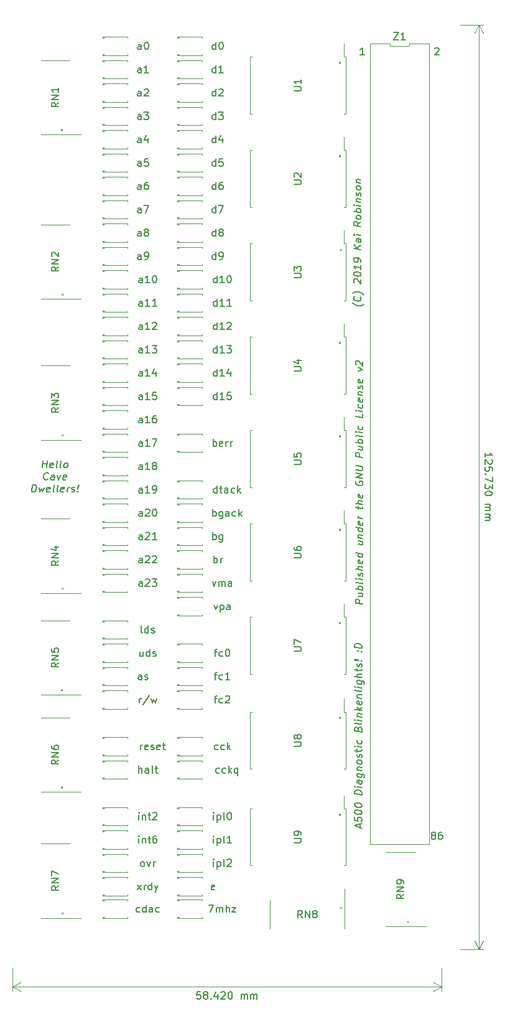
<source format=gto>
G04 #@! TF.GenerationSoftware,KiCad,Pcbnew,(5.1.2-1)-1*
G04 #@! TF.CreationDate,2019-05-31T08:01:46+01:00*
G04 #@! TF.ProjectId,A500 Expansion Blinkenlights,41353030-2045-4787-9061-6e73696f6e20,rev?*
G04 #@! TF.SameCoordinates,Original*
G04 #@! TF.FileFunction,Legend,Top*
G04 #@! TF.FilePolarity,Positive*
%FSLAX46Y46*%
G04 Gerber Fmt 4.6, Leading zero omitted, Abs format (unit mm)*
G04 Created by KiCad (PCBNEW (5.1.2-1)-1) date 2019-05-31 08:01:46*
%MOMM*%
%LPD*%
G04 APERTURE LIST*
%ADD10C,0.150000*%
%ADD11C,0.120000*%
G04 APERTURE END LIST*
D10*
X152590952Y-160742380D02*
X152114761Y-160742380D01*
X152067142Y-161218571D01*
X152114761Y-161170952D01*
X152210000Y-161123333D01*
X152448095Y-161123333D01*
X152543333Y-161170952D01*
X152590952Y-161218571D01*
X152638571Y-161313809D01*
X152638571Y-161551904D01*
X152590952Y-161647142D01*
X152543333Y-161694761D01*
X152448095Y-161742380D01*
X152210000Y-161742380D01*
X152114761Y-161694761D01*
X152067142Y-161647142D01*
X153210000Y-161170952D02*
X153114761Y-161123333D01*
X153067142Y-161075714D01*
X153019523Y-160980476D01*
X153019523Y-160932857D01*
X153067142Y-160837619D01*
X153114761Y-160790000D01*
X153210000Y-160742380D01*
X153400476Y-160742380D01*
X153495714Y-160790000D01*
X153543333Y-160837619D01*
X153590952Y-160932857D01*
X153590952Y-160980476D01*
X153543333Y-161075714D01*
X153495714Y-161123333D01*
X153400476Y-161170952D01*
X153210000Y-161170952D01*
X153114761Y-161218571D01*
X153067142Y-161266190D01*
X153019523Y-161361428D01*
X153019523Y-161551904D01*
X153067142Y-161647142D01*
X153114761Y-161694761D01*
X153210000Y-161742380D01*
X153400476Y-161742380D01*
X153495714Y-161694761D01*
X153543333Y-161647142D01*
X153590952Y-161551904D01*
X153590952Y-161361428D01*
X153543333Y-161266190D01*
X153495714Y-161218571D01*
X153400476Y-161170952D01*
X154019523Y-161647142D02*
X154067142Y-161694761D01*
X154019523Y-161742380D01*
X153971904Y-161694761D01*
X154019523Y-161647142D01*
X154019523Y-161742380D01*
X154924285Y-161075714D02*
X154924285Y-161742380D01*
X154686190Y-160694761D02*
X154448095Y-161409047D01*
X155067142Y-161409047D01*
X155400476Y-160837619D02*
X155448095Y-160790000D01*
X155543333Y-160742380D01*
X155781428Y-160742380D01*
X155876666Y-160790000D01*
X155924285Y-160837619D01*
X155971904Y-160932857D01*
X155971904Y-161028095D01*
X155924285Y-161170952D01*
X155352857Y-161742380D01*
X155971904Y-161742380D01*
X156590952Y-160742380D02*
X156686190Y-160742380D01*
X156781428Y-160790000D01*
X156829047Y-160837619D01*
X156876666Y-160932857D01*
X156924285Y-161123333D01*
X156924285Y-161361428D01*
X156876666Y-161551904D01*
X156829047Y-161647142D01*
X156781428Y-161694761D01*
X156686190Y-161742380D01*
X156590952Y-161742380D01*
X156495714Y-161694761D01*
X156448095Y-161647142D01*
X156400476Y-161551904D01*
X156352857Y-161361428D01*
X156352857Y-161123333D01*
X156400476Y-160932857D01*
X156448095Y-160837619D01*
X156495714Y-160790000D01*
X156590952Y-160742380D01*
X158114761Y-161742380D02*
X158114761Y-161075714D01*
X158114761Y-161170952D02*
X158162380Y-161123333D01*
X158257619Y-161075714D01*
X158400476Y-161075714D01*
X158495714Y-161123333D01*
X158543333Y-161218571D01*
X158543333Y-161742380D01*
X158543333Y-161218571D02*
X158590952Y-161123333D01*
X158686190Y-161075714D01*
X158829047Y-161075714D01*
X158924285Y-161123333D01*
X158971904Y-161218571D01*
X158971904Y-161742380D01*
X159448095Y-161742380D02*
X159448095Y-161075714D01*
X159448095Y-161170952D02*
X159495714Y-161123333D01*
X159590952Y-161075714D01*
X159733809Y-161075714D01*
X159829047Y-161123333D01*
X159876666Y-161218571D01*
X159876666Y-161742380D01*
X159876666Y-161218571D02*
X159924285Y-161123333D01*
X160019523Y-161075714D01*
X160162380Y-161075714D01*
X160257619Y-161123333D01*
X160305238Y-161218571D01*
X160305238Y-161742380D01*
D11*
X127000000Y-160020000D02*
X185420000Y-160020000D01*
X127000000Y-157480000D02*
X127000000Y-160606421D01*
X185420000Y-157480000D02*
X185420000Y-160606421D01*
X185420000Y-160020000D02*
X184293496Y-160606421D01*
X185420000Y-160020000D02*
X184293496Y-159433579D01*
X127000000Y-160020000D02*
X128126504Y-160606421D01*
X127000000Y-160020000D02*
X128126504Y-159433579D01*
D10*
X191317619Y-88027380D02*
X191317619Y-87455952D01*
X191317619Y-87741666D02*
X192317619Y-87741666D01*
X192174761Y-87646428D01*
X192079523Y-87551190D01*
X192031904Y-87455952D01*
X192222380Y-88408333D02*
X192270000Y-88455952D01*
X192317619Y-88551190D01*
X192317619Y-88789285D01*
X192270000Y-88884523D01*
X192222380Y-88932142D01*
X192127142Y-88979761D01*
X192031904Y-88979761D01*
X191889047Y-88932142D01*
X191317619Y-88360714D01*
X191317619Y-88979761D01*
X192317619Y-89884523D02*
X192317619Y-89408333D01*
X191841428Y-89360714D01*
X191889047Y-89408333D01*
X191936666Y-89503571D01*
X191936666Y-89741666D01*
X191889047Y-89836904D01*
X191841428Y-89884523D01*
X191746190Y-89932142D01*
X191508095Y-89932142D01*
X191412857Y-89884523D01*
X191365238Y-89836904D01*
X191317619Y-89741666D01*
X191317619Y-89503571D01*
X191365238Y-89408333D01*
X191412857Y-89360714D01*
X191412857Y-90360714D02*
X191365238Y-90408333D01*
X191317619Y-90360714D01*
X191365238Y-90313095D01*
X191412857Y-90360714D01*
X191317619Y-90360714D01*
X192317619Y-90741666D02*
X192317619Y-91408333D01*
X191317619Y-90979761D01*
X192317619Y-91694047D02*
X192317619Y-92313095D01*
X191936666Y-91979761D01*
X191936666Y-92122619D01*
X191889047Y-92217857D01*
X191841428Y-92265476D01*
X191746190Y-92313095D01*
X191508095Y-92313095D01*
X191412857Y-92265476D01*
X191365238Y-92217857D01*
X191317619Y-92122619D01*
X191317619Y-91836904D01*
X191365238Y-91741666D01*
X191412857Y-91694047D01*
X192317619Y-92932142D02*
X192317619Y-93027380D01*
X192270000Y-93122619D01*
X192222380Y-93170238D01*
X192127142Y-93217857D01*
X191936666Y-93265476D01*
X191698571Y-93265476D01*
X191508095Y-93217857D01*
X191412857Y-93170238D01*
X191365238Y-93122619D01*
X191317619Y-93027380D01*
X191317619Y-92932142D01*
X191365238Y-92836904D01*
X191412857Y-92789285D01*
X191508095Y-92741666D01*
X191698571Y-92694047D01*
X191936666Y-92694047D01*
X192127142Y-92741666D01*
X192222380Y-92789285D01*
X192270000Y-92836904D01*
X192317619Y-92932142D01*
X191317619Y-94455952D02*
X191984285Y-94455952D01*
X191889047Y-94455952D02*
X191936666Y-94503571D01*
X191984285Y-94598809D01*
X191984285Y-94741666D01*
X191936666Y-94836904D01*
X191841428Y-94884523D01*
X191317619Y-94884523D01*
X191841428Y-94884523D02*
X191936666Y-94932142D01*
X191984285Y-95027380D01*
X191984285Y-95170238D01*
X191936666Y-95265476D01*
X191841428Y-95313095D01*
X191317619Y-95313095D01*
X191317619Y-95789285D02*
X191984285Y-95789285D01*
X191889047Y-95789285D02*
X191936666Y-95836904D01*
X191984285Y-95932142D01*
X191984285Y-96075000D01*
X191936666Y-96170238D01*
X191841428Y-96217857D01*
X191317619Y-96217857D01*
X191841428Y-96217857D02*
X191936666Y-96265476D01*
X191984285Y-96360714D01*
X191984285Y-96503571D01*
X191936666Y-96598809D01*
X191841428Y-96646428D01*
X191317619Y-96646428D01*
D11*
X190500000Y-29210000D02*
X190500000Y-154940000D01*
X187960000Y-29210000D02*
X191086421Y-29210000D01*
X187960000Y-154940000D02*
X191086421Y-154940000D01*
X190500000Y-154940000D02*
X189913579Y-153813496D01*
X190500000Y-154940000D02*
X191086421Y-153813496D01*
X190500000Y-29210000D02*
X189913579Y-30336504D01*
X190500000Y-29210000D02*
X191086421Y-30336504D01*
D10*
X131051538Y-89480380D02*
X131176538Y-88480380D01*
X131117014Y-88956571D02*
X131688443Y-88956571D01*
X131622967Y-89480380D02*
X131747967Y-88480380D01*
X132486062Y-89432761D02*
X132384872Y-89480380D01*
X132194395Y-89480380D01*
X132105110Y-89432761D01*
X132069395Y-89337523D01*
X132117014Y-88956571D01*
X132176538Y-88861333D01*
X132277729Y-88813714D01*
X132468205Y-88813714D01*
X132557491Y-88861333D01*
X132593205Y-88956571D01*
X132581300Y-89051809D01*
X132093205Y-89147047D01*
X133099157Y-89480380D02*
X133009872Y-89432761D01*
X132974157Y-89337523D01*
X133081300Y-88480380D01*
X133622967Y-89480380D02*
X133533681Y-89432761D01*
X133497967Y-89337523D01*
X133605110Y-88480380D01*
X134146776Y-89480380D02*
X134057491Y-89432761D01*
X134015824Y-89385142D01*
X133980110Y-89289904D01*
X134015824Y-89004190D01*
X134075348Y-88908952D01*
X134128919Y-88861333D01*
X134230110Y-88813714D01*
X134372967Y-88813714D01*
X134462252Y-88861333D01*
X134503919Y-88908952D01*
X134539633Y-89004190D01*
X134503919Y-89289904D01*
X134444395Y-89385142D01*
X134390824Y-89432761D01*
X134289633Y-89480380D01*
X134146776Y-89480380D01*
X131801538Y-91035142D02*
X131747967Y-91082761D01*
X131599157Y-91130380D01*
X131503919Y-91130380D01*
X131367014Y-91082761D01*
X131283681Y-90987523D01*
X131247967Y-90892285D01*
X131224157Y-90701809D01*
X131242014Y-90558952D01*
X131313443Y-90368476D01*
X131372967Y-90273238D01*
X131480110Y-90178000D01*
X131628919Y-90130380D01*
X131724157Y-90130380D01*
X131861062Y-90178000D01*
X131902729Y-90225619D01*
X132646776Y-91130380D02*
X132712252Y-90606571D01*
X132676538Y-90511333D01*
X132587252Y-90463714D01*
X132396776Y-90463714D01*
X132295586Y-90511333D01*
X132652729Y-91082761D02*
X132551538Y-91130380D01*
X132313443Y-91130380D01*
X132224157Y-91082761D01*
X132188443Y-90987523D01*
X132200348Y-90892285D01*
X132259872Y-90797047D01*
X132361062Y-90749428D01*
X132599157Y-90749428D01*
X132700348Y-90701809D01*
X133111062Y-90463714D02*
X133265824Y-91130380D01*
X133587252Y-90463714D01*
X134271776Y-91082761D02*
X134170586Y-91130380D01*
X133980110Y-91130380D01*
X133890824Y-91082761D01*
X133855110Y-90987523D01*
X133902729Y-90606571D01*
X133962252Y-90511333D01*
X134063443Y-90463714D01*
X134253919Y-90463714D01*
X134343205Y-90511333D01*
X134378919Y-90606571D01*
X134367014Y-90701809D01*
X133878919Y-90797047D01*
X129622967Y-92780380D02*
X129747967Y-91780380D01*
X129986062Y-91780380D01*
X130122967Y-91828000D01*
X130206300Y-91923238D01*
X130242014Y-92018476D01*
X130265824Y-92208952D01*
X130247967Y-92351809D01*
X130176538Y-92542285D01*
X130117014Y-92637523D01*
X130009872Y-92732761D01*
X129861062Y-92780380D01*
X129622967Y-92780380D01*
X130611062Y-92113714D02*
X130718205Y-92780380D01*
X130968205Y-92304190D01*
X131099157Y-92780380D01*
X131372967Y-92113714D01*
X132057491Y-92732761D02*
X131956300Y-92780380D01*
X131765824Y-92780380D01*
X131676538Y-92732761D01*
X131640824Y-92637523D01*
X131688443Y-92256571D01*
X131747967Y-92161333D01*
X131849157Y-92113714D01*
X132039633Y-92113714D01*
X132128919Y-92161333D01*
X132164633Y-92256571D01*
X132152729Y-92351809D01*
X131664633Y-92447047D01*
X132670586Y-92780380D02*
X132581300Y-92732761D01*
X132545586Y-92637523D01*
X132652729Y-91780380D01*
X133194395Y-92780380D02*
X133105110Y-92732761D01*
X133069395Y-92637523D01*
X133176538Y-91780380D01*
X133962252Y-92732761D02*
X133861062Y-92780380D01*
X133670586Y-92780380D01*
X133581300Y-92732761D01*
X133545586Y-92637523D01*
X133593205Y-92256571D01*
X133652729Y-92161333D01*
X133753919Y-92113714D01*
X133944395Y-92113714D01*
X134033681Y-92161333D01*
X134069395Y-92256571D01*
X134057491Y-92351809D01*
X133569395Y-92447047D01*
X134432491Y-92780380D02*
X134515824Y-92113714D01*
X134492014Y-92304190D02*
X134551538Y-92208952D01*
X134605110Y-92161333D01*
X134706300Y-92113714D01*
X134801538Y-92113714D01*
X135009872Y-92732761D02*
X135099157Y-92780380D01*
X135289633Y-92780380D01*
X135390824Y-92732761D01*
X135450348Y-92637523D01*
X135456300Y-92589904D01*
X135420586Y-92494666D01*
X135331300Y-92447047D01*
X135188443Y-92447047D01*
X135099157Y-92399428D01*
X135063443Y-92304190D01*
X135069395Y-92256571D01*
X135128919Y-92161333D01*
X135230110Y-92113714D01*
X135372967Y-92113714D01*
X135462252Y-92161333D01*
X135872967Y-92685142D02*
X135914633Y-92732761D01*
X135861062Y-92780380D01*
X135819395Y-92732761D01*
X135872967Y-92685142D01*
X135861062Y-92780380D01*
X135908681Y-92399428D02*
X135932491Y-91828000D01*
X135986062Y-91780380D01*
X136027729Y-91828000D01*
X135908681Y-92399428D01*
X135986062Y-91780380D01*
D11*
X133858000Y-119761000D02*
G75*
G03X133858000Y-119761000I-127000J0D01*
G01*
X180937803Y-151257000D02*
G75*
G03X180937803Y-151257000I-89803J0D01*
G01*
D10*
X174823333Y-67234318D02*
X174775714Y-67275985D01*
X174632857Y-67353366D01*
X174537619Y-67389080D01*
X174394761Y-67418842D01*
X174156666Y-67436699D01*
X173966190Y-67412889D01*
X173728095Y-67335508D01*
X173585238Y-67270032D01*
X173490000Y-67210508D01*
X173347142Y-67097413D01*
X173299523Y-67043842D01*
X174347142Y-66222413D02*
X174394761Y-66275985D01*
X174442380Y-66424794D01*
X174442380Y-66520032D01*
X174394761Y-66656937D01*
X174299523Y-66740270D01*
X174204285Y-66775985D01*
X174013809Y-66799794D01*
X173870952Y-66781937D01*
X173680476Y-66710508D01*
X173585238Y-66650985D01*
X173490000Y-66543842D01*
X173442380Y-66395032D01*
X173442380Y-66299794D01*
X173490000Y-66162889D01*
X173537619Y-66121223D01*
X174823333Y-65948604D02*
X174775714Y-65895032D01*
X174632857Y-65781937D01*
X174537619Y-65722413D01*
X174394761Y-65656937D01*
X174156666Y-65579556D01*
X173966190Y-65555747D01*
X173728095Y-65573604D01*
X173585238Y-65603366D01*
X173490000Y-65639080D01*
X173347142Y-65716461D01*
X173299523Y-65758127D01*
X173537619Y-64311699D02*
X173490000Y-64258127D01*
X173442380Y-64156937D01*
X173442380Y-63918842D01*
X173490000Y-63829556D01*
X173537619Y-63787889D01*
X173632857Y-63752175D01*
X173728095Y-63764080D01*
X173870952Y-63829556D01*
X174442380Y-64472413D01*
X174442380Y-63853366D01*
X173442380Y-63109318D02*
X173442380Y-63014080D01*
X173490000Y-62924794D01*
X173537619Y-62883127D01*
X173632857Y-62847413D01*
X173823333Y-62823604D01*
X174061428Y-62853366D01*
X174251904Y-62924794D01*
X174347142Y-62984318D01*
X174394761Y-63037889D01*
X174442380Y-63139080D01*
X174442380Y-63234318D01*
X174394761Y-63323604D01*
X174347142Y-63365270D01*
X174251904Y-63400985D01*
X174061428Y-63424794D01*
X173823333Y-63395032D01*
X173632857Y-63323604D01*
X173537619Y-63264080D01*
X173490000Y-63210508D01*
X173442380Y-63109318D01*
X174442380Y-61948604D02*
X174442380Y-62520032D01*
X174442380Y-62234318D02*
X173442380Y-62109318D01*
X173585238Y-62222413D01*
X173680476Y-62329556D01*
X173728095Y-62430747D01*
X174442380Y-61472413D02*
X174442380Y-61281937D01*
X174394761Y-61180747D01*
X174347142Y-61127175D01*
X174204285Y-61014080D01*
X174013809Y-60942651D01*
X173632857Y-60895032D01*
X173537619Y-60930747D01*
X173490000Y-60972413D01*
X173442380Y-61061699D01*
X173442380Y-61252175D01*
X173490000Y-61353366D01*
X173537619Y-61406937D01*
X173632857Y-61466461D01*
X173870952Y-61496223D01*
X173966190Y-61460508D01*
X174013809Y-61418842D01*
X174061428Y-61329556D01*
X174061428Y-61139080D01*
X174013809Y-61037889D01*
X173966190Y-60984318D01*
X173870952Y-60924794D01*
X174442380Y-59805747D02*
X173442380Y-59680747D01*
X174442380Y-59234318D02*
X173870952Y-59591461D01*
X173442380Y-59109318D02*
X174013809Y-59752175D01*
X174442380Y-58377175D02*
X173918571Y-58311699D01*
X173823333Y-58347413D01*
X173775714Y-58436699D01*
X173775714Y-58627175D01*
X173823333Y-58728366D01*
X174394761Y-58371223D02*
X174442380Y-58472413D01*
X174442380Y-58710508D01*
X174394761Y-58799794D01*
X174299523Y-58835508D01*
X174204285Y-58823604D01*
X174109047Y-58764080D01*
X174061428Y-58662889D01*
X174061428Y-58424794D01*
X174013809Y-58323604D01*
X174442380Y-57900985D02*
X173775714Y-57817651D01*
X173442380Y-57775985D02*
X173490000Y-57829556D01*
X173537619Y-57787889D01*
X173490000Y-57734318D01*
X173442380Y-57775985D01*
X173537619Y-57787889D01*
X174442380Y-56091461D02*
X173966190Y-56365270D01*
X174442380Y-56662889D02*
X173442380Y-56537889D01*
X173442380Y-56156937D01*
X173490000Y-56067651D01*
X173537619Y-56025985D01*
X173632857Y-55990270D01*
X173775714Y-56008127D01*
X173870952Y-56067651D01*
X173918571Y-56121223D01*
X173966190Y-56222413D01*
X173966190Y-56603366D01*
X174442380Y-55520032D02*
X174394761Y-55609318D01*
X174347142Y-55650985D01*
X174251904Y-55686699D01*
X173966190Y-55650985D01*
X173870952Y-55591461D01*
X173823333Y-55537889D01*
X173775714Y-55436699D01*
X173775714Y-55293842D01*
X173823333Y-55204556D01*
X173870952Y-55162889D01*
X173966190Y-55127175D01*
X174251904Y-55162889D01*
X174347142Y-55222413D01*
X174394761Y-55275985D01*
X174442380Y-55377175D01*
X174442380Y-55520032D01*
X174442380Y-54758127D02*
X173442380Y-54633127D01*
X173823333Y-54680747D02*
X173775714Y-54579556D01*
X173775714Y-54389080D01*
X173823333Y-54299794D01*
X173870952Y-54258127D01*
X173966190Y-54222413D01*
X174251904Y-54258127D01*
X174347142Y-54317651D01*
X174394761Y-54371223D01*
X174442380Y-54472413D01*
X174442380Y-54662889D01*
X174394761Y-54752175D01*
X174442380Y-53853366D02*
X173775714Y-53770032D01*
X173442380Y-53728366D02*
X173490000Y-53781937D01*
X173537619Y-53740270D01*
X173490000Y-53686699D01*
X173442380Y-53728366D01*
X173537619Y-53740270D01*
X173775714Y-53293842D02*
X174442380Y-53377175D01*
X173870952Y-53305747D02*
X173823333Y-53252175D01*
X173775714Y-53150985D01*
X173775714Y-53008127D01*
X173823333Y-52918842D01*
X173918571Y-52883127D01*
X174442380Y-52948604D01*
X174394761Y-52514080D02*
X174442380Y-52424794D01*
X174442380Y-52234318D01*
X174394761Y-52133127D01*
X174299523Y-52073604D01*
X174251904Y-52067651D01*
X174156666Y-52103366D01*
X174109047Y-52192651D01*
X174109047Y-52335508D01*
X174061428Y-52424794D01*
X173966190Y-52460508D01*
X173918571Y-52454556D01*
X173823333Y-52395032D01*
X173775714Y-52293842D01*
X173775714Y-52150985D01*
X173823333Y-52061699D01*
X174442380Y-51520032D02*
X174394761Y-51609318D01*
X174347142Y-51650985D01*
X174251904Y-51686699D01*
X173966190Y-51650985D01*
X173870952Y-51591461D01*
X173823333Y-51537889D01*
X173775714Y-51436699D01*
X173775714Y-51293842D01*
X173823333Y-51204556D01*
X173870952Y-51162889D01*
X173966190Y-51127175D01*
X174251904Y-51162889D01*
X174347142Y-51222413D01*
X174394761Y-51275985D01*
X174442380Y-51377175D01*
X174442380Y-51520032D01*
X173775714Y-50674794D02*
X174442380Y-50758127D01*
X173870952Y-50686699D02*
X173823333Y-50633127D01*
X173775714Y-50531937D01*
X173775714Y-50389080D01*
X173823333Y-50299794D01*
X173918571Y-50264080D01*
X174442380Y-50329556D01*
X174696380Y-108016175D02*
X173696380Y-107891175D01*
X173696380Y-107510223D01*
X173744000Y-107420937D01*
X173791619Y-107379270D01*
X173886857Y-107343556D01*
X174029714Y-107361413D01*
X174124952Y-107420937D01*
X174172571Y-107474508D01*
X174220190Y-107575699D01*
X174220190Y-107956651D01*
X174029714Y-106504270D02*
X174696380Y-106587604D01*
X174029714Y-106932842D02*
X174553523Y-106998318D01*
X174648761Y-106962604D01*
X174696380Y-106873318D01*
X174696380Y-106730461D01*
X174648761Y-106629270D01*
X174601142Y-106575699D01*
X174696380Y-106111413D02*
X173696380Y-105986413D01*
X174077333Y-106034032D02*
X174029714Y-105932842D01*
X174029714Y-105742366D01*
X174077333Y-105653080D01*
X174124952Y-105611413D01*
X174220190Y-105575699D01*
X174505904Y-105611413D01*
X174601142Y-105670937D01*
X174648761Y-105724508D01*
X174696380Y-105825699D01*
X174696380Y-106016175D01*
X174648761Y-106105461D01*
X174696380Y-105063794D02*
X174648761Y-105153080D01*
X174553523Y-105188794D01*
X173696380Y-105081651D01*
X174696380Y-104682842D02*
X174029714Y-104599508D01*
X173696380Y-104557842D02*
X173744000Y-104611413D01*
X173791619Y-104569747D01*
X173744000Y-104516175D01*
X173696380Y-104557842D01*
X173791619Y-104569747D01*
X174648761Y-104248318D02*
X174696380Y-104159032D01*
X174696380Y-103968556D01*
X174648761Y-103867366D01*
X174553523Y-103807842D01*
X174505904Y-103801889D01*
X174410666Y-103837604D01*
X174363047Y-103926889D01*
X174363047Y-104069747D01*
X174315428Y-104159032D01*
X174220190Y-104194747D01*
X174172571Y-104188794D01*
X174077333Y-104129270D01*
X174029714Y-104028080D01*
X174029714Y-103885223D01*
X174077333Y-103795937D01*
X174696380Y-103397127D02*
X173696380Y-103272127D01*
X174696380Y-102968556D02*
X174172571Y-102903080D01*
X174077333Y-102938794D01*
X174029714Y-103028080D01*
X174029714Y-103170937D01*
X174077333Y-103272127D01*
X174124952Y-103325699D01*
X174648761Y-102105461D02*
X174696380Y-102206651D01*
X174696380Y-102397127D01*
X174648761Y-102486413D01*
X174553523Y-102522127D01*
X174172571Y-102474508D01*
X174077333Y-102414985D01*
X174029714Y-102313794D01*
X174029714Y-102123318D01*
X174077333Y-102034032D01*
X174172571Y-101998318D01*
X174267809Y-102010223D01*
X174363047Y-102498318D01*
X174696380Y-101206651D02*
X173696380Y-101081651D01*
X174648761Y-101200699D02*
X174696380Y-101301889D01*
X174696380Y-101492366D01*
X174648761Y-101581651D01*
X174601142Y-101623318D01*
X174505904Y-101659032D01*
X174220190Y-101623318D01*
X174124952Y-101563794D01*
X174077333Y-101510223D01*
X174029714Y-101409032D01*
X174029714Y-101218556D01*
X174077333Y-101129270D01*
X174029714Y-99456651D02*
X174696380Y-99539985D01*
X174029714Y-99885223D02*
X174553523Y-99950699D01*
X174648761Y-99914985D01*
X174696380Y-99825699D01*
X174696380Y-99682842D01*
X174648761Y-99581651D01*
X174601142Y-99528080D01*
X174029714Y-98980461D02*
X174696380Y-99063794D01*
X174124952Y-98992366D02*
X174077333Y-98938794D01*
X174029714Y-98837604D01*
X174029714Y-98694747D01*
X174077333Y-98605461D01*
X174172571Y-98569747D01*
X174696380Y-98635223D01*
X174696380Y-97730461D02*
X173696380Y-97605461D01*
X174648761Y-97724508D02*
X174696380Y-97825699D01*
X174696380Y-98016175D01*
X174648761Y-98105461D01*
X174601142Y-98147127D01*
X174505904Y-98182842D01*
X174220190Y-98147127D01*
X174124952Y-98087604D01*
X174077333Y-98034032D01*
X174029714Y-97932842D01*
X174029714Y-97742366D01*
X174077333Y-97653080D01*
X174648761Y-96867366D02*
X174696380Y-96968556D01*
X174696380Y-97159032D01*
X174648761Y-97248318D01*
X174553523Y-97284032D01*
X174172571Y-97236413D01*
X174077333Y-97176889D01*
X174029714Y-97075699D01*
X174029714Y-96885223D01*
X174077333Y-96795937D01*
X174172571Y-96760223D01*
X174267809Y-96772127D01*
X174363047Y-97260223D01*
X174696380Y-96397127D02*
X174029714Y-96313794D01*
X174220190Y-96337604D02*
X174124952Y-96278080D01*
X174077333Y-96224508D01*
X174029714Y-96123318D01*
X174029714Y-96028080D01*
X174029714Y-95075699D02*
X174029714Y-94694747D01*
X173696380Y-94891175D02*
X174553523Y-94998318D01*
X174648761Y-94962604D01*
X174696380Y-94873318D01*
X174696380Y-94778080D01*
X174696380Y-94444747D02*
X173696380Y-94319747D01*
X174696380Y-94016175D02*
X174172571Y-93950699D01*
X174077333Y-93986413D01*
X174029714Y-94075699D01*
X174029714Y-94218556D01*
X174077333Y-94319747D01*
X174124952Y-94373318D01*
X174648761Y-93153080D02*
X174696380Y-93254270D01*
X174696380Y-93444747D01*
X174648761Y-93534032D01*
X174553523Y-93569747D01*
X174172571Y-93522127D01*
X174077333Y-93462604D01*
X174029714Y-93361413D01*
X174029714Y-93170937D01*
X174077333Y-93081651D01*
X174172571Y-93045937D01*
X174267809Y-93057842D01*
X174363047Y-93545937D01*
X173744000Y-91278080D02*
X173696380Y-91367366D01*
X173696380Y-91510223D01*
X173744000Y-91659032D01*
X173839238Y-91766175D01*
X173934476Y-91825699D01*
X174124952Y-91897127D01*
X174267809Y-91914985D01*
X174458285Y-91891175D01*
X174553523Y-91855461D01*
X174648761Y-91772127D01*
X174696380Y-91635223D01*
X174696380Y-91539985D01*
X174648761Y-91391175D01*
X174601142Y-91337604D01*
X174267809Y-91295937D01*
X174267809Y-91486413D01*
X174696380Y-90920937D02*
X173696380Y-90795937D01*
X174696380Y-90349508D01*
X173696380Y-90224508D01*
X173696380Y-89748318D02*
X174505904Y-89849508D01*
X174601142Y-89813794D01*
X174648761Y-89772127D01*
X174696380Y-89682842D01*
X174696380Y-89492366D01*
X174648761Y-89391175D01*
X174601142Y-89337604D01*
X174505904Y-89278080D01*
X173696380Y-89176889D01*
X174696380Y-88063794D02*
X173696380Y-87938794D01*
X173696380Y-87557842D01*
X173744000Y-87468556D01*
X173791619Y-87426889D01*
X173886857Y-87391175D01*
X174029714Y-87409032D01*
X174124952Y-87468556D01*
X174172571Y-87522127D01*
X174220190Y-87623318D01*
X174220190Y-88004270D01*
X174029714Y-86551889D02*
X174696380Y-86635223D01*
X174029714Y-86980461D02*
X174553523Y-87045937D01*
X174648761Y-87010223D01*
X174696380Y-86920937D01*
X174696380Y-86778080D01*
X174648761Y-86676889D01*
X174601142Y-86623318D01*
X174696380Y-86159032D02*
X173696380Y-86034032D01*
X174077333Y-86081651D02*
X174029714Y-85980461D01*
X174029714Y-85789985D01*
X174077333Y-85700699D01*
X174124952Y-85659032D01*
X174220190Y-85623318D01*
X174505904Y-85659032D01*
X174601142Y-85718556D01*
X174648761Y-85772127D01*
X174696380Y-85873318D01*
X174696380Y-86063794D01*
X174648761Y-86153080D01*
X174696380Y-85111413D02*
X174648761Y-85200699D01*
X174553523Y-85236413D01*
X173696380Y-85129270D01*
X174696380Y-84730461D02*
X174029714Y-84647127D01*
X173696380Y-84605461D02*
X173744000Y-84659032D01*
X173791619Y-84617366D01*
X173744000Y-84563794D01*
X173696380Y-84605461D01*
X173791619Y-84617366D01*
X174648761Y-83819747D02*
X174696380Y-83920937D01*
X174696380Y-84111413D01*
X174648761Y-84200699D01*
X174601142Y-84242366D01*
X174505904Y-84278080D01*
X174220190Y-84242366D01*
X174124952Y-84182842D01*
X174077333Y-84129270D01*
X174029714Y-84028080D01*
X174029714Y-83837604D01*
X174077333Y-83748318D01*
X174696380Y-82159032D02*
X174696380Y-82635223D01*
X173696380Y-82510223D01*
X174696380Y-81825699D02*
X174029714Y-81742366D01*
X173696380Y-81700699D02*
X173744000Y-81754270D01*
X173791619Y-81712604D01*
X173744000Y-81659032D01*
X173696380Y-81700699D01*
X173791619Y-81712604D01*
X174648761Y-80914985D02*
X174696380Y-81016175D01*
X174696380Y-81206651D01*
X174648761Y-81295937D01*
X174601142Y-81337604D01*
X174505904Y-81373318D01*
X174220190Y-81337604D01*
X174124952Y-81278080D01*
X174077333Y-81224508D01*
X174029714Y-81123318D01*
X174029714Y-80932842D01*
X174077333Y-80843556D01*
X174648761Y-80105461D02*
X174696380Y-80206651D01*
X174696380Y-80397127D01*
X174648761Y-80486413D01*
X174553523Y-80522127D01*
X174172571Y-80474508D01*
X174077333Y-80414985D01*
X174029714Y-80313794D01*
X174029714Y-80123318D01*
X174077333Y-80034032D01*
X174172571Y-79998318D01*
X174267809Y-80010223D01*
X174363047Y-80498318D01*
X174029714Y-79551889D02*
X174696380Y-79635223D01*
X174124952Y-79563794D02*
X174077333Y-79510223D01*
X174029714Y-79409032D01*
X174029714Y-79266175D01*
X174077333Y-79176889D01*
X174172571Y-79141175D01*
X174696380Y-79206651D01*
X174648761Y-78772127D02*
X174696380Y-78682842D01*
X174696380Y-78492366D01*
X174648761Y-78391175D01*
X174553523Y-78331651D01*
X174505904Y-78325699D01*
X174410666Y-78361413D01*
X174363047Y-78450699D01*
X174363047Y-78593556D01*
X174315428Y-78682842D01*
X174220190Y-78718556D01*
X174172571Y-78712604D01*
X174077333Y-78653080D01*
X174029714Y-78551889D01*
X174029714Y-78409032D01*
X174077333Y-78319747D01*
X174648761Y-77534032D02*
X174696380Y-77635223D01*
X174696380Y-77825699D01*
X174648761Y-77914985D01*
X174553523Y-77950699D01*
X174172571Y-77903080D01*
X174077333Y-77843556D01*
X174029714Y-77742366D01*
X174029714Y-77551889D01*
X174077333Y-77462604D01*
X174172571Y-77426889D01*
X174267809Y-77438794D01*
X174363047Y-77926889D01*
X174029714Y-76313794D02*
X174696380Y-76159032D01*
X174029714Y-75837604D01*
X173791619Y-75474508D02*
X173744000Y-75420937D01*
X173696380Y-75319747D01*
X173696380Y-75081651D01*
X173744000Y-74992366D01*
X173791619Y-74950699D01*
X173886857Y-74914985D01*
X173982095Y-74926889D01*
X174124952Y-74992366D01*
X174696380Y-75635223D01*
X174696380Y-75016175D01*
X174283666Y-138445080D02*
X174283666Y-137968889D01*
X174569380Y-138576032D02*
X173569380Y-138117699D01*
X174569380Y-137909366D01*
X173569380Y-136974842D02*
X173569380Y-137451032D01*
X174045571Y-137558175D01*
X173997952Y-137504604D01*
X173950333Y-137403413D01*
X173950333Y-137165318D01*
X173997952Y-137076032D01*
X174045571Y-137034366D01*
X174140809Y-136998651D01*
X174378904Y-137028413D01*
X174474142Y-137087937D01*
X174521761Y-137141508D01*
X174569380Y-137242699D01*
X174569380Y-137480794D01*
X174521761Y-137570080D01*
X174474142Y-137611747D01*
X173569380Y-136308175D02*
X173569380Y-136212937D01*
X173617000Y-136123651D01*
X173664619Y-136081985D01*
X173759857Y-136046270D01*
X173950333Y-136022461D01*
X174188428Y-136052223D01*
X174378904Y-136123651D01*
X174474142Y-136183175D01*
X174521761Y-136236747D01*
X174569380Y-136337937D01*
X174569380Y-136433175D01*
X174521761Y-136522461D01*
X174474142Y-136564127D01*
X174378904Y-136599842D01*
X174188428Y-136623651D01*
X173950333Y-136593889D01*
X173759857Y-136522461D01*
X173664619Y-136462937D01*
X173617000Y-136409366D01*
X173569380Y-136308175D01*
X173569380Y-135355794D02*
X173569380Y-135260556D01*
X173617000Y-135171270D01*
X173664619Y-135129604D01*
X173759857Y-135093889D01*
X173950333Y-135070080D01*
X174188428Y-135099842D01*
X174378904Y-135171270D01*
X174474142Y-135230794D01*
X174521761Y-135284366D01*
X174569380Y-135385556D01*
X174569380Y-135480794D01*
X174521761Y-135570080D01*
X174474142Y-135611747D01*
X174378904Y-135647461D01*
X174188428Y-135671270D01*
X173950333Y-135641508D01*
X173759857Y-135570080D01*
X173664619Y-135510556D01*
X173617000Y-135456985D01*
X173569380Y-135355794D01*
X174569380Y-133956985D02*
X173569380Y-133831985D01*
X173569380Y-133593889D01*
X173617000Y-133456985D01*
X173712238Y-133373651D01*
X173807476Y-133337937D01*
X173997952Y-133314127D01*
X174140809Y-133331985D01*
X174331285Y-133403413D01*
X174426523Y-133462937D01*
X174521761Y-133570080D01*
X174569380Y-133718889D01*
X174569380Y-133956985D01*
X174569380Y-132956985D02*
X173902714Y-132873651D01*
X173569380Y-132831985D02*
X173617000Y-132885556D01*
X173664619Y-132843889D01*
X173617000Y-132790318D01*
X173569380Y-132831985D01*
X173664619Y-132843889D01*
X174569380Y-132052223D02*
X174045571Y-131986747D01*
X173950333Y-132022461D01*
X173902714Y-132111747D01*
X173902714Y-132302223D01*
X173950333Y-132403413D01*
X174521761Y-132046270D02*
X174569380Y-132147461D01*
X174569380Y-132385556D01*
X174521761Y-132474842D01*
X174426523Y-132510556D01*
X174331285Y-132498651D01*
X174236047Y-132439127D01*
X174188428Y-132337937D01*
X174188428Y-132099842D01*
X174140809Y-131998651D01*
X173902714Y-131064127D02*
X174712238Y-131165318D01*
X174807476Y-131224842D01*
X174855095Y-131278413D01*
X174902714Y-131379604D01*
X174902714Y-131522461D01*
X174855095Y-131611747D01*
X174521761Y-131141508D02*
X174569380Y-131242699D01*
X174569380Y-131433175D01*
X174521761Y-131522461D01*
X174474142Y-131564127D01*
X174378904Y-131599842D01*
X174093190Y-131564127D01*
X173997952Y-131504604D01*
X173950333Y-131451032D01*
X173902714Y-131349842D01*
X173902714Y-131159366D01*
X173950333Y-131070080D01*
X173902714Y-130587937D02*
X174569380Y-130671270D01*
X173997952Y-130599842D02*
X173950333Y-130546270D01*
X173902714Y-130445080D01*
X173902714Y-130302223D01*
X173950333Y-130212937D01*
X174045571Y-130177223D01*
X174569380Y-130242699D01*
X174569380Y-129623651D02*
X174521761Y-129712937D01*
X174474142Y-129754604D01*
X174378904Y-129790318D01*
X174093190Y-129754604D01*
X173997952Y-129695080D01*
X173950333Y-129641508D01*
X173902714Y-129540318D01*
X173902714Y-129397461D01*
X173950333Y-129308175D01*
X173997952Y-129266508D01*
X174093190Y-129230794D01*
X174378904Y-129266508D01*
X174474142Y-129326032D01*
X174521761Y-129379604D01*
X174569380Y-129480794D01*
X174569380Y-129623651D01*
X174521761Y-128903413D02*
X174569380Y-128814127D01*
X174569380Y-128623651D01*
X174521761Y-128522461D01*
X174426523Y-128462937D01*
X174378904Y-128456985D01*
X174283666Y-128492699D01*
X174236047Y-128581985D01*
X174236047Y-128724842D01*
X174188428Y-128814127D01*
X174093190Y-128849842D01*
X174045571Y-128843889D01*
X173950333Y-128784366D01*
X173902714Y-128683175D01*
X173902714Y-128540318D01*
X173950333Y-128451032D01*
X173902714Y-128111747D02*
X173902714Y-127730794D01*
X173569380Y-127927223D02*
X174426523Y-128034366D01*
X174521761Y-127998651D01*
X174569380Y-127909366D01*
X174569380Y-127814127D01*
X174569380Y-127480794D02*
X173902714Y-127397461D01*
X173569380Y-127355794D02*
X173617000Y-127409366D01*
X173664619Y-127367699D01*
X173617000Y-127314127D01*
X173569380Y-127355794D01*
X173664619Y-127367699D01*
X174521761Y-126570080D02*
X174569380Y-126671270D01*
X174569380Y-126861747D01*
X174521761Y-126951032D01*
X174474142Y-126992699D01*
X174378904Y-127028413D01*
X174093190Y-126992699D01*
X173997952Y-126933175D01*
X173950333Y-126879604D01*
X173902714Y-126778413D01*
X173902714Y-126587937D01*
X173950333Y-126498651D01*
X174045571Y-124986747D02*
X174093190Y-124849842D01*
X174140809Y-124808175D01*
X174236047Y-124772461D01*
X174378904Y-124790318D01*
X174474142Y-124849842D01*
X174521761Y-124903413D01*
X174569380Y-125004604D01*
X174569380Y-125385556D01*
X173569380Y-125260556D01*
X173569380Y-124927223D01*
X173617000Y-124837937D01*
X173664619Y-124796270D01*
X173759857Y-124760556D01*
X173855095Y-124772461D01*
X173950333Y-124831985D01*
X173997952Y-124885556D01*
X174045571Y-124986747D01*
X174045571Y-125320080D01*
X174569380Y-124242699D02*
X174521761Y-124331985D01*
X174426523Y-124367699D01*
X173569380Y-124260556D01*
X174569380Y-123861747D02*
X173902714Y-123778413D01*
X173569380Y-123736747D02*
X173617000Y-123790318D01*
X173664619Y-123748651D01*
X173617000Y-123695080D01*
X173569380Y-123736747D01*
X173664619Y-123748651D01*
X173902714Y-123302223D02*
X174569380Y-123385556D01*
X173997952Y-123314127D02*
X173950333Y-123260556D01*
X173902714Y-123159366D01*
X173902714Y-123016508D01*
X173950333Y-122927223D01*
X174045571Y-122891508D01*
X174569380Y-122956985D01*
X174569380Y-122480794D02*
X173569380Y-122355794D01*
X174188428Y-122337937D02*
X174569380Y-122099842D01*
X173902714Y-122016508D02*
X174283666Y-122445080D01*
X174521761Y-121284366D02*
X174569380Y-121385556D01*
X174569380Y-121576032D01*
X174521761Y-121665318D01*
X174426523Y-121701032D01*
X174045571Y-121653413D01*
X173950333Y-121593889D01*
X173902714Y-121492699D01*
X173902714Y-121302223D01*
X173950333Y-121212937D01*
X174045571Y-121177223D01*
X174140809Y-121189127D01*
X174236047Y-121677223D01*
X173902714Y-120730794D02*
X174569380Y-120814127D01*
X173997952Y-120742699D02*
X173950333Y-120689127D01*
X173902714Y-120587937D01*
X173902714Y-120445080D01*
X173950333Y-120355794D01*
X174045571Y-120320080D01*
X174569380Y-120385556D01*
X174569380Y-119766508D02*
X174521761Y-119855794D01*
X174426523Y-119891508D01*
X173569380Y-119784366D01*
X174569380Y-119385556D02*
X173902714Y-119302223D01*
X173569380Y-119260556D02*
X173617000Y-119314127D01*
X173664619Y-119272461D01*
X173617000Y-119218889D01*
X173569380Y-119260556D01*
X173664619Y-119272461D01*
X173902714Y-118397461D02*
X174712238Y-118498651D01*
X174807476Y-118558175D01*
X174855095Y-118611747D01*
X174902714Y-118712937D01*
X174902714Y-118855794D01*
X174855095Y-118945080D01*
X174521761Y-118474842D02*
X174569380Y-118576032D01*
X174569380Y-118766508D01*
X174521761Y-118855794D01*
X174474142Y-118897461D01*
X174378904Y-118933175D01*
X174093190Y-118897461D01*
X173997952Y-118837937D01*
X173950333Y-118784366D01*
X173902714Y-118683175D01*
X173902714Y-118492699D01*
X173950333Y-118403413D01*
X174569380Y-118004604D02*
X173569380Y-117879604D01*
X174569380Y-117576032D02*
X174045571Y-117510556D01*
X173950333Y-117546270D01*
X173902714Y-117635556D01*
X173902714Y-117778413D01*
X173950333Y-117879604D01*
X173997952Y-117933175D01*
X173902714Y-117159366D02*
X173902714Y-116778413D01*
X173569380Y-116974842D02*
X174426523Y-117081985D01*
X174521761Y-117046270D01*
X174569380Y-116956985D01*
X174569380Y-116861747D01*
X174521761Y-116570080D02*
X174569380Y-116480794D01*
X174569380Y-116290318D01*
X174521761Y-116189127D01*
X174426523Y-116129604D01*
X174378904Y-116123651D01*
X174283666Y-116159366D01*
X174236047Y-116248651D01*
X174236047Y-116391508D01*
X174188428Y-116480794D01*
X174093190Y-116516508D01*
X174045571Y-116510556D01*
X173950333Y-116451032D01*
X173902714Y-116349842D01*
X173902714Y-116206985D01*
X173950333Y-116117699D01*
X174474142Y-115706985D02*
X174521761Y-115665318D01*
X174569380Y-115718889D01*
X174521761Y-115760556D01*
X174474142Y-115706985D01*
X174569380Y-115718889D01*
X174188428Y-115671270D02*
X173617000Y-115647461D01*
X173569380Y-115593889D01*
X173617000Y-115552223D01*
X174188428Y-115671270D01*
X173569380Y-115593889D01*
X174474142Y-114468889D02*
X174521761Y-114427223D01*
X174569380Y-114480794D01*
X174521761Y-114522461D01*
X174474142Y-114468889D01*
X174569380Y-114480794D01*
X173950333Y-114403413D02*
X173997952Y-114361747D01*
X174045571Y-114415318D01*
X173997952Y-114456985D01*
X173950333Y-114403413D01*
X174045571Y-114415318D01*
X174569380Y-114004604D02*
X173569380Y-113879604D01*
X173569380Y-113641508D01*
X173617000Y-113504604D01*
X173712238Y-113421270D01*
X173807476Y-113385556D01*
X173997952Y-113361747D01*
X174140809Y-113379604D01*
X174331285Y-113451032D01*
X174426523Y-113510556D01*
X174521761Y-113617699D01*
X174569380Y-113766508D01*
X174569380Y-114004604D01*
D11*
X171704000Y-34417000D02*
G75*
G03X171704000Y-34417000I-127000J0D01*
G01*
X133985000Y-65913000D02*
G75*
G03X133985000Y-65913000I-127000J0D01*
G01*
X133858000Y-43561000D02*
G75*
G03X133858000Y-43561000I-127000J0D01*
G01*
X171704000Y-47117000D02*
G75*
G03X171704000Y-47117000I-127000J0D01*
G01*
X171831000Y-59817000D02*
G75*
G03X171831000Y-59817000I-127000J0D01*
G01*
X133985000Y-85090000D02*
G75*
G03X133985000Y-85090000I-127000J0D01*
G01*
X133985000Y-105918000D02*
G75*
G03X133985000Y-105918000I-127000J0D01*
G01*
X171704000Y-72517000D02*
G75*
G03X171704000Y-72517000I-127000J0D01*
G01*
X171704000Y-85217000D02*
G75*
G03X171704000Y-85217000I-127000J0D01*
G01*
X133858000Y-132969000D02*
G75*
G03X133858000Y-132969000I-127000J0D01*
G01*
X171704000Y-97917000D02*
G75*
G03X171704000Y-97917000I-127000J0D01*
G01*
X133985000Y-150114000D02*
G75*
G03X133985000Y-150114000I-127000J0D01*
G01*
X171831000Y-149352000D02*
G75*
G03X171831000Y-149352000I-127000J0D01*
G01*
X171704000Y-110617000D02*
G75*
G03X171704000Y-110617000I-127000J0D01*
G01*
X171704000Y-136652000D02*
G75*
G03X171704000Y-136652000I-127000J0D01*
G01*
X171704000Y-123444000D02*
G75*
G03X171704000Y-123444000I-127000J0D01*
G01*
X178358334Y-31793000D02*
X175665001Y-31793000D01*
X178358334Y-32153000D02*
X178358334Y-31793000D01*
X181051666Y-32153000D02*
X178358334Y-32153000D01*
X181051666Y-31793000D02*
X181051666Y-32153000D01*
X183745000Y-31793000D02*
X181051666Y-31793000D01*
X183744999Y-140673000D02*
X183745000Y-31793000D01*
X175665000Y-140673000D02*
X183744999Y-140673000D01*
X175665001Y-31793000D02*
X175665000Y-140673000D01*
X139500000Y-147511000D02*
X139500000Y-147691000D01*
X139500000Y-145171000D02*
X139500000Y-145351000D01*
X139380000Y-147511000D02*
X139380000Y-147691000D01*
X139380000Y-145171000D02*
X139380000Y-145351000D01*
X142680000Y-147526000D02*
X142680000Y-147691000D01*
X142680000Y-145171000D02*
X142680000Y-145336000D01*
X139260000Y-147511000D02*
X139260000Y-147691000D01*
X139260000Y-145171000D02*
X139260000Y-145351000D01*
X139260000Y-147691000D02*
X142680000Y-147691000D01*
X139260000Y-145171000D02*
X142680000Y-145171000D01*
X149660000Y-109411000D02*
X149660000Y-109591000D01*
X149660000Y-107071000D02*
X149660000Y-107251000D01*
X149540000Y-109411000D02*
X149540000Y-109591000D01*
X149540000Y-107071000D02*
X149540000Y-107251000D01*
X152840000Y-109426000D02*
X152840000Y-109591000D01*
X152840000Y-107071000D02*
X152840000Y-107236000D01*
X149420000Y-109411000D02*
X149420000Y-109591000D01*
X149420000Y-107071000D02*
X149420000Y-107251000D01*
X149420000Y-109591000D02*
X152840000Y-109591000D01*
X149420000Y-107071000D02*
X152840000Y-107071000D01*
X149660000Y-106236000D02*
X149660000Y-106416000D01*
X149660000Y-103896000D02*
X149660000Y-104076000D01*
X149540000Y-106236000D02*
X149540000Y-106416000D01*
X149540000Y-103896000D02*
X149540000Y-104076000D01*
X152840000Y-106251000D02*
X152840000Y-106416000D01*
X152840000Y-103896000D02*
X152840000Y-104061000D01*
X149420000Y-106236000D02*
X149420000Y-106416000D01*
X149420000Y-103896000D02*
X149420000Y-104076000D01*
X149420000Y-106416000D02*
X152840000Y-106416000D01*
X149420000Y-103896000D02*
X152840000Y-103896000D01*
X139500000Y-115761000D02*
X139500000Y-115941000D01*
X139500000Y-113421000D02*
X139500000Y-113601000D01*
X139380000Y-115761000D02*
X139380000Y-115941000D01*
X139380000Y-113421000D02*
X139380000Y-113601000D01*
X142680000Y-115776000D02*
X142680000Y-115941000D01*
X142680000Y-113421000D02*
X142680000Y-113586000D01*
X139260000Y-115761000D02*
X139260000Y-115941000D01*
X139260000Y-113421000D02*
X139260000Y-113601000D01*
X139260000Y-115941000D02*
X142680000Y-115941000D01*
X139260000Y-113421000D02*
X142680000Y-113421000D01*
X139500000Y-122111000D02*
X139500000Y-122291000D01*
X139500000Y-119771000D02*
X139500000Y-119951000D01*
X139380000Y-122111000D02*
X139380000Y-122291000D01*
X139380000Y-119771000D02*
X139380000Y-119951000D01*
X142680000Y-122126000D02*
X142680000Y-122291000D01*
X142680000Y-119771000D02*
X142680000Y-119936000D01*
X139260000Y-122111000D02*
X139260000Y-122291000D01*
X139260000Y-119771000D02*
X139260000Y-119951000D01*
X139260000Y-122291000D02*
X142680000Y-122291000D01*
X139260000Y-119771000D02*
X142680000Y-119771000D01*
X139500000Y-128461000D02*
X139500000Y-128641000D01*
X139500000Y-126121000D02*
X139500000Y-126301000D01*
X139380000Y-128461000D02*
X139380000Y-128641000D01*
X139380000Y-126121000D02*
X139380000Y-126301000D01*
X142680000Y-128476000D02*
X142680000Y-128641000D01*
X142680000Y-126121000D02*
X142680000Y-126286000D01*
X139260000Y-128461000D02*
X139260000Y-128641000D01*
X139260000Y-126121000D02*
X139260000Y-126301000D01*
X139260000Y-128641000D02*
X142680000Y-128641000D01*
X139260000Y-126121000D02*
X142680000Y-126121000D01*
X139500000Y-144336000D02*
X139500000Y-144516000D01*
X139500000Y-141996000D02*
X139500000Y-142176000D01*
X139380000Y-144336000D02*
X139380000Y-144516000D01*
X139380000Y-141996000D02*
X139380000Y-142176000D01*
X142680000Y-144351000D02*
X142680000Y-144516000D01*
X142680000Y-141996000D02*
X142680000Y-142161000D01*
X139260000Y-144336000D02*
X139260000Y-144516000D01*
X139260000Y-141996000D02*
X139260000Y-142176000D01*
X139260000Y-144516000D02*
X142680000Y-144516000D01*
X139260000Y-141996000D02*
X142680000Y-141996000D01*
X139500000Y-112586000D02*
X139500000Y-112766000D01*
X139500000Y-110246000D02*
X139500000Y-110426000D01*
X139380000Y-112586000D02*
X139380000Y-112766000D01*
X139380000Y-110246000D02*
X139380000Y-110426000D01*
X142680000Y-112601000D02*
X142680000Y-112766000D01*
X142680000Y-110246000D02*
X142680000Y-110411000D01*
X139260000Y-112586000D02*
X139260000Y-112766000D01*
X139260000Y-110246000D02*
X139260000Y-110426000D01*
X139260000Y-112766000D02*
X142680000Y-112766000D01*
X139260000Y-110246000D02*
X142680000Y-110246000D01*
X149660000Y-144336000D02*
X149660000Y-144516000D01*
X149660000Y-141996000D02*
X149660000Y-142176000D01*
X149540000Y-144336000D02*
X149540000Y-144516000D01*
X149540000Y-141996000D02*
X149540000Y-142176000D01*
X152840000Y-144351000D02*
X152840000Y-144516000D01*
X152840000Y-141996000D02*
X152840000Y-142161000D01*
X149420000Y-144336000D02*
X149420000Y-144516000D01*
X149420000Y-141996000D02*
X149420000Y-142176000D01*
X149420000Y-144516000D02*
X152840000Y-144516000D01*
X149420000Y-141996000D02*
X152840000Y-141996000D01*
X149660000Y-141161000D02*
X149660000Y-141341000D01*
X149660000Y-138821000D02*
X149660000Y-139001000D01*
X149540000Y-141161000D02*
X149540000Y-141341000D01*
X149540000Y-138821000D02*
X149540000Y-139001000D01*
X152840000Y-141176000D02*
X152840000Y-141341000D01*
X152840000Y-138821000D02*
X152840000Y-138986000D01*
X149420000Y-141161000D02*
X149420000Y-141341000D01*
X149420000Y-138821000D02*
X149420000Y-139001000D01*
X149420000Y-141341000D02*
X152840000Y-141341000D01*
X149420000Y-138821000D02*
X152840000Y-138821000D01*
X149660000Y-137986000D02*
X149660000Y-138166000D01*
X149660000Y-135646000D02*
X149660000Y-135826000D01*
X149540000Y-137986000D02*
X149540000Y-138166000D01*
X149540000Y-135646000D02*
X149540000Y-135826000D01*
X152840000Y-138001000D02*
X152840000Y-138166000D01*
X152840000Y-135646000D02*
X152840000Y-135811000D01*
X149420000Y-137986000D02*
X149420000Y-138166000D01*
X149420000Y-135646000D02*
X149420000Y-135826000D01*
X149420000Y-138166000D02*
X152840000Y-138166000D01*
X149420000Y-135646000D02*
X152840000Y-135646000D01*
X139500000Y-141161000D02*
X139500000Y-141341000D01*
X139500000Y-138821000D02*
X139500000Y-139001000D01*
X139380000Y-141161000D02*
X139380000Y-141341000D01*
X139380000Y-138821000D02*
X139380000Y-139001000D01*
X142680000Y-141176000D02*
X142680000Y-141341000D01*
X142680000Y-138821000D02*
X142680000Y-138986000D01*
X139260000Y-141161000D02*
X139260000Y-141341000D01*
X139260000Y-138821000D02*
X139260000Y-139001000D01*
X139260000Y-141341000D02*
X142680000Y-141341000D01*
X139260000Y-138821000D02*
X142680000Y-138821000D01*
X139500000Y-137986000D02*
X139500000Y-138166000D01*
X139500000Y-135646000D02*
X139500000Y-135826000D01*
X139380000Y-137986000D02*
X139380000Y-138166000D01*
X139380000Y-135646000D02*
X139380000Y-135826000D01*
X142680000Y-138001000D02*
X142680000Y-138166000D01*
X142680000Y-135646000D02*
X142680000Y-135811000D01*
X139260000Y-137986000D02*
X139260000Y-138166000D01*
X139260000Y-135646000D02*
X139260000Y-135826000D01*
X139260000Y-138166000D02*
X142680000Y-138166000D01*
X139260000Y-135646000D02*
X142680000Y-135646000D01*
X139500000Y-131636000D02*
X139500000Y-131816000D01*
X139500000Y-129296000D02*
X139500000Y-129476000D01*
X139380000Y-131636000D02*
X139380000Y-131816000D01*
X139380000Y-129296000D02*
X139380000Y-129476000D01*
X142680000Y-131651000D02*
X142680000Y-131816000D01*
X142680000Y-129296000D02*
X142680000Y-129461000D01*
X139260000Y-131636000D02*
X139260000Y-131816000D01*
X139260000Y-129296000D02*
X139260000Y-129476000D01*
X139260000Y-131816000D02*
X142680000Y-131816000D01*
X139260000Y-129296000D02*
X142680000Y-129296000D01*
X149660000Y-122111000D02*
X149660000Y-122291000D01*
X149660000Y-119771000D02*
X149660000Y-119951000D01*
X149540000Y-122111000D02*
X149540000Y-122291000D01*
X149540000Y-119771000D02*
X149540000Y-119951000D01*
X152840000Y-122126000D02*
X152840000Y-122291000D01*
X152840000Y-119771000D02*
X152840000Y-119936000D01*
X149420000Y-122111000D02*
X149420000Y-122291000D01*
X149420000Y-119771000D02*
X149420000Y-119951000D01*
X149420000Y-122291000D02*
X152840000Y-122291000D01*
X149420000Y-119771000D02*
X152840000Y-119771000D01*
X149660000Y-118936000D02*
X149660000Y-119116000D01*
X149660000Y-116596000D02*
X149660000Y-116776000D01*
X149540000Y-118936000D02*
X149540000Y-119116000D01*
X149540000Y-116596000D02*
X149540000Y-116776000D01*
X152840000Y-118951000D02*
X152840000Y-119116000D01*
X152840000Y-116596000D02*
X152840000Y-116761000D01*
X149420000Y-118936000D02*
X149420000Y-119116000D01*
X149420000Y-116596000D02*
X149420000Y-116776000D01*
X149420000Y-119116000D02*
X152840000Y-119116000D01*
X149420000Y-116596000D02*
X152840000Y-116596000D01*
X149660000Y-115761000D02*
X149660000Y-115941000D01*
X149660000Y-113421000D02*
X149660000Y-113601000D01*
X149540000Y-115761000D02*
X149540000Y-115941000D01*
X149540000Y-113421000D02*
X149540000Y-113601000D01*
X152840000Y-115776000D02*
X152840000Y-115941000D01*
X152840000Y-113421000D02*
X152840000Y-113586000D01*
X149420000Y-115761000D02*
X149420000Y-115941000D01*
X149420000Y-113421000D02*
X149420000Y-113601000D01*
X149420000Y-115941000D02*
X152840000Y-115941000D01*
X149420000Y-113421000D02*
X152840000Y-113421000D01*
X149660000Y-147511000D02*
X149660000Y-147691000D01*
X149660000Y-145171000D02*
X149660000Y-145351000D01*
X149540000Y-147511000D02*
X149540000Y-147691000D01*
X149540000Y-145171000D02*
X149540000Y-145351000D01*
X152840000Y-147526000D02*
X152840000Y-147691000D01*
X152840000Y-145171000D02*
X152840000Y-145336000D01*
X149420000Y-147511000D02*
X149420000Y-147691000D01*
X149420000Y-145171000D02*
X149420000Y-145351000D01*
X149420000Y-147691000D02*
X152840000Y-147691000D01*
X149420000Y-145171000D02*
X152840000Y-145171000D01*
X149660000Y-93536000D02*
X149660000Y-93716000D01*
X149660000Y-91196000D02*
X149660000Y-91376000D01*
X149540000Y-93536000D02*
X149540000Y-93716000D01*
X149540000Y-91196000D02*
X149540000Y-91376000D01*
X152840000Y-93551000D02*
X152840000Y-93716000D01*
X152840000Y-91196000D02*
X152840000Y-91361000D01*
X149420000Y-93536000D02*
X149420000Y-93716000D01*
X149420000Y-91196000D02*
X149420000Y-91376000D01*
X149420000Y-93716000D02*
X152840000Y-93716000D01*
X149420000Y-91196000D02*
X152840000Y-91196000D01*
X149660000Y-80836000D02*
X149660000Y-81016000D01*
X149660000Y-78496000D02*
X149660000Y-78676000D01*
X149540000Y-80836000D02*
X149540000Y-81016000D01*
X149540000Y-78496000D02*
X149540000Y-78676000D01*
X152840000Y-80851000D02*
X152840000Y-81016000D01*
X152840000Y-78496000D02*
X152840000Y-78661000D01*
X149420000Y-80836000D02*
X149420000Y-81016000D01*
X149420000Y-78496000D02*
X149420000Y-78676000D01*
X149420000Y-81016000D02*
X152840000Y-81016000D01*
X149420000Y-78496000D02*
X152840000Y-78496000D01*
X149660000Y-77661000D02*
X149660000Y-77841000D01*
X149660000Y-75321000D02*
X149660000Y-75501000D01*
X149540000Y-77661000D02*
X149540000Y-77841000D01*
X149540000Y-75321000D02*
X149540000Y-75501000D01*
X152840000Y-77676000D02*
X152840000Y-77841000D01*
X152840000Y-75321000D02*
X152840000Y-75486000D01*
X149420000Y-77661000D02*
X149420000Y-77841000D01*
X149420000Y-75321000D02*
X149420000Y-75501000D01*
X149420000Y-77841000D02*
X152840000Y-77841000D01*
X149420000Y-75321000D02*
X152840000Y-75321000D01*
X149660000Y-74486000D02*
X149660000Y-74666000D01*
X149660000Y-72146000D02*
X149660000Y-72326000D01*
X149540000Y-74486000D02*
X149540000Y-74666000D01*
X149540000Y-72146000D02*
X149540000Y-72326000D01*
X152840000Y-74501000D02*
X152840000Y-74666000D01*
X152840000Y-72146000D02*
X152840000Y-72311000D01*
X149420000Y-74486000D02*
X149420000Y-74666000D01*
X149420000Y-72146000D02*
X149420000Y-72326000D01*
X149420000Y-74666000D02*
X152840000Y-74666000D01*
X149420000Y-72146000D02*
X152840000Y-72146000D01*
X149660000Y-71311000D02*
X149660000Y-71491000D01*
X149660000Y-68971000D02*
X149660000Y-69151000D01*
X149540000Y-71311000D02*
X149540000Y-71491000D01*
X149540000Y-68971000D02*
X149540000Y-69151000D01*
X152840000Y-71326000D02*
X152840000Y-71491000D01*
X152840000Y-68971000D02*
X152840000Y-69136000D01*
X149420000Y-71311000D02*
X149420000Y-71491000D01*
X149420000Y-68971000D02*
X149420000Y-69151000D01*
X149420000Y-71491000D02*
X152840000Y-71491000D01*
X149420000Y-68971000D02*
X152840000Y-68971000D01*
X149660000Y-68136000D02*
X149660000Y-68316000D01*
X149660000Y-65796000D02*
X149660000Y-65976000D01*
X149540000Y-68136000D02*
X149540000Y-68316000D01*
X149540000Y-65796000D02*
X149540000Y-65976000D01*
X152840000Y-68151000D02*
X152840000Y-68316000D01*
X152840000Y-65796000D02*
X152840000Y-65961000D01*
X149420000Y-68136000D02*
X149420000Y-68316000D01*
X149420000Y-65796000D02*
X149420000Y-65976000D01*
X149420000Y-68316000D02*
X152840000Y-68316000D01*
X149420000Y-65796000D02*
X152840000Y-65796000D01*
X149660000Y-64961000D02*
X149660000Y-65141000D01*
X149660000Y-62621000D02*
X149660000Y-62801000D01*
X149540000Y-64961000D02*
X149540000Y-65141000D01*
X149540000Y-62621000D02*
X149540000Y-62801000D01*
X152840000Y-64976000D02*
X152840000Y-65141000D01*
X152840000Y-62621000D02*
X152840000Y-62786000D01*
X149420000Y-64961000D02*
X149420000Y-65141000D01*
X149420000Y-62621000D02*
X149420000Y-62801000D01*
X149420000Y-65141000D02*
X152840000Y-65141000D01*
X149420000Y-62621000D02*
X152840000Y-62621000D01*
X149660000Y-61786000D02*
X149660000Y-61966000D01*
X149660000Y-59446000D02*
X149660000Y-59626000D01*
X149540000Y-61786000D02*
X149540000Y-61966000D01*
X149540000Y-59446000D02*
X149540000Y-59626000D01*
X152840000Y-61801000D02*
X152840000Y-61966000D01*
X152840000Y-59446000D02*
X152840000Y-59611000D01*
X149420000Y-61786000D02*
X149420000Y-61966000D01*
X149420000Y-59446000D02*
X149420000Y-59626000D01*
X149420000Y-61966000D02*
X152840000Y-61966000D01*
X149420000Y-59446000D02*
X152840000Y-59446000D01*
X149660000Y-58611000D02*
X149660000Y-58791000D01*
X149660000Y-56271000D02*
X149660000Y-56451000D01*
X149540000Y-58611000D02*
X149540000Y-58791000D01*
X149540000Y-56271000D02*
X149540000Y-56451000D01*
X152840000Y-58626000D02*
X152840000Y-58791000D01*
X152840000Y-56271000D02*
X152840000Y-56436000D01*
X149420000Y-58611000D02*
X149420000Y-58791000D01*
X149420000Y-56271000D02*
X149420000Y-56451000D01*
X149420000Y-58791000D02*
X152840000Y-58791000D01*
X149420000Y-56271000D02*
X152840000Y-56271000D01*
X149660000Y-55436000D02*
X149660000Y-55616000D01*
X149660000Y-53096000D02*
X149660000Y-53276000D01*
X149540000Y-55436000D02*
X149540000Y-55616000D01*
X149540000Y-53096000D02*
X149540000Y-53276000D01*
X152840000Y-55451000D02*
X152840000Y-55616000D01*
X152840000Y-53096000D02*
X152840000Y-53261000D01*
X149420000Y-55436000D02*
X149420000Y-55616000D01*
X149420000Y-53096000D02*
X149420000Y-53276000D01*
X149420000Y-55616000D02*
X152840000Y-55616000D01*
X149420000Y-53096000D02*
X152840000Y-53096000D01*
X149660000Y-52261000D02*
X149660000Y-52441000D01*
X149660000Y-49921000D02*
X149660000Y-50101000D01*
X149540000Y-52261000D02*
X149540000Y-52441000D01*
X149540000Y-49921000D02*
X149540000Y-50101000D01*
X152840000Y-52276000D02*
X152840000Y-52441000D01*
X152840000Y-49921000D02*
X152840000Y-50086000D01*
X149420000Y-52261000D02*
X149420000Y-52441000D01*
X149420000Y-49921000D02*
X149420000Y-50101000D01*
X149420000Y-52441000D02*
X152840000Y-52441000D01*
X149420000Y-49921000D02*
X152840000Y-49921000D01*
X149660000Y-49086000D02*
X149660000Y-49266000D01*
X149660000Y-46746000D02*
X149660000Y-46926000D01*
X149540000Y-49086000D02*
X149540000Y-49266000D01*
X149540000Y-46746000D02*
X149540000Y-46926000D01*
X152840000Y-49101000D02*
X152840000Y-49266000D01*
X152840000Y-46746000D02*
X152840000Y-46911000D01*
X149420000Y-49086000D02*
X149420000Y-49266000D01*
X149420000Y-46746000D02*
X149420000Y-46926000D01*
X149420000Y-49266000D02*
X152840000Y-49266000D01*
X149420000Y-46746000D02*
X152840000Y-46746000D01*
X149660000Y-45911000D02*
X149660000Y-46091000D01*
X149660000Y-43571000D02*
X149660000Y-43751000D01*
X149540000Y-45911000D02*
X149540000Y-46091000D01*
X149540000Y-43571000D02*
X149540000Y-43751000D01*
X152840000Y-45926000D02*
X152840000Y-46091000D01*
X152840000Y-43571000D02*
X152840000Y-43736000D01*
X149420000Y-45911000D02*
X149420000Y-46091000D01*
X149420000Y-43571000D02*
X149420000Y-43751000D01*
X149420000Y-46091000D02*
X152840000Y-46091000D01*
X149420000Y-43571000D02*
X152840000Y-43571000D01*
X149660000Y-42736000D02*
X149660000Y-42916000D01*
X149660000Y-40396000D02*
X149660000Y-40576000D01*
X149540000Y-42736000D02*
X149540000Y-42916000D01*
X149540000Y-40396000D02*
X149540000Y-40576000D01*
X152840000Y-42751000D02*
X152840000Y-42916000D01*
X152840000Y-40396000D02*
X152840000Y-40561000D01*
X149420000Y-42736000D02*
X149420000Y-42916000D01*
X149420000Y-40396000D02*
X149420000Y-40576000D01*
X149420000Y-42916000D02*
X152840000Y-42916000D01*
X149420000Y-40396000D02*
X152840000Y-40396000D01*
X149660000Y-39561000D02*
X149660000Y-39741000D01*
X149660000Y-37221000D02*
X149660000Y-37401000D01*
X149540000Y-39561000D02*
X149540000Y-39741000D01*
X149540000Y-37221000D02*
X149540000Y-37401000D01*
X152840000Y-39576000D02*
X152840000Y-39741000D01*
X152840000Y-37221000D02*
X152840000Y-37386000D01*
X149420000Y-39561000D02*
X149420000Y-39741000D01*
X149420000Y-37221000D02*
X149420000Y-37401000D01*
X149420000Y-39741000D02*
X152840000Y-39741000D01*
X149420000Y-37221000D02*
X152840000Y-37221000D01*
X149660000Y-36386000D02*
X149660000Y-36566000D01*
X149660000Y-34046000D02*
X149660000Y-34226000D01*
X149540000Y-36386000D02*
X149540000Y-36566000D01*
X149540000Y-34046000D02*
X149540000Y-34226000D01*
X152840000Y-36401000D02*
X152840000Y-36566000D01*
X152840000Y-34046000D02*
X152840000Y-34211000D01*
X149420000Y-36386000D02*
X149420000Y-36566000D01*
X149420000Y-34046000D02*
X149420000Y-34226000D01*
X149420000Y-36566000D02*
X152840000Y-36566000D01*
X149420000Y-34046000D02*
X152840000Y-34046000D01*
X149660000Y-33211000D02*
X149660000Y-33391000D01*
X149660000Y-30871000D02*
X149660000Y-31051000D01*
X149540000Y-33211000D02*
X149540000Y-33391000D01*
X149540000Y-30871000D02*
X149540000Y-31051000D01*
X152840000Y-33226000D02*
X152840000Y-33391000D01*
X152840000Y-30871000D02*
X152840000Y-31036000D01*
X149420000Y-33211000D02*
X149420000Y-33391000D01*
X149420000Y-30871000D02*
X149420000Y-31051000D01*
X149420000Y-33391000D02*
X152840000Y-33391000D01*
X149420000Y-30871000D02*
X152840000Y-30871000D01*
X139500000Y-150559000D02*
X139500000Y-150739000D01*
X139500000Y-148219000D02*
X139500000Y-148399000D01*
X139380000Y-150559000D02*
X139380000Y-150739000D01*
X139380000Y-148219000D02*
X139380000Y-148399000D01*
X142680000Y-150574000D02*
X142680000Y-150739000D01*
X142680000Y-148219000D02*
X142680000Y-148384000D01*
X139260000Y-150559000D02*
X139260000Y-150739000D01*
X139260000Y-148219000D02*
X139260000Y-148399000D01*
X139260000Y-150739000D02*
X142680000Y-150739000D01*
X139260000Y-148219000D02*
X142680000Y-148219000D01*
X149660000Y-131636000D02*
X149660000Y-131816000D01*
X149660000Y-129296000D02*
X149660000Y-129476000D01*
X149540000Y-131636000D02*
X149540000Y-131816000D01*
X149540000Y-129296000D02*
X149540000Y-129476000D01*
X152840000Y-131651000D02*
X152840000Y-131816000D01*
X152840000Y-129296000D02*
X152840000Y-129461000D01*
X149420000Y-131636000D02*
X149420000Y-131816000D01*
X149420000Y-129296000D02*
X149420000Y-129476000D01*
X149420000Y-131816000D02*
X152840000Y-131816000D01*
X149420000Y-129296000D02*
X152840000Y-129296000D01*
X149660000Y-128461000D02*
X149660000Y-128641000D01*
X149660000Y-126121000D02*
X149660000Y-126301000D01*
X149540000Y-128461000D02*
X149540000Y-128641000D01*
X149540000Y-126121000D02*
X149540000Y-126301000D01*
X152840000Y-128476000D02*
X152840000Y-128641000D01*
X152840000Y-126121000D02*
X152840000Y-126286000D01*
X149420000Y-128461000D02*
X149420000Y-128641000D01*
X149420000Y-126121000D02*
X149420000Y-126301000D01*
X149420000Y-128641000D02*
X152840000Y-128641000D01*
X149420000Y-126121000D02*
X152840000Y-126121000D01*
X149660000Y-103061000D02*
X149660000Y-103241000D01*
X149660000Y-100721000D02*
X149660000Y-100901000D01*
X149540000Y-103061000D02*
X149540000Y-103241000D01*
X149540000Y-100721000D02*
X149540000Y-100901000D01*
X152840000Y-103076000D02*
X152840000Y-103241000D01*
X152840000Y-100721000D02*
X152840000Y-100886000D01*
X149420000Y-103061000D02*
X149420000Y-103241000D01*
X149420000Y-100721000D02*
X149420000Y-100901000D01*
X149420000Y-103241000D02*
X152840000Y-103241000D01*
X149420000Y-100721000D02*
X152840000Y-100721000D01*
X149660000Y-96711000D02*
X149660000Y-96891000D01*
X149660000Y-94371000D02*
X149660000Y-94551000D01*
X149540000Y-96711000D02*
X149540000Y-96891000D01*
X149540000Y-94371000D02*
X149540000Y-94551000D01*
X152840000Y-96726000D02*
X152840000Y-96891000D01*
X152840000Y-94371000D02*
X152840000Y-94536000D01*
X149420000Y-96711000D02*
X149420000Y-96891000D01*
X149420000Y-94371000D02*
X149420000Y-94551000D01*
X149420000Y-96891000D02*
X152840000Y-96891000D01*
X149420000Y-94371000D02*
X152840000Y-94371000D01*
X149660000Y-99886000D02*
X149660000Y-100066000D01*
X149660000Y-97546000D02*
X149660000Y-97726000D01*
X149540000Y-99886000D02*
X149540000Y-100066000D01*
X149540000Y-97546000D02*
X149540000Y-97726000D01*
X152840000Y-99901000D02*
X152840000Y-100066000D01*
X152840000Y-97546000D02*
X152840000Y-97711000D01*
X149420000Y-99886000D02*
X149420000Y-100066000D01*
X149420000Y-97546000D02*
X149420000Y-97726000D01*
X149420000Y-100066000D02*
X152840000Y-100066000D01*
X149420000Y-97546000D02*
X152840000Y-97546000D01*
X149660000Y-87186000D02*
X149660000Y-87366000D01*
X149660000Y-84846000D02*
X149660000Y-85026000D01*
X149540000Y-87186000D02*
X149540000Y-87366000D01*
X149540000Y-84846000D02*
X149540000Y-85026000D01*
X152840000Y-87201000D02*
X152840000Y-87366000D01*
X152840000Y-84846000D02*
X152840000Y-85011000D01*
X149420000Y-87186000D02*
X149420000Y-87366000D01*
X149420000Y-84846000D02*
X149420000Y-85026000D01*
X149420000Y-87366000D02*
X152840000Y-87366000D01*
X149420000Y-84846000D02*
X152840000Y-84846000D01*
X139500000Y-118936000D02*
X139500000Y-119116000D01*
X139500000Y-116596000D02*
X139500000Y-116776000D01*
X139380000Y-118936000D02*
X139380000Y-119116000D01*
X139380000Y-116596000D02*
X139380000Y-116776000D01*
X142680000Y-118951000D02*
X142680000Y-119116000D01*
X142680000Y-116596000D02*
X142680000Y-116761000D01*
X139260000Y-118936000D02*
X139260000Y-119116000D01*
X139260000Y-116596000D02*
X139260000Y-116776000D01*
X139260000Y-119116000D02*
X142680000Y-119116000D01*
X139260000Y-116596000D02*
X142680000Y-116596000D01*
X139500000Y-106236000D02*
X139500000Y-106416000D01*
X139500000Y-103896000D02*
X139500000Y-104076000D01*
X139380000Y-106236000D02*
X139380000Y-106416000D01*
X139380000Y-103896000D02*
X139380000Y-104076000D01*
X142680000Y-106251000D02*
X142680000Y-106416000D01*
X142680000Y-103896000D02*
X142680000Y-104061000D01*
X139260000Y-106236000D02*
X139260000Y-106416000D01*
X139260000Y-103896000D02*
X139260000Y-104076000D01*
X139260000Y-106416000D02*
X142680000Y-106416000D01*
X139260000Y-103896000D02*
X142680000Y-103896000D01*
X139500000Y-103061000D02*
X139500000Y-103241000D01*
X139500000Y-100721000D02*
X139500000Y-100901000D01*
X139380000Y-103061000D02*
X139380000Y-103241000D01*
X139380000Y-100721000D02*
X139380000Y-100901000D01*
X142680000Y-103076000D02*
X142680000Y-103241000D01*
X142680000Y-100721000D02*
X142680000Y-100886000D01*
X139260000Y-103061000D02*
X139260000Y-103241000D01*
X139260000Y-100721000D02*
X139260000Y-100901000D01*
X139260000Y-103241000D02*
X142680000Y-103241000D01*
X139260000Y-100721000D02*
X142680000Y-100721000D01*
X139500000Y-99886000D02*
X139500000Y-100066000D01*
X139500000Y-97546000D02*
X139500000Y-97726000D01*
X139380000Y-99886000D02*
X139380000Y-100066000D01*
X139380000Y-97546000D02*
X139380000Y-97726000D01*
X142680000Y-99901000D02*
X142680000Y-100066000D01*
X142680000Y-97546000D02*
X142680000Y-97711000D01*
X139260000Y-99886000D02*
X139260000Y-100066000D01*
X139260000Y-97546000D02*
X139260000Y-97726000D01*
X139260000Y-100066000D02*
X142680000Y-100066000D01*
X139260000Y-97546000D02*
X142680000Y-97546000D01*
X139500000Y-96711000D02*
X139500000Y-96891000D01*
X139500000Y-94371000D02*
X139500000Y-94551000D01*
X139380000Y-96711000D02*
X139380000Y-96891000D01*
X139380000Y-94371000D02*
X139380000Y-94551000D01*
X142680000Y-96726000D02*
X142680000Y-96891000D01*
X142680000Y-94371000D02*
X142680000Y-94536000D01*
X139260000Y-96711000D02*
X139260000Y-96891000D01*
X139260000Y-94371000D02*
X139260000Y-94551000D01*
X139260000Y-96891000D02*
X142680000Y-96891000D01*
X139260000Y-94371000D02*
X142680000Y-94371000D01*
X139500000Y-93536000D02*
X139500000Y-93716000D01*
X139500000Y-91196000D02*
X139500000Y-91376000D01*
X139380000Y-93536000D02*
X139380000Y-93716000D01*
X139380000Y-91196000D02*
X139380000Y-91376000D01*
X142680000Y-93551000D02*
X142680000Y-93716000D01*
X142680000Y-91196000D02*
X142680000Y-91361000D01*
X139260000Y-93536000D02*
X139260000Y-93716000D01*
X139260000Y-91196000D02*
X139260000Y-91376000D01*
X139260000Y-93716000D02*
X142680000Y-93716000D01*
X139260000Y-91196000D02*
X142680000Y-91196000D01*
X139500000Y-90361000D02*
X139500000Y-90541000D01*
X139500000Y-88021000D02*
X139500000Y-88201000D01*
X139380000Y-90361000D02*
X139380000Y-90541000D01*
X139380000Y-88021000D02*
X139380000Y-88201000D01*
X142680000Y-90376000D02*
X142680000Y-90541000D01*
X142680000Y-88021000D02*
X142680000Y-88186000D01*
X139260000Y-90361000D02*
X139260000Y-90541000D01*
X139260000Y-88021000D02*
X139260000Y-88201000D01*
X139260000Y-90541000D02*
X142680000Y-90541000D01*
X139260000Y-88021000D02*
X142680000Y-88021000D01*
X139500000Y-87186000D02*
X139500000Y-87366000D01*
X139500000Y-84846000D02*
X139500000Y-85026000D01*
X139380000Y-87186000D02*
X139380000Y-87366000D01*
X139380000Y-84846000D02*
X139380000Y-85026000D01*
X142680000Y-87201000D02*
X142680000Y-87366000D01*
X142680000Y-84846000D02*
X142680000Y-85011000D01*
X139260000Y-87186000D02*
X139260000Y-87366000D01*
X139260000Y-84846000D02*
X139260000Y-85026000D01*
X139260000Y-87366000D02*
X142680000Y-87366000D01*
X139260000Y-84846000D02*
X142680000Y-84846000D01*
X139500000Y-84011000D02*
X139500000Y-84191000D01*
X139500000Y-81671000D02*
X139500000Y-81851000D01*
X139380000Y-84011000D02*
X139380000Y-84191000D01*
X139380000Y-81671000D02*
X139380000Y-81851000D01*
X142680000Y-84026000D02*
X142680000Y-84191000D01*
X142680000Y-81671000D02*
X142680000Y-81836000D01*
X139260000Y-84011000D02*
X139260000Y-84191000D01*
X139260000Y-81671000D02*
X139260000Y-81851000D01*
X139260000Y-84191000D02*
X142680000Y-84191000D01*
X139260000Y-81671000D02*
X142680000Y-81671000D01*
X139500000Y-80836000D02*
X139500000Y-81016000D01*
X139500000Y-78496000D02*
X139500000Y-78676000D01*
X139380000Y-80836000D02*
X139380000Y-81016000D01*
X139380000Y-78496000D02*
X139380000Y-78676000D01*
X142680000Y-80851000D02*
X142680000Y-81016000D01*
X142680000Y-78496000D02*
X142680000Y-78661000D01*
X139260000Y-80836000D02*
X139260000Y-81016000D01*
X139260000Y-78496000D02*
X139260000Y-78676000D01*
X139260000Y-81016000D02*
X142680000Y-81016000D01*
X139260000Y-78496000D02*
X142680000Y-78496000D01*
X139500000Y-77661000D02*
X139500000Y-77841000D01*
X139500000Y-75321000D02*
X139500000Y-75501000D01*
X139380000Y-77661000D02*
X139380000Y-77841000D01*
X139380000Y-75321000D02*
X139380000Y-75501000D01*
X142680000Y-77676000D02*
X142680000Y-77841000D01*
X142680000Y-75321000D02*
X142680000Y-75486000D01*
X139260000Y-77661000D02*
X139260000Y-77841000D01*
X139260000Y-75321000D02*
X139260000Y-75501000D01*
X139260000Y-77841000D02*
X142680000Y-77841000D01*
X139260000Y-75321000D02*
X142680000Y-75321000D01*
X139500000Y-74486000D02*
X139500000Y-74666000D01*
X139500000Y-72146000D02*
X139500000Y-72326000D01*
X139380000Y-74486000D02*
X139380000Y-74666000D01*
X139380000Y-72146000D02*
X139380000Y-72326000D01*
X142680000Y-74501000D02*
X142680000Y-74666000D01*
X142680000Y-72146000D02*
X142680000Y-72311000D01*
X139260000Y-74486000D02*
X139260000Y-74666000D01*
X139260000Y-72146000D02*
X139260000Y-72326000D01*
X139260000Y-74666000D02*
X142680000Y-74666000D01*
X139260000Y-72146000D02*
X142680000Y-72146000D01*
X139500000Y-71311000D02*
X139500000Y-71491000D01*
X139500000Y-68971000D02*
X139500000Y-69151000D01*
X139380000Y-71311000D02*
X139380000Y-71491000D01*
X139380000Y-68971000D02*
X139380000Y-69151000D01*
X142680000Y-71326000D02*
X142680000Y-71491000D01*
X142680000Y-68971000D02*
X142680000Y-69136000D01*
X139260000Y-71311000D02*
X139260000Y-71491000D01*
X139260000Y-68971000D02*
X139260000Y-69151000D01*
X139260000Y-71491000D02*
X142680000Y-71491000D01*
X139260000Y-68971000D02*
X142680000Y-68971000D01*
X139500000Y-68136000D02*
X139500000Y-68316000D01*
X139500000Y-65796000D02*
X139500000Y-65976000D01*
X139380000Y-68136000D02*
X139380000Y-68316000D01*
X139380000Y-65796000D02*
X139380000Y-65976000D01*
X142680000Y-68151000D02*
X142680000Y-68316000D01*
X142680000Y-65796000D02*
X142680000Y-65961000D01*
X139260000Y-68136000D02*
X139260000Y-68316000D01*
X139260000Y-65796000D02*
X139260000Y-65976000D01*
X139260000Y-68316000D02*
X142680000Y-68316000D01*
X139260000Y-65796000D02*
X142680000Y-65796000D01*
X139500000Y-64961000D02*
X139500000Y-65141000D01*
X139500000Y-62621000D02*
X139500000Y-62801000D01*
X139380000Y-64961000D02*
X139380000Y-65141000D01*
X139380000Y-62621000D02*
X139380000Y-62801000D01*
X142680000Y-64976000D02*
X142680000Y-65141000D01*
X142680000Y-62621000D02*
X142680000Y-62786000D01*
X139260000Y-64961000D02*
X139260000Y-65141000D01*
X139260000Y-62621000D02*
X139260000Y-62801000D01*
X139260000Y-65141000D02*
X142680000Y-65141000D01*
X139260000Y-62621000D02*
X142680000Y-62621000D01*
X139500000Y-61786000D02*
X139500000Y-61966000D01*
X139500000Y-59446000D02*
X139500000Y-59626000D01*
X139380000Y-61786000D02*
X139380000Y-61966000D01*
X139380000Y-59446000D02*
X139380000Y-59626000D01*
X142680000Y-61801000D02*
X142680000Y-61966000D01*
X142680000Y-59446000D02*
X142680000Y-59611000D01*
X139260000Y-61786000D02*
X139260000Y-61966000D01*
X139260000Y-59446000D02*
X139260000Y-59626000D01*
X139260000Y-61966000D02*
X142680000Y-61966000D01*
X139260000Y-59446000D02*
X142680000Y-59446000D01*
X139500000Y-58611000D02*
X139500000Y-58791000D01*
X139500000Y-56271000D02*
X139500000Y-56451000D01*
X139380000Y-58611000D02*
X139380000Y-58791000D01*
X139380000Y-56271000D02*
X139380000Y-56451000D01*
X142680000Y-58626000D02*
X142680000Y-58791000D01*
X142680000Y-56271000D02*
X142680000Y-56436000D01*
X139260000Y-58611000D02*
X139260000Y-58791000D01*
X139260000Y-56271000D02*
X139260000Y-56451000D01*
X139260000Y-58791000D02*
X142680000Y-58791000D01*
X139260000Y-56271000D02*
X142680000Y-56271000D01*
X139500000Y-55436000D02*
X139500000Y-55616000D01*
X139500000Y-53096000D02*
X139500000Y-53276000D01*
X139380000Y-55436000D02*
X139380000Y-55616000D01*
X139380000Y-53096000D02*
X139380000Y-53276000D01*
X142680000Y-55451000D02*
X142680000Y-55616000D01*
X142680000Y-53096000D02*
X142680000Y-53261000D01*
X139260000Y-55436000D02*
X139260000Y-55616000D01*
X139260000Y-53096000D02*
X139260000Y-53276000D01*
X139260000Y-55616000D02*
X142680000Y-55616000D01*
X139260000Y-53096000D02*
X142680000Y-53096000D01*
X139500000Y-52261000D02*
X139500000Y-52441000D01*
X139500000Y-49921000D02*
X139500000Y-50101000D01*
X139380000Y-52261000D02*
X139380000Y-52441000D01*
X139380000Y-49921000D02*
X139380000Y-50101000D01*
X142680000Y-52276000D02*
X142680000Y-52441000D01*
X142680000Y-49921000D02*
X142680000Y-50086000D01*
X139260000Y-52261000D02*
X139260000Y-52441000D01*
X139260000Y-49921000D02*
X139260000Y-50101000D01*
X139260000Y-52441000D02*
X142680000Y-52441000D01*
X139260000Y-49921000D02*
X142680000Y-49921000D01*
X139500000Y-49086000D02*
X139500000Y-49266000D01*
X139500000Y-46746000D02*
X139500000Y-46926000D01*
X139380000Y-49086000D02*
X139380000Y-49266000D01*
X139380000Y-46746000D02*
X139380000Y-46926000D01*
X142680000Y-49101000D02*
X142680000Y-49266000D01*
X142680000Y-46746000D02*
X142680000Y-46911000D01*
X139260000Y-49086000D02*
X139260000Y-49266000D01*
X139260000Y-46746000D02*
X139260000Y-46926000D01*
X139260000Y-49266000D02*
X142680000Y-49266000D01*
X139260000Y-46746000D02*
X142680000Y-46746000D01*
X139500000Y-45911000D02*
X139500000Y-46091000D01*
X139500000Y-43571000D02*
X139500000Y-43751000D01*
X139380000Y-45911000D02*
X139380000Y-46091000D01*
X139380000Y-43571000D02*
X139380000Y-43751000D01*
X142680000Y-45926000D02*
X142680000Y-46091000D01*
X142680000Y-43571000D02*
X142680000Y-43736000D01*
X139260000Y-45911000D02*
X139260000Y-46091000D01*
X139260000Y-43571000D02*
X139260000Y-43751000D01*
X139260000Y-46091000D02*
X142680000Y-46091000D01*
X139260000Y-43571000D02*
X142680000Y-43571000D01*
X139500000Y-42736000D02*
X139500000Y-42916000D01*
X139500000Y-40396000D02*
X139500000Y-40576000D01*
X139380000Y-42736000D02*
X139380000Y-42916000D01*
X139380000Y-40396000D02*
X139380000Y-40576000D01*
X142680000Y-42751000D02*
X142680000Y-42916000D01*
X142680000Y-40396000D02*
X142680000Y-40561000D01*
X139260000Y-42736000D02*
X139260000Y-42916000D01*
X139260000Y-40396000D02*
X139260000Y-40576000D01*
X139260000Y-42916000D02*
X142680000Y-42916000D01*
X139260000Y-40396000D02*
X142680000Y-40396000D01*
X139500000Y-39561000D02*
X139500000Y-39741000D01*
X139500000Y-37221000D02*
X139500000Y-37401000D01*
X139380000Y-39561000D02*
X139380000Y-39741000D01*
X139380000Y-37221000D02*
X139380000Y-37401000D01*
X142680000Y-39576000D02*
X142680000Y-39741000D01*
X142680000Y-37221000D02*
X142680000Y-37386000D01*
X139260000Y-39561000D02*
X139260000Y-39741000D01*
X139260000Y-37221000D02*
X139260000Y-37401000D01*
X139260000Y-39741000D02*
X142680000Y-39741000D01*
X139260000Y-37221000D02*
X142680000Y-37221000D01*
X139500000Y-36386000D02*
X139500000Y-36566000D01*
X139500000Y-34046000D02*
X139500000Y-34226000D01*
X139380000Y-36386000D02*
X139380000Y-36566000D01*
X139380000Y-34046000D02*
X139380000Y-34226000D01*
X142680000Y-36401000D02*
X142680000Y-36566000D01*
X142680000Y-34046000D02*
X142680000Y-34211000D01*
X139260000Y-36386000D02*
X139260000Y-36566000D01*
X139260000Y-34046000D02*
X139260000Y-34226000D01*
X139260000Y-36566000D02*
X142680000Y-36566000D01*
X139260000Y-34046000D02*
X142680000Y-34046000D01*
X139500000Y-33211000D02*
X139500000Y-33391000D01*
X139500000Y-30871000D02*
X139500000Y-31051000D01*
X139380000Y-33211000D02*
X139380000Y-33391000D01*
X139380000Y-30871000D02*
X139380000Y-31051000D01*
X142680000Y-33226000D02*
X142680000Y-33391000D01*
X142680000Y-30871000D02*
X142680000Y-31036000D01*
X139260000Y-33211000D02*
X139260000Y-33391000D01*
X139260000Y-30871000D02*
X139260000Y-31051000D01*
X139260000Y-33391000D02*
X142680000Y-33391000D01*
X139260000Y-30871000D02*
X142680000Y-30871000D01*
X149660000Y-150559000D02*
X149660000Y-150739000D01*
X149660000Y-148219000D02*
X149660000Y-148399000D01*
X149540000Y-150559000D02*
X149540000Y-150739000D01*
X149540000Y-148219000D02*
X149540000Y-148399000D01*
X152840000Y-150574000D02*
X152840000Y-150739000D01*
X152840000Y-148219000D02*
X152840000Y-148384000D01*
X149420000Y-150559000D02*
X149420000Y-150739000D01*
X149420000Y-148219000D02*
X149420000Y-148399000D01*
X149420000Y-150739000D02*
X152840000Y-150739000D01*
X149420000Y-148219000D02*
X152840000Y-148219000D01*
X132842000Y-44176000D02*
X136292000Y-44176000D01*
X132842000Y-44176000D02*
X130892000Y-44176000D01*
X132842000Y-34056000D02*
X134792000Y-34056000D01*
X132842000Y-34056000D02*
X130892000Y-34056000D01*
X132842000Y-56408000D02*
X130892000Y-56408000D01*
X132842000Y-56408000D02*
X134792000Y-56408000D01*
X132842000Y-66528000D02*
X130892000Y-66528000D01*
X132842000Y-66528000D02*
X136292000Y-66528000D01*
X132842000Y-85705000D02*
X136292000Y-85705000D01*
X132842000Y-85705000D02*
X130892000Y-85705000D01*
X132842000Y-75585000D02*
X134792000Y-75585000D01*
X132842000Y-75585000D02*
X130892000Y-75585000D01*
X132842000Y-96413000D02*
X130892000Y-96413000D01*
X132842000Y-96413000D02*
X134792000Y-96413000D01*
X132842000Y-106533000D02*
X130892000Y-106533000D01*
X132842000Y-106533000D02*
X136292000Y-106533000D01*
X132842000Y-120376000D02*
X136292000Y-120376000D01*
X132842000Y-120376000D02*
X130892000Y-120376000D01*
X132842000Y-110256000D02*
X134792000Y-110256000D01*
X132842000Y-110256000D02*
X130892000Y-110256000D01*
X132842000Y-123464000D02*
X130892000Y-123464000D01*
X132842000Y-123464000D02*
X134792000Y-123464000D01*
X132842000Y-133584000D02*
X130892000Y-133584000D01*
X132842000Y-133584000D02*
X136292000Y-133584000D01*
X132842000Y-150729000D02*
X136292000Y-150729000D01*
X132842000Y-150729000D02*
X130892000Y-150729000D01*
X132842000Y-140609000D02*
X134792000Y-140609000D01*
X132842000Y-140609000D02*
X130892000Y-140609000D01*
X162072000Y-150241000D02*
X162072000Y-152191000D01*
X162072000Y-150241000D02*
X162072000Y-148291000D01*
X172192000Y-150241000D02*
X172192000Y-152191000D01*
X172192000Y-150241000D02*
X172192000Y-146791000D01*
X179832000Y-141752000D02*
X177882000Y-141752000D01*
X179832000Y-141752000D02*
X181782000Y-141752000D01*
X179832000Y-151872000D02*
X177882000Y-151872000D01*
X179832000Y-151872000D02*
X183282000Y-151872000D01*
X159352000Y-37465000D02*
X159352000Y-41325000D01*
X159352000Y-41325000D02*
X159587000Y-41325000D01*
X159352000Y-37465000D02*
X159352000Y-33605000D01*
X159352000Y-33605000D02*
X159587000Y-33605000D01*
X172372000Y-37465000D02*
X172372000Y-41325000D01*
X172372000Y-41325000D02*
X172137000Y-41325000D01*
X172372000Y-37465000D02*
X172372000Y-33605000D01*
X172372000Y-33605000D02*
X172137000Y-33605000D01*
X172137000Y-33605000D02*
X172137000Y-31790000D01*
X172137000Y-46305000D02*
X172137000Y-44490000D01*
X172372000Y-46305000D02*
X172137000Y-46305000D01*
X172372000Y-50165000D02*
X172372000Y-46305000D01*
X172372000Y-54025000D02*
X172137000Y-54025000D01*
X172372000Y-50165000D02*
X172372000Y-54025000D01*
X159352000Y-46305000D02*
X159587000Y-46305000D01*
X159352000Y-50165000D02*
X159352000Y-46305000D01*
X159352000Y-54025000D02*
X159587000Y-54025000D01*
X159352000Y-50165000D02*
X159352000Y-54025000D01*
X159352000Y-62865000D02*
X159352000Y-66725000D01*
X159352000Y-66725000D02*
X159587000Y-66725000D01*
X159352000Y-62865000D02*
X159352000Y-59005000D01*
X159352000Y-59005000D02*
X159587000Y-59005000D01*
X172372000Y-62865000D02*
X172372000Y-66725000D01*
X172372000Y-66725000D02*
X172137000Y-66725000D01*
X172372000Y-62865000D02*
X172372000Y-59005000D01*
X172372000Y-59005000D02*
X172137000Y-59005000D01*
X172137000Y-59005000D02*
X172137000Y-57190000D01*
X172137000Y-71705000D02*
X172137000Y-69890000D01*
X172372000Y-71705000D02*
X172137000Y-71705000D01*
X172372000Y-75565000D02*
X172372000Y-71705000D01*
X172372000Y-79425000D02*
X172137000Y-79425000D01*
X172372000Y-75565000D02*
X172372000Y-79425000D01*
X159352000Y-71705000D02*
X159587000Y-71705000D01*
X159352000Y-75565000D02*
X159352000Y-71705000D01*
X159352000Y-79425000D02*
X159587000Y-79425000D01*
X159352000Y-75565000D02*
X159352000Y-79425000D01*
X159352000Y-88265000D02*
X159352000Y-92125000D01*
X159352000Y-92125000D02*
X159587000Y-92125000D01*
X159352000Y-88265000D02*
X159352000Y-84405000D01*
X159352000Y-84405000D02*
X159587000Y-84405000D01*
X172372000Y-88265000D02*
X172372000Y-92125000D01*
X172372000Y-92125000D02*
X172137000Y-92125000D01*
X172372000Y-88265000D02*
X172372000Y-84405000D01*
X172372000Y-84405000D02*
X172137000Y-84405000D01*
X172137000Y-84405000D02*
X172137000Y-82590000D01*
X172137000Y-97105000D02*
X172137000Y-95290000D01*
X172372000Y-97105000D02*
X172137000Y-97105000D01*
X172372000Y-100965000D02*
X172372000Y-97105000D01*
X172372000Y-104825000D02*
X172137000Y-104825000D01*
X172372000Y-100965000D02*
X172372000Y-104825000D01*
X159352000Y-97105000D02*
X159587000Y-97105000D01*
X159352000Y-100965000D02*
X159352000Y-97105000D01*
X159352000Y-104825000D02*
X159587000Y-104825000D01*
X159352000Y-100965000D02*
X159352000Y-104825000D01*
X159352000Y-113665000D02*
X159352000Y-117525000D01*
X159352000Y-117525000D02*
X159587000Y-117525000D01*
X159352000Y-113665000D02*
X159352000Y-109805000D01*
X159352000Y-109805000D02*
X159587000Y-109805000D01*
X172372000Y-113665000D02*
X172372000Y-117525000D01*
X172372000Y-117525000D02*
X172137000Y-117525000D01*
X172372000Y-113665000D02*
X172372000Y-109805000D01*
X172372000Y-109805000D02*
X172137000Y-109805000D01*
X172137000Y-109805000D02*
X172137000Y-107990000D01*
X172137000Y-122710000D02*
X172137000Y-120895000D01*
X172372000Y-122710000D02*
X172137000Y-122710000D01*
X172372000Y-126570000D02*
X172372000Y-122710000D01*
X172372000Y-130430000D02*
X172137000Y-130430000D01*
X172372000Y-126570000D02*
X172372000Y-130430000D01*
X159352000Y-122710000D02*
X159587000Y-122710000D01*
X159352000Y-126570000D02*
X159352000Y-122710000D01*
X159352000Y-130430000D02*
X159587000Y-130430000D01*
X159352000Y-126570000D02*
X159352000Y-130430000D01*
X159352000Y-139700000D02*
X159352000Y-143560000D01*
X159352000Y-143560000D02*
X159587000Y-143560000D01*
X159352000Y-139700000D02*
X159352000Y-135840000D01*
X159352000Y-135840000D02*
X159587000Y-135840000D01*
X172372000Y-139700000D02*
X172372000Y-143560000D01*
X172372000Y-143560000D02*
X172137000Y-143560000D01*
X172372000Y-139700000D02*
X172372000Y-135840000D01*
X172372000Y-135840000D02*
X172137000Y-135840000D01*
X172137000Y-135840000D02*
X172137000Y-134025000D01*
D10*
X178895476Y-30245380D02*
X179562142Y-30245380D01*
X178895476Y-31245380D01*
X179562142Y-31245380D01*
X180466904Y-31245380D02*
X179895476Y-31245380D01*
X180181190Y-31245380D02*
X180181190Y-30245380D01*
X180085952Y-30388238D01*
X179990714Y-30483476D01*
X179895476Y-30531095D01*
X184213571Y-139453952D02*
X184118333Y-139406333D01*
X184070714Y-139358714D01*
X184023095Y-139263476D01*
X184023095Y-139215857D01*
X184070714Y-139120619D01*
X184118333Y-139073000D01*
X184213571Y-139025380D01*
X184404047Y-139025380D01*
X184499285Y-139073000D01*
X184546904Y-139120619D01*
X184594523Y-139215857D01*
X184594523Y-139263476D01*
X184546904Y-139358714D01*
X184499285Y-139406333D01*
X184404047Y-139453952D01*
X184213571Y-139453952D01*
X184118333Y-139501571D01*
X184070714Y-139549190D01*
X184023095Y-139644428D01*
X184023095Y-139834904D01*
X184070714Y-139930142D01*
X184118333Y-139977761D01*
X184213571Y-140025380D01*
X184404047Y-140025380D01*
X184499285Y-139977761D01*
X184546904Y-139930142D01*
X184594523Y-139834904D01*
X184594523Y-139644428D01*
X184546904Y-139549190D01*
X184499285Y-139501571D01*
X184404047Y-139453952D01*
X185451666Y-139025380D02*
X185261190Y-139025380D01*
X185165952Y-139073000D01*
X185118333Y-139120619D01*
X185023095Y-139263476D01*
X184975476Y-139453952D01*
X184975476Y-139834904D01*
X185023095Y-139930142D01*
X185070714Y-139977761D01*
X185165952Y-140025380D01*
X185356428Y-140025380D01*
X185451666Y-139977761D01*
X185499285Y-139930142D01*
X185546904Y-139834904D01*
X185546904Y-139596809D01*
X185499285Y-139501571D01*
X185451666Y-139453952D01*
X185356428Y-139406333D01*
X185165952Y-139406333D01*
X185070714Y-139453952D01*
X185023095Y-139501571D01*
X184975476Y-139596809D01*
X184499285Y-32440619D02*
X184546904Y-32393000D01*
X184642142Y-32345380D01*
X184880238Y-32345380D01*
X184975476Y-32393000D01*
X185023095Y-32440619D01*
X185070714Y-32535857D01*
X185070714Y-32631095D01*
X185023095Y-32773952D01*
X184451666Y-33345380D01*
X185070714Y-33345380D01*
X174910714Y-33345380D02*
X174339285Y-33345380D01*
X174625000Y-33345380D02*
X174625000Y-32345380D01*
X174529761Y-32488238D01*
X174434523Y-32583476D01*
X174339285Y-32631095D01*
X144010238Y-146883380D02*
X144534047Y-146216714D01*
X144010238Y-146216714D02*
X144534047Y-146883380D01*
X144915000Y-146883380D02*
X144915000Y-146216714D01*
X144915000Y-146407190D02*
X144962619Y-146311952D01*
X145010238Y-146264333D01*
X145105476Y-146216714D01*
X145200714Y-146216714D01*
X145962619Y-146883380D02*
X145962619Y-145883380D01*
X145962619Y-146835761D02*
X145867380Y-146883380D01*
X145676904Y-146883380D01*
X145581666Y-146835761D01*
X145534047Y-146788142D01*
X145486428Y-146692904D01*
X145486428Y-146407190D01*
X145534047Y-146311952D01*
X145581666Y-146264333D01*
X145676904Y-146216714D01*
X145867380Y-146216714D01*
X145962619Y-146264333D01*
X146343571Y-146216714D02*
X146581666Y-146883380D01*
X146819761Y-146216714D02*
X146581666Y-146883380D01*
X146486428Y-147121476D01*
X146438809Y-147169095D01*
X146343571Y-147216714D01*
X154432142Y-108116714D02*
X154670238Y-108783380D01*
X154908333Y-108116714D01*
X155289285Y-108116714D02*
X155289285Y-109116714D01*
X155289285Y-108164333D02*
X155384523Y-108116714D01*
X155575000Y-108116714D01*
X155670238Y-108164333D01*
X155717857Y-108211952D01*
X155765476Y-108307190D01*
X155765476Y-108592904D01*
X155717857Y-108688142D01*
X155670238Y-108735761D01*
X155575000Y-108783380D01*
X155384523Y-108783380D01*
X155289285Y-108735761D01*
X156622619Y-108783380D02*
X156622619Y-108259571D01*
X156575000Y-108164333D01*
X156479761Y-108116714D01*
X156289285Y-108116714D01*
X156194047Y-108164333D01*
X156622619Y-108735761D02*
X156527380Y-108783380D01*
X156289285Y-108783380D01*
X156194047Y-108735761D01*
X156146428Y-108640523D01*
X156146428Y-108545285D01*
X156194047Y-108450047D01*
X156289285Y-108402428D01*
X156527380Y-108402428D01*
X156622619Y-108354809D01*
X154217857Y-104941714D02*
X154455952Y-105608380D01*
X154694047Y-104941714D01*
X155075000Y-105608380D02*
X155075000Y-104941714D01*
X155075000Y-105036952D02*
X155122619Y-104989333D01*
X155217857Y-104941714D01*
X155360714Y-104941714D01*
X155455952Y-104989333D01*
X155503571Y-105084571D01*
X155503571Y-105608380D01*
X155503571Y-105084571D02*
X155551190Y-104989333D01*
X155646428Y-104941714D01*
X155789285Y-104941714D01*
X155884523Y-104989333D01*
X155932142Y-105084571D01*
X155932142Y-105608380D01*
X156836904Y-105608380D02*
X156836904Y-105084571D01*
X156789285Y-104989333D01*
X156694047Y-104941714D01*
X156503571Y-104941714D01*
X156408333Y-104989333D01*
X156836904Y-105560761D02*
X156741666Y-105608380D01*
X156503571Y-105608380D01*
X156408333Y-105560761D01*
X156360714Y-105465523D01*
X156360714Y-105370285D01*
X156408333Y-105275047D01*
X156503571Y-105227428D01*
X156741666Y-105227428D01*
X156836904Y-105179809D01*
X144772142Y-114466714D02*
X144772142Y-115133380D01*
X144343571Y-114466714D02*
X144343571Y-114990523D01*
X144391190Y-115085761D01*
X144486428Y-115133380D01*
X144629285Y-115133380D01*
X144724523Y-115085761D01*
X144772142Y-115038142D01*
X145676904Y-115133380D02*
X145676904Y-114133380D01*
X145676904Y-115085761D02*
X145581666Y-115133380D01*
X145391190Y-115133380D01*
X145295952Y-115085761D01*
X145248333Y-115038142D01*
X145200714Y-114942904D01*
X145200714Y-114657190D01*
X145248333Y-114561952D01*
X145295952Y-114514333D01*
X145391190Y-114466714D01*
X145581666Y-114466714D01*
X145676904Y-114514333D01*
X146105476Y-115085761D02*
X146200714Y-115133380D01*
X146391190Y-115133380D01*
X146486428Y-115085761D01*
X146534047Y-114990523D01*
X146534047Y-114942904D01*
X146486428Y-114847666D01*
X146391190Y-114800047D01*
X146248333Y-114800047D01*
X146153095Y-114752428D01*
X146105476Y-114657190D01*
X146105476Y-114609571D01*
X146153095Y-114514333D01*
X146248333Y-114466714D01*
X146391190Y-114466714D01*
X146486428Y-114514333D01*
X144295952Y-121483380D02*
X144295952Y-120816714D01*
X144295952Y-121007190D02*
X144343571Y-120911952D01*
X144391190Y-120864333D01*
X144486428Y-120816714D01*
X144581666Y-120816714D01*
X145629285Y-120435761D02*
X144772142Y-121721476D01*
X145867380Y-120816714D02*
X146057857Y-121483380D01*
X146248333Y-121007190D01*
X146438809Y-121483380D01*
X146629285Y-120816714D01*
X144430952Y-127833380D02*
X144430952Y-127166714D01*
X144430952Y-127357190D02*
X144478571Y-127261952D01*
X144526190Y-127214333D01*
X144621428Y-127166714D01*
X144716666Y-127166714D01*
X145430952Y-127785761D02*
X145335714Y-127833380D01*
X145145238Y-127833380D01*
X145050000Y-127785761D01*
X145002380Y-127690523D01*
X145002380Y-127309571D01*
X145050000Y-127214333D01*
X145145238Y-127166714D01*
X145335714Y-127166714D01*
X145430952Y-127214333D01*
X145478571Y-127309571D01*
X145478571Y-127404809D01*
X145002380Y-127500047D01*
X145859523Y-127785761D02*
X145954761Y-127833380D01*
X146145238Y-127833380D01*
X146240476Y-127785761D01*
X146288095Y-127690523D01*
X146288095Y-127642904D01*
X146240476Y-127547666D01*
X146145238Y-127500047D01*
X146002380Y-127500047D01*
X145907142Y-127452428D01*
X145859523Y-127357190D01*
X145859523Y-127309571D01*
X145907142Y-127214333D01*
X146002380Y-127166714D01*
X146145238Y-127166714D01*
X146240476Y-127214333D01*
X147097619Y-127785761D02*
X147002380Y-127833380D01*
X146811904Y-127833380D01*
X146716666Y-127785761D01*
X146669047Y-127690523D01*
X146669047Y-127309571D01*
X146716666Y-127214333D01*
X146811904Y-127166714D01*
X147002380Y-127166714D01*
X147097619Y-127214333D01*
X147145238Y-127309571D01*
X147145238Y-127404809D01*
X146669047Y-127500047D01*
X147430952Y-127166714D02*
X147811904Y-127166714D01*
X147573809Y-126833380D02*
X147573809Y-127690523D01*
X147621428Y-127785761D01*
X147716666Y-127833380D01*
X147811904Y-127833380D01*
X144653095Y-143708380D02*
X144557857Y-143660761D01*
X144510238Y-143613142D01*
X144462619Y-143517904D01*
X144462619Y-143232190D01*
X144510238Y-143136952D01*
X144557857Y-143089333D01*
X144653095Y-143041714D01*
X144795952Y-143041714D01*
X144891190Y-143089333D01*
X144938809Y-143136952D01*
X144986428Y-143232190D01*
X144986428Y-143517904D01*
X144938809Y-143613142D01*
X144891190Y-143660761D01*
X144795952Y-143708380D01*
X144653095Y-143708380D01*
X145319761Y-143041714D02*
X145557857Y-143708380D01*
X145795952Y-143041714D01*
X146176904Y-143708380D02*
X146176904Y-143041714D01*
X146176904Y-143232190D02*
X146224523Y-143136952D01*
X146272142Y-143089333D01*
X146367380Y-143041714D01*
X146462619Y-143041714D01*
X144676904Y-111958380D02*
X144581666Y-111910761D01*
X144534047Y-111815523D01*
X144534047Y-110958380D01*
X145486428Y-111958380D02*
X145486428Y-110958380D01*
X145486428Y-111910761D02*
X145391190Y-111958380D01*
X145200714Y-111958380D01*
X145105476Y-111910761D01*
X145057857Y-111863142D01*
X145010238Y-111767904D01*
X145010238Y-111482190D01*
X145057857Y-111386952D01*
X145105476Y-111339333D01*
X145200714Y-111291714D01*
X145391190Y-111291714D01*
X145486428Y-111339333D01*
X145915000Y-111910761D02*
X146010238Y-111958380D01*
X146200714Y-111958380D01*
X146295952Y-111910761D01*
X146343571Y-111815523D01*
X146343571Y-111767904D01*
X146295952Y-111672666D01*
X146200714Y-111625047D01*
X146057857Y-111625047D01*
X145962619Y-111577428D01*
X145915000Y-111482190D01*
X145915000Y-111434571D01*
X145962619Y-111339333D01*
X146057857Y-111291714D01*
X146200714Y-111291714D01*
X146295952Y-111339333D01*
X154384523Y-143708380D02*
X154384523Y-143041714D01*
X154384523Y-142708380D02*
X154336904Y-142756000D01*
X154384523Y-142803619D01*
X154432142Y-142756000D01*
X154384523Y-142708380D01*
X154384523Y-142803619D01*
X154860714Y-143041714D02*
X154860714Y-144041714D01*
X154860714Y-143089333D02*
X154955952Y-143041714D01*
X155146428Y-143041714D01*
X155241666Y-143089333D01*
X155289285Y-143136952D01*
X155336904Y-143232190D01*
X155336904Y-143517904D01*
X155289285Y-143613142D01*
X155241666Y-143660761D01*
X155146428Y-143708380D01*
X154955952Y-143708380D01*
X154860714Y-143660761D01*
X155908333Y-143708380D02*
X155813095Y-143660761D01*
X155765476Y-143565523D01*
X155765476Y-142708380D01*
X156241666Y-142803619D02*
X156289285Y-142756000D01*
X156384523Y-142708380D01*
X156622619Y-142708380D01*
X156717857Y-142756000D01*
X156765476Y-142803619D01*
X156813095Y-142898857D01*
X156813095Y-142994095D01*
X156765476Y-143136952D01*
X156194047Y-143708380D01*
X156813095Y-143708380D01*
X154384523Y-140533380D02*
X154384523Y-139866714D01*
X154384523Y-139533380D02*
X154336904Y-139581000D01*
X154384523Y-139628619D01*
X154432142Y-139581000D01*
X154384523Y-139533380D01*
X154384523Y-139628619D01*
X154860714Y-139866714D02*
X154860714Y-140866714D01*
X154860714Y-139914333D02*
X154955952Y-139866714D01*
X155146428Y-139866714D01*
X155241666Y-139914333D01*
X155289285Y-139961952D01*
X155336904Y-140057190D01*
X155336904Y-140342904D01*
X155289285Y-140438142D01*
X155241666Y-140485761D01*
X155146428Y-140533380D01*
X154955952Y-140533380D01*
X154860714Y-140485761D01*
X155908333Y-140533380D02*
X155813095Y-140485761D01*
X155765476Y-140390523D01*
X155765476Y-139533380D01*
X156813095Y-140533380D02*
X156241666Y-140533380D01*
X156527380Y-140533380D02*
X156527380Y-139533380D01*
X156432142Y-139676238D01*
X156336904Y-139771476D01*
X156241666Y-139819095D01*
X154384523Y-137358380D02*
X154384523Y-136691714D01*
X154384523Y-136358380D02*
X154336904Y-136406000D01*
X154384523Y-136453619D01*
X154432142Y-136406000D01*
X154384523Y-136358380D01*
X154384523Y-136453619D01*
X154860714Y-136691714D02*
X154860714Y-137691714D01*
X154860714Y-136739333D02*
X154955952Y-136691714D01*
X155146428Y-136691714D01*
X155241666Y-136739333D01*
X155289285Y-136786952D01*
X155336904Y-136882190D01*
X155336904Y-137167904D01*
X155289285Y-137263142D01*
X155241666Y-137310761D01*
X155146428Y-137358380D01*
X154955952Y-137358380D01*
X154860714Y-137310761D01*
X155908333Y-137358380D02*
X155813095Y-137310761D01*
X155765476Y-137215523D01*
X155765476Y-136358380D01*
X156479761Y-136358380D02*
X156575000Y-136358380D01*
X156670238Y-136406000D01*
X156717857Y-136453619D01*
X156765476Y-136548857D01*
X156813095Y-136739333D01*
X156813095Y-136977428D01*
X156765476Y-137167904D01*
X156717857Y-137263142D01*
X156670238Y-137310761D01*
X156575000Y-137358380D01*
X156479761Y-137358380D01*
X156384523Y-137310761D01*
X156336904Y-137263142D01*
X156289285Y-137167904D01*
X156241666Y-136977428D01*
X156241666Y-136739333D01*
X156289285Y-136548857D01*
X156336904Y-136453619D01*
X156384523Y-136406000D01*
X156479761Y-136358380D01*
X144200714Y-140533380D02*
X144200714Y-139866714D01*
X144200714Y-139533380D02*
X144153095Y-139581000D01*
X144200714Y-139628619D01*
X144248333Y-139581000D01*
X144200714Y-139533380D01*
X144200714Y-139628619D01*
X144676904Y-139866714D02*
X144676904Y-140533380D01*
X144676904Y-139961952D02*
X144724523Y-139914333D01*
X144819761Y-139866714D01*
X144962619Y-139866714D01*
X145057857Y-139914333D01*
X145105476Y-140009571D01*
X145105476Y-140533380D01*
X145438809Y-139866714D02*
X145819761Y-139866714D01*
X145581666Y-139533380D02*
X145581666Y-140390523D01*
X145629285Y-140485761D01*
X145724523Y-140533380D01*
X145819761Y-140533380D01*
X146581666Y-139533380D02*
X146391190Y-139533380D01*
X146295952Y-139581000D01*
X146248333Y-139628619D01*
X146153095Y-139771476D01*
X146105476Y-139961952D01*
X146105476Y-140342904D01*
X146153095Y-140438142D01*
X146200714Y-140485761D01*
X146295952Y-140533380D01*
X146486428Y-140533380D01*
X146581666Y-140485761D01*
X146629285Y-140438142D01*
X146676904Y-140342904D01*
X146676904Y-140104809D01*
X146629285Y-140009571D01*
X146581666Y-139961952D01*
X146486428Y-139914333D01*
X146295952Y-139914333D01*
X146200714Y-139961952D01*
X146153095Y-140009571D01*
X146105476Y-140104809D01*
X144200714Y-137358380D02*
X144200714Y-136691714D01*
X144200714Y-136358380D02*
X144153095Y-136406000D01*
X144200714Y-136453619D01*
X144248333Y-136406000D01*
X144200714Y-136358380D01*
X144200714Y-136453619D01*
X144676904Y-136691714D02*
X144676904Y-137358380D01*
X144676904Y-136786952D02*
X144724523Y-136739333D01*
X144819761Y-136691714D01*
X144962619Y-136691714D01*
X145057857Y-136739333D01*
X145105476Y-136834571D01*
X145105476Y-137358380D01*
X145438809Y-136691714D02*
X145819761Y-136691714D01*
X145581666Y-136358380D02*
X145581666Y-137215523D01*
X145629285Y-137310761D01*
X145724523Y-137358380D01*
X145819761Y-137358380D01*
X146105476Y-136453619D02*
X146153095Y-136406000D01*
X146248333Y-136358380D01*
X146486428Y-136358380D01*
X146581666Y-136406000D01*
X146629285Y-136453619D01*
X146676904Y-136548857D01*
X146676904Y-136644095D01*
X146629285Y-136786952D01*
X146057857Y-137358380D01*
X146676904Y-137358380D01*
X144200714Y-131008380D02*
X144200714Y-130008380D01*
X144629285Y-131008380D02*
X144629285Y-130484571D01*
X144581666Y-130389333D01*
X144486428Y-130341714D01*
X144343571Y-130341714D01*
X144248333Y-130389333D01*
X144200714Y-130436952D01*
X145534047Y-131008380D02*
X145534047Y-130484571D01*
X145486428Y-130389333D01*
X145391190Y-130341714D01*
X145200714Y-130341714D01*
X145105476Y-130389333D01*
X145534047Y-130960761D02*
X145438809Y-131008380D01*
X145200714Y-131008380D01*
X145105476Y-130960761D01*
X145057857Y-130865523D01*
X145057857Y-130770285D01*
X145105476Y-130675047D01*
X145200714Y-130627428D01*
X145438809Y-130627428D01*
X145534047Y-130579809D01*
X146153095Y-131008380D02*
X146057857Y-130960761D01*
X146010238Y-130865523D01*
X146010238Y-130008380D01*
X146391190Y-130341714D02*
X146772142Y-130341714D01*
X146534047Y-130008380D02*
X146534047Y-130865523D01*
X146581666Y-130960761D01*
X146676904Y-131008380D01*
X146772142Y-131008380D01*
X154479761Y-120816714D02*
X154860714Y-120816714D01*
X154622619Y-121483380D02*
X154622619Y-120626238D01*
X154670238Y-120531000D01*
X154765476Y-120483380D01*
X154860714Y-120483380D01*
X155622619Y-121435761D02*
X155527380Y-121483380D01*
X155336904Y-121483380D01*
X155241666Y-121435761D01*
X155194047Y-121388142D01*
X155146428Y-121292904D01*
X155146428Y-121007190D01*
X155194047Y-120911952D01*
X155241666Y-120864333D01*
X155336904Y-120816714D01*
X155527380Y-120816714D01*
X155622619Y-120864333D01*
X156003571Y-120578619D02*
X156051190Y-120531000D01*
X156146428Y-120483380D01*
X156384523Y-120483380D01*
X156479761Y-120531000D01*
X156527380Y-120578619D01*
X156575000Y-120673857D01*
X156575000Y-120769095D01*
X156527380Y-120911952D01*
X155955952Y-121483380D01*
X156575000Y-121483380D01*
X154479761Y-117641714D02*
X154860714Y-117641714D01*
X154622619Y-118308380D02*
X154622619Y-117451238D01*
X154670238Y-117356000D01*
X154765476Y-117308380D01*
X154860714Y-117308380D01*
X155622619Y-118260761D02*
X155527380Y-118308380D01*
X155336904Y-118308380D01*
X155241666Y-118260761D01*
X155194047Y-118213142D01*
X155146428Y-118117904D01*
X155146428Y-117832190D01*
X155194047Y-117736952D01*
X155241666Y-117689333D01*
X155336904Y-117641714D01*
X155527380Y-117641714D01*
X155622619Y-117689333D01*
X156575000Y-118308380D02*
X156003571Y-118308380D01*
X156289285Y-118308380D02*
X156289285Y-117308380D01*
X156194047Y-117451238D01*
X156098809Y-117546476D01*
X156003571Y-117594095D01*
X154479761Y-114466714D02*
X154860714Y-114466714D01*
X154622619Y-115133380D02*
X154622619Y-114276238D01*
X154670238Y-114181000D01*
X154765476Y-114133380D01*
X154860714Y-114133380D01*
X155622619Y-115085761D02*
X155527380Y-115133380D01*
X155336904Y-115133380D01*
X155241666Y-115085761D01*
X155194047Y-115038142D01*
X155146428Y-114942904D01*
X155146428Y-114657190D01*
X155194047Y-114561952D01*
X155241666Y-114514333D01*
X155336904Y-114466714D01*
X155527380Y-114466714D01*
X155622619Y-114514333D01*
X156241666Y-114133380D02*
X156336904Y-114133380D01*
X156432142Y-114181000D01*
X156479761Y-114228619D01*
X156527380Y-114323857D01*
X156575000Y-114514333D01*
X156575000Y-114752428D01*
X156527380Y-114942904D01*
X156479761Y-115038142D01*
X156432142Y-115085761D01*
X156336904Y-115133380D01*
X156241666Y-115133380D01*
X156146428Y-115085761D01*
X156098809Y-115038142D01*
X156051190Y-114942904D01*
X156003571Y-114752428D01*
X156003571Y-114514333D01*
X156051190Y-114323857D01*
X156098809Y-114228619D01*
X156146428Y-114181000D01*
X156241666Y-114133380D01*
X154495476Y-146835761D02*
X154400238Y-146883380D01*
X154209761Y-146883380D01*
X154114523Y-146835761D01*
X154066904Y-146740523D01*
X154066904Y-146359571D01*
X154114523Y-146264333D01*
X154209761Y-146216714D01*
X154400238Y-146216714D01*
X154495476Y-146264333D01*
X154543095Y-146359571D01*
X154543095Y-146454809D01*
X154066904Y-146550047D01*
X154852857Y-92908380D02*
X154852857Y-91908380D01*
X154852857Y-92860761D02*
X154757619Y-92908380D01*
X154567142Y-92908380D01*
X154471904Y-92860761D01*
X154424285Y-92813142D01*
X154376666Y-92717904D01*
X154376666Y-92432190D01*
X154424285Y-92336952D01*
X154471904Y-92289333D01*
X154567142Y-92241714D01*
X154757619Y-92241714D01*
X154852857Y-92289333D01*
X155186190Y-92241714D02*
X155567142Y-92241714D01*
X155329047Y-91908380D02*
X155329047Y-92765523D01*
X155376666Y-92860761D01*
X155471904Y-92908380D01*
X155567142Y-92908380D01*
X156329047Y-92908380D02*
X156329047Y-92384571D01*
X156281428Y-92289333D01*
X156186190Y-92241714D01*
X155995714Y-92241714D01*
X155900476Y-92289333D01*
X156329047Y-92860761D02*
X156233809Y-92908380D01*
X155995714Y-92908380D01*
X155900476Y-92860761D01*
X155852857Y-92765523D01*
X155852857Y-92670285D01*
X155900476Y-92575047D01*
X155995714Y-92527428D01*
X156233809Y-92527428D01*
X156329047Y-92479809D01*
X157233809Y-92860761D02*
X157138571Y-92908380D01*
X156948095Y-92908380D01*
X156852857Y-92860761D01*
X156805238Y-92813142D01*
X156757619Y-92717904D01*
X156757619Y-92432190D01*
X156805238Y-92336952D01*
X156852857Y-92289333D01*
X156948095Y-92241714D01*
X157138571Y-92241714D01*
X157233809Y-92289333D01*
X157662380Y-92908380D02*
X157662380Y-91908380D01*
X157757619Y-92527428D02*
X158043333Y-92908380D01*
X158043333Y-92241714D02*
X157662380Y-92622666D01*
X154836904Y-80208380D02*
X154836904Y-79208380D01*
X154836904Y-80160761D02*
X154741666Y-80208380D01*
X154551190Y-80208380D01*
X154455952Y-80160761D01*
X154408333Y-80113142D01*
X154360714Y-80017904D01*
X154360714Y-79732190D01*
X154408333Y-79636952D01*
X154455952Y-79589333D01*
X154551190Y-79541714D01*
X154741666Y-79541714D01*
X154836904Y-79589333D01*
X155836904Y-80208380D02*
X155265476Y-80208380D01*
X155551190Y-80208380D02*
X155551190Y-79208380D01*
X155455952Y-79351238D01*
X155360714Y-79446476D01*
X155265476Y-79494095D01*
X156741666Y-79208380D02*
X156265476Y-79208380D01*
X156217857Y-79684571D01*
X156265476Y-79636952D01*
X156360714Y-79589333D01*
X156598809Y-79589333D01*
X156694047Y-79636952D01*
X156741666Y-79684571D01*
X156789285Y-79779809D01*
X156789285Y-80017904D01*
X156741666Y-80113142D01*
X156694047Y-80160761D01*
X156598809Y-80208380D01*
X156360714Y-80208380D01*
X156265476Y-80160761D01*
X156217857Y-80113142D01*
X154836904Y-77033380D02*
X154836904Y-76033380D01*
X154836904Y-76985761D02*
X154741666Y-77033380D01*
X154551190Y-77033380D01*
X154455952Y-76985761D01*
X154408333Y-76938142D01*
X154360714Y-76842904D01*
X154360714Y-76557190D01*
X154408333Y-76461952D01*
X154455952Y-76414333D01*
X154551190Y-76366714D01*
X154741666Y-76366714D01*
X154836904Y-76414333D01*
X155836904Y-77033380D02*
X155265476Y-77033380D01*
X155551190Y-77033380D02*
X155551190Y-76033380D01*
X155455952Y-76176238D01*
X155360714Y-76271476D01*
X155265476Y-76319095D01*
X156694047Y-76366714D02*
X156694047Y-77033380D01*
X156455952Y-75985761D02*
X156217857Y-76700047D01*
X156836904Y-76700047D01*
X154836904Y-73858380D02*
X154836904Y-72858380D01*
X154836904Y-73810761D02*
X154741666Y-73858380D01*
X154551190Y-73858380D01*
X154455952Y-73810761D01*
X154408333Y-73763142D01*
X154360714Y-73667904D01*
X154360714Y-73382190D01*
X154408333Y-73286952D01*
X154455952Y-73239333D01*
X154551190Y-73191714D01*
X154741666Y-73191714D01*
X154836904Y-73239333D01*
X155836904Y-73858380D02*
X155265476Y-73858380D01*
X155551190Y-73858380D02*
X155551190Y-72858380D01*
X155455952Y-73001238D01*
X155360714Y-73096476D01*
X155265476Y-73144095D01*
X156170238Y-72858380D02*
X156789285Y-72858380D01*
X156455952Y-73239333D01*
X156598809Y-73239333D01*
X156694047Y-73286952D01*
X156741666Y-73334571D01*
X156789285Y-73429809D01*
X156789285Y-73667904D01*
X156741666Y-73763142D01*
X156694047Y-73810761D01*
X156598809Y-73858380D01*
X156313095Y-73858380D01*
X156217857Y-73810761D01*
X156170238Y-73763142D01*
X154836904Y-70683380D02*
X154836904Y-69683380D01*
X154836904Y-70635761D02*
X154741666Y-70683380D01*
X154551190Y-70683380D01*
X154455952Y-70635761D01*
X154408333Y-70588142D01*
X154360714Y-70492904D01*
X154360714Y-70207190D01*
X154408333Y-70111952D01*
X154455952Y-70064333D01*
X154551190Y-70016714D01*
X154741666Y-70016714D01*
X154836904Y-70064333D01*
X155836904Y-70683380D02*
X155265476Y-70683380D01*
X155551190Y-70683380D02*
X155551190Y-69683380D01*
X155455952Y-69826238D01*
X155360714Y-69921476D01*
X155265476Y-69969095D01*
X156217857Y-69778619D02*
X156265476Y-69731000D01*
X156360714Y-69683380D01*
X156598809Y-69683380D01*
X156694047Y-69731000D01*
X156741666Y-69778619D01*
X156789285Y-69873857D01*
X156789285Y-69969095D01*
X156741666Y-70111952D01*
X156170238Y-70683380D01*
X156789285Y-70683380D01*
X154836904Y-67508380D02*
X154836904Y-66508380D01*
X154836904Y-67460761D02*
X154741666Y-67508380D01*
X154551190Y-67508380D01*
X154455952Y-67460761D01*
X154408333Y-67413142D01*
X154360714Y-67317904D01*
X154360714Y-67032190D01*
X154408333Y-66936952D01*
X154455952Y-66889333D01*
X154551190Y-66841714D01*
X154741666Y-66841714D01*
X154836904Y-66889333D01*
X155836904Y-67508380D02*
X155265476Y-67508380D01*
X155551190Y-67508380D02*
X155551190Y-66508380D01*
X155455952Y-66651238D01*
X155360714Y-66746476D01*
X155265476Y-66794095D01*
X156789285Y-67508380D02*
X156217857Y-67508380D01*
X156503571Y-67508380D02*
X156503571Y-66508380D01*
X156408333Y-66651238D01*
X156313095Y-66746476D01*
X156217857Y-66794095D01*
X154836904Y-64333380D02*
X154836904Y-63333380D01*
X154836904Y-64285761D02*
X154741666Y-64333380D01*
X154551190Y-64333380D01*
X154455952Y-64285761D01*
X154408333Y-64238142D01*
X154360714Y-64142904D01*
X154360714Y-63857190D01*
X154408333Y-63761952D01*
X154455952Y-63714333D01*
X154551190Y-63666714D01*
X154741666Y-63666714D01*
X154836904Y-63714333D01*
X155836904Y-64333380D02*
X155265476Y-64333380D01*
X155551190Y-64333380D02*
X155551190Y-63333380D01*
X155455952Y-63476238D01*
X155360714Y-63571476D01*
X155265476Y-63619095D01*
X156455952Y-63333380D02*
X156551190Y-63333380D01*
X156646428Y-63381000D01*
X156694047Y-63428619D01*
X156741666Y-63523857D01*
X156789285Y-63714333D01*
X156789285Y-63952428D01*
X156741666Y-64142904D01*
X156694047Y-64238142D01*
X156646428Y-64285761D01*
X156551190Y-64333380D01*
X156455952Y-64333380D01*
X156360714Y-64285761D01*
X156313095Y-64238142D01*
X156265476Y-64142904D01*
X156217857Y-63952428D01*
X156217857Y-63714333D01*
X156265476Y-63523857D01*
X156313095Y-63428619D01*
X156360714Y-63381000D01*
X156455952Y-63333380D01*
X154678095Y-61158380D02*
X154678095Y-60158380D01*
X154678095Y-61110761D02*
X154582857Y-61158380D01*
X154392380Y-61158380D01*
X154297142Y-61110761D01*
X154249523Y-61063142D01*
X154201904Y-60967904D01*
X154201904Y-60682190D01*
X154249523Y-60586952D01*
X154297142Y-60539333D01*
X154392380Y-60491714D01*
X154582857Y-60491714D01*
X154678095Y-60539333D01*
X155201904Y-61158380D02*
X155392380Y-61158380D01*
X155487619Y-61110761D01*
X155535238Y-61063142D01*
X155630476Y-60920285D01*
X155678095Y-60729809D01*
X155678095Y-60348857D01*
X155630476Y-60253619D01*
X155582857Y-60206000D01*
X155487619Y-60158380D01*
X155297142Y-60158380D01*
X155201904Y-60206000D01*
X155154285Y-60253619D01*
X155106666Y-60348857D01*
X155106666Y-60586952D01*
X155154285Y-60682190D01*
X155201904Y-60729809D01*
X155297142Y-60777428D01*
X155487619Y-60777428D01*
X155582857Y-60729809D01*
X155630476Y-60682190D01*
X155678095Y-60586952D01*
X154678095Y-57983380D02*
X154678095Y-56983380D01*
X154678095Y-57935761D02*
X154582857Y-57983380D01*
X154392380Y-57983380D01*
X154297142Y-57935761D01*
X154249523Y-57888142D01*
X154201904Y-57792904D01*
X154201904Y-57507190D01*
X154249523Y-57411952D01*
X154297142Y-57364333D01*
X154392380Y-57316714D01*
X154582857Y-57316714D01*
X154678095Y-57364333D01*
X155297142Y-57411952D02*
X155201904Y-57364333D01*
X155154285Y-57316714D01*
X155106666Y-57221476D01*
X155106666Y-57173857D01*
X155154285Y-57078619D01*
X155201904Y-57031000D01*
X155297142Y-56983380D01*
X155487619Y-56983380D01*
X155582857Y-57031000D01*
X155630476Y-57078619D01*
X155678095Y-57173857D01*
X155678095Y-57221476D01*
X155630476Y-57316714D01*
X155582857Y-57364333D01*
X155487619Y-57411952D01*
X155297142Y-57411952D01*
X155201904Y-57459571D01*
X155154285Y-57507190D01*
X155106666Y-57602428D01*
X155106666Y-57792904D01*
X155154285Y-57888142D01*
X155201904Y-57935761D01*
X155297142Y-57983380D01*
X155487619Y-57983380D01*
X155582857Y-57935761D01*
X155630476Y-57888142D01*
X155678095Y-57792904D01*
X155678095Y-57602428D01*
X155630476Y-57507190D01*
X155582857Y-57459571D01*
X155487619Y-57411952D01*
X154678095Y-54808380D02*
X154678095Y-53808380D01*
X154678095Y-54760761D02*
X154582857Y-54808380D01*
X154392380Y-54808380D01*
X154297142Y-54760761D01*
X154249523Y-54713142D01*
X154201904Y-54617904D01*
X154201904Y-54332190D01*
X154249523Y-54236952D01*
X154297142Y-54189333D01*
X154392380Y-54141714D01*
X154582857Y-54141714D01*
X154678095Y-54189333D01*
X155059047Y-53808380D02*
X155725714Y-53808380D01*
X155297142Y-54808380D01*
X154678095Y-51633380D02*
X154678095Y-50633380D01*
X154678095Y-51585761D02*
X154582857Y-51633380D01*
X154392380Y-51633380D01*
X154297142Y-51585761D01*
X154249523Y-51538142D01*
X154201904Y-51442904D01*
X154201904Y-51157190D01*
X154249523Y-51061952D01*
X154297142Y-51014333D01*
X154392380Y-50966714D01*
X154582857Y-50966714D01*
X154678095Y-51014333D01*
X155582857Y-50633380D02*
X155392380Y-50633380D01*
X155297142Y-50681000D01*
X155249523Y-50728619D01*
X155154285Y-50871476D01*
X155106666Y-51061952D01*
X155106666Y-51442904D01*
X155154285Y-51538142D01*
X155201904Y-51585761D01*
X155297142Y-51633380D01*
X155487619Y-51633380D01*
X155582857Y-51585761D01*
X155630476Y-51538142D01*
X155678095Y-51442904D01*
X155678095Y-51204809D01*
X155630476Y-51109571D01*
X155582857Y-51061952D01*
X155487619Y-51014333D01*
X155297142Y-51014333D01*
X155201904Y-51061952D01*
X155154285Y-51109571D01*
X155106666Y-51204809D01*
X154678095Y-48458380D02*
X154678095Y-47458380D01*
X154678095Y-48410761D02*
X154582857Y-48458380D01*
X154392380Y-48458380D01*
X154297142Y-48410761D01*
X154249523Y-48363142D01*
X154201904Y-48267904D01*
X154201904Y-47982190D01*
X154249523Y-47886952D01*
X154297142Y-47839333D01*
X154392380Y-47791714D01*
X154582857Y-47791714D01*
X154678095Y-47839333D01*
X155630476Y-47458380D02*
X155154285Y-47458380D01*
X155106666Y-47934571D01*
X155154285Y-47886952D01*
X155249523Y-47839333D01*
X155487619Y-47839333D01*
X155582857Y-47886952D01*
X155630476Y-47934571D01*
X155678095Y-48029809D01*
X155678095Y-48267904D01*
X155630476Y-48363142D01*
X155582857Y-48410761D01*
X155487619Y-48458380D01*
X155249523Y-48458380D01*
X155154285Y-48410761D01*
X155106666Y-48363142D01*
X154678095Y-45283380D02*
X154678095Y-44283380D01*
X154678095Y-45235761D02*
X154582857Y-45283380D01*
X154392380Y-45283380D01*
X154297142Y-45235761D01*
X154249523Y-45188142D01*
X154201904Y-45092904D01*
X154201904Y-44807190D01*
X154249523Y-44711952D01*
X154297142Y-44664333D01*
X154392380Y-44616714D01*
X154582857Y-44616714D01*
X154678095Y-44664333D01*
X155582857Y-44616714D02*
X155582857Y-45283380D01*
X155344761Y-44235761D02*
X155106666Y-44950047D01*
X155725714Y-44950047D01*
X154678095Y-42108380D02*
X154678095Y-41108380D01*
X154678095Y-42060761D02*
X154582857Y-42108380D01*
X154392380Y-42108380D01*
X154297142Y-42060761D01*
X154249523Y-42013142D01*
X154201904Y-41917904D01*
X154201904Y-41632190D01*
X154249523Y-41536952D01*
X154297142Y-41489333D01*
X154392380Y-41441714D01*
X154582857Y-41441714D01*
X154678095Y-41489333D01*
X155059047Y-41108380D02*
X155678095Y-41108380D01*
X155344761Y-41489333D01*
X155487619Y-41489333D01*
X155582857Y-41536952D01*
X155630476Y-41584571D01*
X155678095Y-41679809D01*
X155678095Y-41917904D01*
X155630476Y-42013142D01*
X155582857Y-42060761D01*
X155487619Y-42108380D01*
X155201904Y-42108380D01*
X155106666Y-42060761D01*
X155059047Y-42013142D01*
X154678095Y-38933380D02*
X154678095Y-37933380D01*
X154678095Y-38885761D02*
X154582857Y-38933380D01*
X154392380Y-38933380D01*
X154297142Y-38885761D01*
X154249523Y-38838142D01*
X154201904Y-38742904D01*
X154201904Y-38457190D01*
X154249523Y-38361952D01*
X154297142Y-38314333D01*
X154392380Y-38266714D01*
X154582857Y-38266714D01*
X154678095Y-38314333D01*
X155106666Y-38028619D02*
X155154285Y-37981000D01*
X155249523Y-37933380D01*
X155487619Y-37933380D01*
X155582857Y-37981000D01*
X155630476Y-38028619D01*
X155678095Y-38123857D01*
X155678095Y-38219095D01*
X155630476Y-38361952D01*
X155059047Y-38933380D01*
X155678095Y-38933380D01*
X154678095Y-35758380D02*
X154678095Y-34758380D01*
X154678095Y-35710761D02*
X154582857Y-35758380D01*
X154392380Y-35758380D01*
X154297142Y-35710761D01*
X154249523Y-35663142D01*
X154201904Y-35567904D01*
X154201904Y-35282190D01*
X154249523Y-35186952D01*
X154297142Y-35139333D01*
X154392380Y-35091714D01*
X154582857Y-35091714D01*
X154678095Y-35139333D01*
X155678095Y-35758380D02*
X155106666Y-35758380D01*
X155392380Y-35758380D02*
X155392380Y-34758380D01*
X155297142Y-34901238D01*
X155201904Y-34996476D01*
X155106666Y-35044095D01*
X154678095Y-32583380D02*
X154678095Y-31583380D01*
X154678095Y-32535761D02*
X154582857Y-32583380D01*
X154392380Y-32583380D01*
X154297142Y-32535761D01*
X154249523Y-32488142D01*
X154201904Y-32392904D01*
X154201904Y-32107190D01*
X154249523Y-32011952D01*
X154297142Y-31964333D01*
X154392380Y-31916714D01*
X154582857Y-31916714D01*
X154678095Y-31964333D01*
X155344761Y-31583380D02*
X155440000Y-31583380D01*
X155535238Y-31631000D01*
X155582857Y-31678619D01*
X155630476Y-31773857D01*
X155678095Y-31964333D01*
X155678095Y-32202428D01*
X155630476Y-32392904D01*
X155582857Y-32488142D01*
X155535238Y-32535761D01*
X155440000Y-32583380D01*
X155344761Y-32583380D01*
X155249523Y-32535761D01*
X155201904Y-32488142D01*
X155154285Y-32392904D01*
X155106666Y-32202428D01*
X155106666Y-31964333D01*
X155154285Y-31773857D01*
X155201904Y-31678619D01*
X155249523Y-31631000D01*
X155344761Y-31583380D01*
X144319761Y-149883761D02*
X144224523Y-149931380D01*
X144034047Y-149931380D01*
X143938809Y-149883761D01*
X143891190Y-149836142D01*
X143843571Y-149740904D01*
X143843571Y-149455190D01*
X143891190Y-149359952D01*
X143938809Y-149312333D01*
X144034047Y-149264714D01*
X144224523Y-149264714D01*
X144319761Y-149312333D01*
X145176904Y-149931380D02*
X145176904Y-148931380D01*
X145176904Y-149883761D02*
X145081666Y-149931380D01*
X144891190Y-149931380D01*
X144795952Y-149883761D01*
X144748333Y-149836142D01*
X144700714Y-149740904D01*
X144700714Y-149455190D01*
X144748333Y-149359952D01*
X144795952Y-149312333D01*
X144891190Y-149264714D01*
X145081666Y-149264714D01*
X145176904Y-149312333D01*
X146081666Y-149931380D02*
X146081666Y-149407571D01*
X146034047Y-149312333D01*
X145938809Y-149264714D01*
X145748333Y-149264714D01*
X145653095Y-149312333D01*
X146081666Y-149883761D02*
X145986428Y-149931380D01*
X145748333Y-149931380D01*
X145653095Y-149883761D01*
X145605476Y-149788523D01*
X145605476Y-149693285D01*
X145653095Y-149598047D01*
X145748333Y-149550428D01*
X145986428Y-149550428D01*
X146081666Y-149502809D01*
X146986428Y-149883761D02*
X146891190Y-149931380D01*
X146700714Y-149931380D01*
X146605476Y-149883761D01*
X146557857Y-149836142D01*
X146510238Y-149740904D01*
X146510238Y-149455190D01*
X146557857Y-149359952D01*
X146605476Y-149312333D01*
X146700714Y-149264714D01*
X146891190Y-149264714D01*
X146986428Y-149312333D01*
X155162380Y-130960761D02*
X155067142Y-131008380D01*
X154876666Y-131008380D01*
X154781428Y-130960761D01*
X154733809Y-130913142D01*
X154686190Y-130817904D01*
X154686190Y-130532190D01*
X154733809Y-130436952D01*
X154781428Y-130389333D01*
X154876666Y-130341714D01*
X155067142Y-130341714D01*
X155162380Y-130389333D01*
X156019523Y-130960761D02*
X155924285Y-131008380D01*
X155733809Y-131008380D01*
X155638571Y-130960761D01*
X155590952Y-130913142D01*
X155543333Y-130817904D01*
X155543333Y-130532190D01*
X155590952Y-130436952D01*
X155638571Y-130389333D01*
X155733809Y-130341714D01*
X155924285Y-130341714D01*
X156019523Y-130389333D01*
X156448095Y-131008380D02*
X156448095Y-130008380D01*
X156543333Y-130627428D02*
X156829047Y-131008380D01*
X156829047Y-130341714D02*
X156448095Y-130722666D01*
X157686190Y-130341714D02*
X157686190Y-131341714D01*
X157686190Y-130960761D02*
X157590952Y-131008380D01*
X157400476Y-131008380D01*
X157305238Y-130960761D01*
X157257619Y-130913142D01*
X157210000Y-130817904D01*
X157210000Y-130532190D01*
X157257619Y-130436952D01*
X157305238Y-130389333D01*
X157400476Y-130341714D01*
X157590952Y-130341714D01*
X157686190Y-130389333D01*
X154979761Y-127785761D02*
X154884523Y-127833380D01*
X154694047Y-127833380D01*
X154598809Y-127785761D01*
X154551190Y-127738142D01*
X154503571Y-127642904D01*
X154503571Y-127357190D01*
X154551190Y-127261952D01*
X154598809Y-127214333D01*
X154694047Y-127166714D01*
X154884523Y-127166714D01*
X154979761Y-127214333D01*
X155836904Y-127785761D02*
X155741666Y-127833380D01*
X155551190Y-127833380D01*
X155455952Y-127785761D01*
X155408333Y-127738142D01*
X155360714Y-127642904D01*
X155360714Y-127357190D01*
X155408333Y-127261952D01*
X155455952Y-127214333D01*
X155551190Y-127166714D01*
X155741666Y-127166714D01*
X155836904Y-127214333D01*
X156265476Y-127833380D02*
X156265476Y-126833380D01*
X156360714Y-127452428D02*
X156646428Y-127833380D01*
X156646428Y-127166714D02*
X156265476Y-127547666D01*
X154416190Y-102433380D02*
X154416190Y-101433380D01*
X154416190Y-101814333D02*
X154511428Y-101766714D01*
X154701904Y-101766714D01*
X154797142Y-101814333D01*
X154844761Y-101861952D01*
X154892380Y-101957190D01*
X154892380Y-102242904D01*
X154844761Y-102338142D01*
X154797142Y-102385761D01*
X154701904Y-102433380D01*
X154511428Y-102433380D01*
X154416190Y-102385761D01*
X155320952Y-102433380D02*
X155320952Y-101766714D01*
X155320952Y-101957190D02*
X155368571Y-101861952D01*
X155416190Y-101814333D01*
X155511428Y-101766714D01*
X155606666Y-101766714D01*
X154257619Y-96083380D02*
X154257619Y-95083380D01*
X154257619Y-95464333D02*
X154352857Y-95416714D01*
X154543333Y-95416714D01*
X154638571Y-95464333D01*
X154686190Y-95511952D01*
X154733809Y-95607190D01*
X154733809Y-95892904D01*
X154686190Y-95988142D01*
X154638571Y-96035761D01*
X154543333Y-96083380D01*
X154352857Y-96083380D01*
X154257619Y-96035761D01*
X155590952Y-95416714D02*
X155590952Y-96226238D01*
X155543333Y-96321476D01*
X155495714Y-96369095D01*
X155400476Y-96416714D01*
X155257619Y-96416714D01*
X155162380Y-96369095D01*
X155590952Y-96035761D02*
X155495714Y-96083380D01*
X155305238Y-96083380D01*
X155210000Y-96035761D01*
X155162380Y-95988142D01*
X155114761Y-95892904D01*
X155114761Y-95607190D01*
X155162380Y-95511952D01*
X155210000Y-95464333D01*
X155305238Y-95416714D01*
X155495714Y-95416714D01*
X155590952Y-95464333D01*
X156495714Y-96083380D02*
X156495714Y-95559571D01*
X156448095Y-95464333D01*
X156352857Y-95416714D01*
X156162380Y-95416714D01*
X156067142Y-95464333D01*
X156495714Y-96035761D02*
X156400476Y-96083380D01*
X156162380Y-96083380D01*
X156067142Y-96035761D01*
X156019523Y-95940523D01*
X156019523Y-95845285D01*
X156067142Y-95750047D01*
X156162380Y-95702428D01*
X156400476Y-95702428D01*
X156495714Y-95654809D01*
X157400476Y-96035761D02*
X157305238Y-96083380D01*
X157114761Y-96083380D01*
X157019523Y-96035761D01*
X156971904Y-95988142D01*
X156924285Y-95892904D01*
X156924285Y-95607190D01*
X156971904Y-95511952D01*
X157019523Y-95464333D01*
X157114761Y-95416714D01*
X157305238Y-95416714D01*
X157400476Y-95464333D01*
X157829047Y-96083380D02*
X157829047Y-95083380D01*
X157924285Y-95702428D02*
X158210000Y-96083380D01*
X158210000Y-95416714D02*
X157829047Y-95797666D01*
X154273333Y-99258380D02*
X154273333Y-98258380D01*
X154273333Y-98639333D02*
X154368571Y-98591714D01*
X154559047Y-98591714D01*
X154654285Y-98639333D01*
X154701904Y-98686952D01*
X154749523Y-98782190D01*
X154749523Y-99067904D01*
X154701904Y-99163142D01*
X154654285Y-99210761D01*
X154559047Y-99258380D01*
X154368571Y-99258380D01*
X154273333Y-99210761D01*
X155606666Y-98591714D02*
X155606666Y-99401238D01*
X155559047Y-99496476D01*
X155511428Y-99544095D01*
X155416190Y-99591714D01*
X155273333Y-99591714D01*
X155178095Y-99544095D01*
X155606666Y-99210761D02*
X155511428Y-99258380D01*
X155320952Y-99258380D01*
X155225714Y-99210761D01*
X155178095Y-99163142D01*
X155130476Y-99067904D01*
X155130476Y-98782190D01*
X155178095Y-98686952D01*
X155225714Y-98639333D01*
X155320952Y-98591714D01*
X155511428Y-98591714D01*
X155606666Y-98639333D01*
X154313095Y-86558380D02*
X154313095Y-85558380D01*
X154313095Y-85939333D02*
X154408333Y-85891714D01*
X154598809Y-85891714D01*
X154694047Y-85939333D01*
X154741666Y-85986952D01*
X154789285Y-86082190D01*
X154789285Y-86367904D01*
X154741666Y-86463142D01*
X154694047Y-86510761D01*
X154598809Y-86558380D01*
X154408333Y-86558380D01*
X154313095Y-86510761D01*
X155598809Y-86510761D02*
X155503571Y-86558380D01*
X155313095Y-86558380D01*
X155217857Y-86510761D01*
X155170238Y-86415523D01*
X155170238Y-86034571D01*
X155217857Y-85939333D01*
X155313095Y-85891714D01*
X155503571Y-85891714D01*
X155598809Y-85939333D01*
X155646428Y-86034571D01*
X155646428Y-86129809D01*
X155170238Y-86225047D01*
X156075000Y-86558380D02*
X156075000Y-85891714D01*
X156075000Y-86082190D02*
X156122619Y-85986952D01*
X156170238Y-85939333D01*
X156265476Y-85891714D01*
X156360714Y-85891714D01*
X156694047Y-86558380D02*
X156694047Y-85891714D01*
X156694047Y-86082190D02*
X156741666Y-85986952D01*
X156789285Y-85939333D01*
X156884523Y-85891714D01*
X156979761Y-85891714D01*
X144589523Y-118308380D02*
X144589523Y-117784571D01*
X144541904Y-117689333D01*
X144446666Y-117641714D01*
X144256190Y-117641714D01*
X144160952Y-117689333D01*
X144589523Y-118260761D02*
X144494285Y-118308380D01*
X144256190Y-118308380D01*
X144160952Y-118260761D01*
X144113333Y-118165523D01*
X144113333Y-118070285D01*
X144160952Y-117975047D01*
X144256190Y-117927428D01*
X144494285Y-117927428D01*
X144589523Y-117879809D01*
X145018095Y-118260761D02*
X145113333Y-118308380D01*
X145303809Y-118308380D01*
X145399047Y-118260761D01*
X145446666Y-118165523D01*
X145446666Y-118117904D01*
X145399047Y-118022666D01*
X145303809Y-117975047D01*
X145160952Y-117975047D01*
X145065714Y-117927428D01*
X145018095Y-117832190D01*
X145018095Y-117784571D01*
X145065714Y-117689333D01*
X145160952Y-117641714D01*
X145303809Y-117641714D01*
X145399047Y-117689333D01*
X144676904Y-105608380D02*
X144676904Y-105084571D01*
X144629285Y-104989333D01*
X144534047Y-104941714D01*
X144343571Y-104941714D01*
X144248333Y-104989333D01*
X144676904Y-105560761D02*
X144581666Y-105608380D01*
X144343571Y-105608380D01*
X144248333Y-105560761D01*
X144200714Y-105465523D01*
X144200714Y-105370285D01*
X144248333Y-105275047D01*
X144343571Y-105227428D01*
X144581666Y-105227428D01*
X144676904Y-105179809D01*
X145105476Y-104703619D02*
X145153095Y-104656000D01*
X145248333Y-104608380D01*
X145486428Y-104608380D01*
X145581666Y-104656000D01*
X145629285Y-104703619D01*
X145676904Y-104798857D01*
X145676904Y-104894095D01*
X145629285Y-105036952D01*
X145057857Y-105608380D01*
X145676904Y-105608380D01*
X146010238Y-104608380D02*
X146629285Y-104608380D01*
X146295952Y-104989333D01*
X146438809Y-104989333D01*
X146534047Y-105036952D01*
X146581666Y-105084571D01*
X146629285Y-105179809D01*
X146629285Y-105417904D01*
X146581666Y-105513142D01*
X146534047Y-105560761D01*
X146438809Y-105608380D01*
X146153095Y-105608380D01*
X146057857Y-105560761D01*
X146010238Y-105513142D01*
X144676904Y-102433380D02*
X144676904Y-101909571D01*
X144629285Y-101814333D01*
X144534047Y-101766714D01*
X144343571Y-101766714D01*
X144248333Y-101814333D01*
X144676904Y-102385761D02*
X144581666Y-102433380D01*
X144343571Y-102433380D01*
X144248333Y-102385761D01*
X144200714Y-102290523D01*
X144200714Y-102195285D01*
X144248333Y-102100047D01*
X144343571Y-102052428D01*
X144581666Y-102052428D01*
X144676904Y-102004809D01*
X145105476Y-101528619D02*
X145153095Y-101481000D01*
X145248333Y-101433380D01*
X145486428Y-101433380D01*
X145581666Y-101481000D01*
X145629285Y-101528619D01*
X145676904Y-101623857D01*
X145676904Y-101719095D01*
X145629285Y-101861952D01*
X145057857Y-102433380D01*
X145676904Y-102433380D01*
X146057857Y-101528619D02*
X146105476Y-101481000D01*
X146200714Y-101433380D01*
X146438809Y-101433380D01*
X146534047Y-101481000D01*
X146581666Y-101528619D01*
X146629285Y-101623857D01*
X146629285Y-101719095D01*
X146581666Y-101861952D01*
X146010238Y-102433380D01*
X146629285Y-102433380D01*
X144676904Y-99258380D02*
X144676904Y-98734571D01*
X144629285Y-98639333D01*
X144534047Y-98591714D01*
X144343571Y-98591714D01*
X144248333Y-98639333D01*
X144676904Y-99210761D02*
X144581666Y-99258380D01*
X144343571Y-99258380D01*
X144248333Y-99210761D01*
X144200714Y-99115523D01*
X144200714Y-99020285D01*
X144248333Y-98925047D01*
X144343571Y-98877428D01*
X144581666Y-98877428D01*
X144676904Y-98829809D01*
X145105476Y-98353619D02*
X145153095Y-98306000D01*
X145248333Y-98258380D01*
X145486428Y-98258380D01*
X145581666Y-98306000D01*
X145629285Y-98353619D01*
X145676904Y-98448857D01*
X145676904Y-98544095D01*
X145629285Y-98686952D01*
X145057857Y-99258380D01*
X145676904Y-99258380D01*
X146629285Y-99258380D02*
X146057857Y-99258380D01*
X146343571Y-99258380D02*
X146343571Y-98258380D01*
X146248333Y-98401238D01*
X146153095Y-98496476D01*
X146057857Y-98544095D01*
X144676904Y-96083380D02*
X144676904Y-95559571D01*
X144629285Y-95464333D01*
X144534047Y-95416714D01*
X144343571Y-95416714D01*
X144248333Y-95464333D01*
X144676904Y-96035761D02*
X144581666Y-96083380D01*
X144343571Y-96083380D01*
X144248333Y-96035761D01*
X144200714Y-95940523D01*
X144200714Y-95845285D01*
X144248333Y-95750047D01*
X144343571Y-95702428D01*
X144581666Y-95702428D01*
X144676904Y-95654809D01*
X145105476Y-95178619D02*
X145153095Y-95131000D01*
X145248333Y-95083380D01*
X145486428Y-95083380D01*
X145581666Y-95131000D01*
X145629285Y-95178619D01*
X145676904Y-95273857D01*
X145676904Y-95369095D01*
X145629285Y-95511952D01*
X145057857Y-96083380D01*
X145676904Y-96083380D01*
X146295952Y-95083380D02*
X146391190Y-95083380D01*
X146486428Y-95131000D01*
X146534047Y-95178619D01*
X146581666Y-95273857D01*
X146629285Y-95464333D01*
X146629285Y-95702428D01*
X146581666Y-95892904D01*
X146534047Y-95988142D01*
X146486428Y-96035761D01*
X146391190Y-96083380D01*
X146295952Y-96083380D01*
X146200714Y-96035761D01*
X146153095Y-95988142D01*
X146105476Y-95892904D01*
X146057857Y-95702428D01*
X146057857Y-95464333D01*
X146105476Y-95273857D01*
X146153095Y-95178619D01*
X146200714Y-95131000D01*
X146295952Y-95083380D01*
X144676904Y-92908380D02*
X144676904Y-92384571D01*
X144629285Y-92289333D01*
X144534047Y-92241714D01*
X144343571Y-92241714D01*
X144248333Y-92289333D01*
X144676904Y-92860761D02*
X144581666Y-92908380D01*
X144343571Y-92908380D01*
X144248333Y-92860761D01*
X144200714Y-92765523D01*
X144200714Y-92670285D01*
X144248333Y-92575047D01*
X144343571Y-92527428D01*
X144581666Y-92527428D01*
X144676904Y-92479809D01*
X145676904Y-92908380D02*
X145105476Y-92908380D01*
X145391190Y-92908380D02*
X145391190Y-91908380D01*
X145295952Y-92051238D01*
X145200714Y-92146476D01*
X145105476Y-92194095D01*
X146153095Y-92908380D02*
X146343571Y-92908380D01*
X146438809Y-92860761D01*
X146486428Y-92813142D01*
X146581666Y-92670285D01*
X146629285Y-92479809D01*
X146629285Y-92098857D01*
X146581666Y-92003619D01*
X146534047Y-91956000D01*
X146438809Y-91908380D01*
X146248333Y-91908380D01*
X146153095Y-91956000D01*
X146105476Y-92003619D01*
X146057857Y-92098857D01*
X146057857Y-92336952D01*
X146105476Y-92432190D01*
X146153095Y-92479809D01*
X146248333Y-92527428D01*
X146438809Y-92527428D01*
X146534047Y-92479809D01*
X146581666Y-92432190D01*
X146629285Y-92336952D01*
X144676904Y-89733380D02*
X144676904Y-89209571D01*
X144629285Y-89114333D01*
X144534047Y-89066714D01*
X144343571Y-89066714D01*
X144248333Y-89114333D01*
X144676904Y-89685761D02*
X144581666Y-89733380D01*
X144343571Y-89733380D01*
X144248333Y-89685761D01*
X144200714Y-89590523D01*
X144200714Y-89495285D01*
X144248333Y-89400047D01*
X144343571Y-89352428D01*
X144581666Y-89352428D01*
X144676904Y-89304809D01*
X145676904Y-89733380D02*
X145105476Y-89733380D01*
X145391190Y-89733380D02*
X145391190Y-88733380D01*
X145295952Y-88876238D01*
X145200714Y-88971476D01*
X145105476Y-89019095D01*
X146248333Y-89161952D02*
X146153095Y-89114333D01*
X146105476Y-89066714D01*
X146057857Y-88971476D01*
X146057857Y-88923857D01*
X146105476Y-88828619D01*
X146153095Y-88781000D01*
X146248333Y-88733380D01*
X146438809Y-88733380D01*
X146534047Y-88781000D01*
X146581666Y-88828619D01*
X146629285Y-88923857D01*
X146629285Y-88971476D01*
X146581666Y-89066714D01*
X146534047Y-89114333D01*
X146438809Y-89161952D01*
X146248333Y-89161952D01*
X146153095Y-89209571D01*
X146105476Y-89257190D01*
X146057857Y-89352428D01*
X146057857Y-89542904D01*
X146105476Y-89638142D01*
X146153095Y-89685761D01*
X146248333Y-89733380D01*
X146438809Y-89733380D01*
X146534047Y-89685761D01*
X146581666Y-89638142D01*
X146629285Y-89542904D01*
X146629285Y-89352428D01*
X146581666Y-89257190D01*
X146534047Y-89209571D01*
X146438809Y-89161952D01*
X144676904Y-86558380D02*
X144676904Y-86034571D01*
X144629285Y-85939333D01*
X144534047Y-85891714D01*
X144343571Y-85891714D01*
X144248333Y-85939333D01*
X144676904Y-86510761D02*
X144581666Y-86558380D01*
X144343571Y-86558380D01*
X144248333Y-86510761D01*
X144200714Y-86415523D01*
X144200714Y-86320285D01*
X144248333Y-86225047D01*
X144343571Y-86177428D01*
X144581666Y-86177428D01*
X144676904Y-86129809D01*
X145676904Y-86558380D02*
X145105476Y-86558380D01*
X145391190Y-86558380D02*
X145391190Y-85558380D01*
X145295952Y-85701238D01*
X145200714Y-85796476D01*
X145105476Y-85844095D01*
X146010238Y-85558380D02*
X146676904Y-85558380D01*
X146248333Y-86558380D01*
X144676904Y-83383380D02*
X144676904Y-82859571D01*
X144629285Y-82764333D01*
X144534047Y-82716714D01*
X144343571Y-82716714D01*
X144248333Y-82764333D01*
X144676904Y-83335761D02*
X144581666Y-83383380D01*
X144343571Y-83383380D01*
X144248333Y-83335761D01*
X144200714Y-83240523D01*
X144200714Y-83145285D01*
X144248333Y-83050047D01*
X144343571Y-83002428D01*
X144581666Y-83002428D01*
X144676904Y-82954809D01*
X145676904Y-83383380D02*
X145105476Y-83383380D01*
X145391190Y-83383380D02*
X145391190Y-82383380D01*
X145295952Y-82526238D01*
X145200714Y-82621476D01*
X145105476Y-82669095D01*
X146534047Y-82383380D02*
X146343571Y-82383380D01*
X146248333Y-82431000D01*
X146200714Y-82478619D01*
X146105476Y-82621476D01*
X146057857Y-82811952D01*
X146057857Y-83192904D01*
X146105476Y-83288142D01*
X146153095Y-83335761D01*
X146248333Y-83383380D01*
X146438809Y-83383380D01*
X146534047Y-83335761D01*
X146581666Y-83288142D01*
X146629285Y-83192904D01*
X146629285Y-82954809D01*
X146581666Y-82859571D01*
X146534047Y-82811952D01*
X146438809Y-82764333D01*
X146248333Y-82764333D01*
X146153095Y-82811952D01*
X146105476Y-82859571D01*
X146057857Y-82954809D01*
X144676904Y-80208380D02*
X144676904Y-79684571D01*
X144629285Y-79589333D01*
X144534047Y-79541714D01*
X144343571Y-79541714D01*
X144248333Y-79589333D01*
X144676904Y-80160761D02*
X144581666Y-80208380D01*
X144343571Y-80208380D01*
X144248333Y-80160761D01*
X144200714Y-80065523D01*
X144200714Y-79970285D01*
X144248333Y-79875047D01*
X144343571Y-79827428D01*
X144581666Y-79827428D01*
X144676904Y-79779809D01*
X145676904Y-80208380D02*
X145105476Y-80208380D01*
X145391190Y-80208380D02*
X145391190Y-79208380D01*
X145295952Y-79351238D01*
X145200714Y-79446476D01*
X145105476Y-79494095D01*
X146581666Y-79208380D02*
X146105476Y-79208380D01*
X146057857Y-79684571D01*
X146105476Y-79636952D01*
X146200714Y-79589333D01*
X146438809Y-79589333D01*
X146534047Y-79636952D01*
X146581666Y-79684571D01*
X146629285Y-79779809D01*
X146629285Y-80017904D01*
X146581666Y-80113142D01*
X146534047Y-80160761D01*
X146438809Y-80208380D01*
X146200714Y-80208380D01*
X146105476Y-80160761D01*
X146057857Y-80113142D01*
X144676904Y-77033380D02*
X144676904Y-76509571D01*
X144629285Y-76414333D01*
X144534047Y-76366714D01*
X144343571Y-76366714D01*
X144248333Y-76414333D01*
X144676904Y-76985761D02*
X144581666Y-77033380D01*
X144343571Y-77033380D01*
X144248333Y-76985761D01*
X144200714Y-76890523D01*
X144200714Y-76795285D01*
X144248333Y-76700047D01*
X144343571Y-76652428D01*
X144581666Y-76652428D01*
X144676904Y-76604809D01*
X145676904Y-77033380D02*
X145105476Y-77033380D01*
X145391190Y-77033380D02*
X145391190Y-76033380D01*
X145295952Y-76176238D01*
X145200714Y-76271476D01*
X145105476Y-76319095D01*
X146534047Y-76366714D02*
X146534047Y-77033380D01*
X146295952Y-75985761D02*
X146057857Y-76700047D01*
X146676904Y-76700047D01*
X144676904Y-73858380D02*
X144676904Y-73334571D01*
X144629285Y-73239333D01*
X144534047Y-73191714D01*
X144343571Y-73191714D01*
X144248333Y-73239333D01*
X144676904Y-73810761D02*
X144581666Y-73858380D01*
X144343571Y-73858380D01*
X144248333Y-73810761D01*
X144200714Y-73715523D01*
X144200714Y-73620285D01*
X144248333Y-73525047D01*
X144343571Y-73477428D01*
X144581666Y-73477428D01*
X144676904Y-73429809D01*
X145676904Y-73858380D02*
X145105476Y-73858380D01*
X145391190Y-73858380D02*
X145391190Y-72858380D01*
X145295952Y-73001238D01*
X145200714Y-73096476D01*
X145105476Y-73144095D01*
X146010238Y-72858380D02*
X146629285Y-72858380D01*
X146295952Y-73239333D01*
X146438809Y-73239333D01*
X146534047Y-73286952D01*
X146581666Y-73334571D01*
X146629285Y-73429809D01*
X146629285Y-73667904D01*
X146581666Y-73763142D01*
X146534047Y-73810761D01*
X146438809Y-73858380D01*
X146153095Y-73858380D01*
X146057857Y-73810761D01*
X146010238Y-73763142D01*
X144676904Y-70683380D02*
X144676904Y-70159571D01*
X144629285Y-70064333D01*
X144534047Y-70016714D01*
X144343571Y-70016714D01*
X144248333Y-70064333D01*
X144676904Y-70635761D02*
X144581666Y-70683380D01*
X144343571Y-70683380D01*
X144248333Y-70635761D01*
X144200714Y-70540523D01*
X144200714Y-70445285D01*
X144248333Y-70350047D01*
X144343571Y-70302428D01*
X144581666Y-70302428D01*
X144676904Y-70254809D01*
X145676904Y-70683380D02*
X145105476Y-70683380D01*
X145391190Y-70683380D02*
X145391190Y-69683380D01*
X145295952Y-69826238D01*
X145200714Y-69921476D01*
X145105476Y-69969095D01*
X146057857Y-69778619D02*
X146105476Y-69731000D01*
X146200714Y-69683380D01*
X146438809Y-69683380D01*
X146534047Y-69731000D01*
X146581666Y-69778619D01*
X146629285Y-69873857D01*
X146629285Y-69969095D01*
X146581666Y-70111952D01*
X146010238Y-70683380D01*
X146629285Y-70683380D01*
X144676904Y-67508380D02*
X144676904Y-66984571D01*
X144629285Y-66889333D01*
X144534047Y-66841714D01*
X144343571Y-66841714D01*
X144248333Y-66889333D01*
X144676904Y-67460761D02*
X144581666Y-67508380D01*
X144343571Y-67508380D01*
X144248333Y-67460761D01*
X144200714Y-67365523D01*
X144200714Y-67270285D01*
X144248333Y-67175047D01*
X144343571Y-67127428D01*
X144581666Y-67127428D01*
X144676904Y-67079809D01*
X145676904Y-67508380D02*
X145105476Y-67508380D01*
X145391190Y-67508380D02*
X145391190Y-66508380D01*
X145295952Y-66651238D01*
X145200714Y-66746476D01*
X145105476Y-66794095D01*
X146629285Y-67508380D02*
X146057857Y-67508380D01*
X146343571Y-67508380D02*
X146343571Y-66508380D01*
X146248333Y-66651238D01*
X146153095Y-66746476D01*
X146057857Y-66794095D01*
X144676904Y-64333380D02*
X144676904Y-63809571D01*
X144629285Y-63714333D01*
X144534047Y-63666714D01*
X144343571Y-63666714D01*
X144248333Y-63714333D01*
X144676904Y-64285761D02*
X144581666Y-64333380D01*
X144343571Y-64333380D01*
X144248333Y-64285761D01*
X144200714Y-64190523D01*
X144200714Y-64095285D01*
X144248333Y-64000047D01*
X144343571Y-63952428D01*
X144581666Y-63952428D01*
X144676904Y-63904809D01*
X145676904Y-64333380D02*
X145105476Y-64333380D01*
X145391190Y-64333380D02*
X145391190Y-63333380D01*
X145295952Y-63476238D01*
X145200714Y-63571476D01*
X145105476Y-63619095D01*
X146295952Y-63333380D02*
X146391190Y-63333380D01*
X146486428Y-63381000D01*
X146534047Y-63428619D01*
X146581666Y-63523857D01*
X146629285Y-63714333D01*
X146629285Y-63952428D01*
X146581666Y-64142904D01*
X146534047Y-64238142D01*
X146486428Y-64285761D01*
X146391190Y-64333380D01*
X146295952Y-64333380D01*
X146200714Y-64285761D01*
X146153095Y-64238142D01*
X146105476Y-64142904D01*
X146057857Y-63952428D01*
X146057857Y-63714333D01*
X146105476Y-63523857D01*
X146153095Y-63428619D01*
X146200714Y-63381000D01*
X146295952Y-63333380D01*
X144518095Y-61158380D02*
X144518095Y-60634571D01*
X144470476Y-60539333D01*
X144375238Y-60491714D01*
X144184761Y-60491714D01*
X144089523Y-60539333D01*
X144518095Y-61110761D02*
X144422857Y-61158380D01*
X144184761Y-61158380D01*
X144089523Y-61110761D01*
X144041904Y-61015523D01*
X144041904Y-60920285D01*
X144089523Y-60825047D01*
X144184761Y-60777428D01*
X144422857Y-60777428D01*
X144518095Y-60729809D01*
X145041904Y-61158380D02*
X145232380Y-61158380D01*
X145327619Y-61110761D01*
X145375238Y-61063142D01*
X145470476Y-60920285D01*
X145518095Y-60729809D01*
X145518095Y-60348857D01*
X145470476Y-60253619D01*
X145422857Y-60206000D01*
X145327619Y-60158380D01*
X145137142Y-60158380D01*
X145041904Y-60206000D01*
X144994285Y-60253619D01*
X144946666Y-60348857D01*
X144946666Y-60586952D01*
X144994285Y-60682190D01*
X145041904Y-60729809D01*
X145137142Y-60777428D01*
X145327619Y-60777428D01*
X145422857Y-60729809D01*
X145470476Y-60682190D01*
X145518095Y-60586952D01*
X144518095Y-57983380D02*
X144518095Y-57459571D01*
X144470476Y-57364333D01*
X144375238Y-57316714D01*
X144184761Y-57316714D01*
X144089523Y-57364333D01*
X144518095Y-57935761D02*
X144422857Y-57983380D01*
X144184761Y-57983380D01*
X144089523Y-57935761D01*
X144041904Y-57840523D01*
X144041904Y-57745285D01*
X144089523Y-57650047D01*
X144184761Y-57602428D01*
X144422857Y-57602428D01*
X144518095Y-57554809D01*
X145137142Y-57411952D02*
X145041904Y-57364333D01*
X144994285Y-57316714D01*
X144946666Y-57221476D01*
X144946666Y-57173857D01*
X144994285Y-57078619D01*
X145041904Y-57031000D01*
X145137142Y-56983380D01*
X145327619Y-56983380D01*
X145422857Y-57031000D01*
X145470476Y-57078619D01*
X145518095Y-57173857D01*
X145518095Y-57221476D01*
X145470476Y-57316714D01*
X145422857Y-57364333D01*
X145327619Y-57411952D01*
X145137142Y-57411952D01*
X145041904Y-57459571D01*
X144994285Y-57507190D01*
X144946666Y-57602428D01*
X144946666Y-57792904D01*
X144994285Y-57888142D01*
X145041904Y-57935761D01*
X145137142Y-57983380D01*
X145327619Y-57983380D01*
X145422857Y-57935761D01*
X145470476Y-57888142D01*
X145518095Y-57792904D01*
X145518095Y-57602428D01*
X145470476Y-57507190D01*
X145422857Y-57459571D01*
X145327619Y-57411952D01*
X144518095Y-54808380D02*
X144518095Y-54284571D01*
X144470476Y-54189333D01*
X144375238Y-54141714D01*
X144184761Y-54141714D01*
X144089523Y-54189333D01*
X144518095Y-54760761D02*
X144422857Y-54808380D01*
X144184761Y-54808380D01*
X144089523Y-54760761D01*
X144041904Y-54665523D01*
X144041904Y-54570285D01*
X144089523Y-54475047D01*
X144184761Y-54427428D01*
X144422857Y-54427428D01*
X144518095Y-54379809D01*
X144899047Y-53808380D02*
X145565714Y-53808380D01*
X145137142Y-54808380D01*
X144518095Y-51633380D02*
X144518095Y-51109571D01*
X144470476Y-51014333D01*
X144375238Y-50966714D01*
X144184761Y-50966714D01*
X144089523Y-51014333D01*
X144518095Y-51585761D02*
X144422857Y-51633380D01*
X144184761Y-51633380D01*
X144089523Y-51585761D01*
X144041904Y-51490523D01*
X144041904Y-51395285D01*
X144089523Y-51300047D01*
X144184761Y-51252428D01*
X144422857Y-51252428D01*
X144518095Y-51204809D01*
X145422857Y-50633380D02*
X145232380Y-50633380D01*
X145137142Y-50681000D01*
X145089523Y-50728619D01*
X144994285Y-50871476D01*
X144946666Y-51061952D01*
X144946666Y-51442904D01*
X144994285Y-51538142D01*
X145041904Y-51585761D01*
X145137142Y-51633380D01*
X145327619Y-51633380D01*
X145422857Y-51585761D01*
X145470476Y-51538142D01*
X145518095Y-51442904D01*
X145518095Y-51204809D01*
X145470476Y-51109571D01*
X145422857Y-51061952D01*
X145327619Y-51014333D01*
X145137142Y-51014333D01*
X145041904Y-51061952D01*
X144994285Y-51109571D01*
X144946666Y-51204809D01*
X144518095Y-48458380D02*
X144518095Y-47934571D01*
X144470476Y-47839333D01*
X144375238Y-47791714D01*
X144184761Y-47791714D01*
X144089523Y-47839333D01*
X144518095Y-48410761D02*
X144422857Y-48458380D01*
X144184761Y-48458380D01*
X144089523Y-48410761D01*
X144041904Y-48315523D01*
X144041904Y-48220285D01*
X144089523Y-48125047D01*
X144184761Y-48077428D01*
X144422857Y-48077428D01*
X144518095Y-48029809D01*
X145470476Y-47458380D02*
X144994285Y-47458380D01*
X144946666Y-47934571D01*
X144994285Y-47886952D01*
X145089523Y-47839333D01*
X145327619Y-47839333D01*
X145422857Y-47886952D01*
X145470476Y-47934571D01*
X145518095Y-48029809D01*
X145518095Y-48267904D01*
X145470476Y-48363142D01*
X145422857Y-48410761D01*
X145327619Y-48458380D01*
X145089523Y-48458380D01*
X144994285Y-48410761D01*
X144946666Y-48363142D01*
X144518095Y-45283380D02*
X144518095Y-44759571D01*
X144470476Y-44664333D01*
X144375238Y-44616714D01*
X144184761Y-44616714D01*
X144089523Y-44664333D01*
X144518095Y-45235761D02*
X144422857Y-45283380D01*
X144184761Y-45283380D01*
X144089523Y-45235761D01*
X144041904Y-45140523D01*
X144041904Y-45045285D01*
X144089523Y-44950047D01*
X144184761Y-44902428D01*
X144422857Y-44902428D01*
X144518095Y-44854809D01*
X145422857Y-44616714D02*
X145422857Y-45283380D01*
X145184761Y-44235761D02*
X144946666Y-44950047D01*
X145565714Y-44950047D01*
X144518095Y-42108380D02*
X144518095Y-41584571D01*
X144470476Y-41489333D01*
X144375238Y-41441714D01*
X144184761Y-41441714D01*
X144089523Y-41489333D01*
X144518095Y-42060761D02*
X144422857Y-42108380D01*
X144184761Y-42108380D01*
X144089523Y-42060761D01*
X144041904Y-41965523D01*
X144041904Y-41870285D01*
X144089523Y-41775047D01*
X144184761Y-41727428D01*
X144422857Y-41727428D01*
X144518095Y-41679809D01*
X144899047Y-41108380D02*
X145518095Y-41108380D01*
X145184761Y-41489333D01*
X145327619Y-41489333D01*
X145422857Y-41536952D01*
X145470476Y-41584571D01*
X145518095Y-41679809D01*
X145518095Y-41917904D01*
X145470476Y-42013142D01*
X145422857Y-42060761D01*
X145327619Y-42108380D01*
X145041904Y-42108380D01*
X144946666Y-42060761D01*
X144899047Y-42013142D01*
X144518095Y-38933380D02*
X144518095Y-38409571D01*
X144470476Y-38314333D01*
X144375238Y-38266714D01*
X144184761Y-38266714D01*
X144089523Y-38314333D01*
X144518095Y-38885761D02*
X144422857Y-38933380D01*
X144184761Y-38933380D01*
X144089523Y-38885761D01*
X144041904Y-38790523D01*
X144041904Y-38695285D01*
X144089523Y-38600047D01*
X144184761Y-38552428D01*
X144422857Y-38552428D01*
X144518095Y-38504809D01*
X144946666Y-38028619D02*
X144994285Y-37981000D01*
X145089523Y-37933380D01*
X145327619Y-37933380D01*
X145422857Y-37981000D01*
X145470476Y-38028619D01*
X145518095Y-38123857D01*
X145518095Y-38219095D01*
X145470476Y-38361952D01*
X144899047Y-38933380D01*
X145518095Y-38933380D01*
X144518095Y-35758380D02*
X144518095Y-35234571D01*
X144470476Y-35139333D01*
X144375238Y-35091714D01*
X144184761Y-35091714D01*
X144089523Y-35139333D01*
X144518095Y-35710761D02*
X144422857Y-35758380D01*
X144184761Y-35758380D01*
X144089523Y-35710761D01*
X144041904Y-35615523D01*
X144041904Y-35520285D01*
X144089523Y-35425047D01*
X144184761Y-35377428D01*
X144422857Y-35377428D01*
X144518095Y-35329809D01*
X145518095Y-35758380D02*
X144946666Y-35758380D01*
X145232380Y-35758380D02*
X145232380Y-34758380D01*
X145137142Y-34901238D01*
X145041904Y-34996476D01*
X144946666Y-35044095D01*
X144518095Y-32583380D02*
X144518095Y-32059571D01*
X144470476Y-31964333D01*
X144375238Y-31916714D01*
X144184761Y-31916714D01*
X144089523Y-31964333D01*
X144518095Y-32535761D02*
X144422857Y-32583380D01*
X144184761Y-32583380D01*
X144089523Y-32535761D01*
X144041904Y-32440523D01*
X144041904Y-32345285D01*
X144089523Y-32250047D01*
X144184761Y-32202428D01*
X144422857Y-32202428D01*
X144518095Y-32154809D01*
X145184761Y-31583380D02*
X145280000Y-31583380D01*
X145375238Y-31631000D01*
X145422857Y-31678619D01*
X145470476Y-31773857D01*
X145518095Y-31964333D01*
X145518095Y-32202428D01*
X145470476Y-32392904D01*
X145422857Y-32488142D01*
X145375238Y-32535761D01*
X145280000Y-32583380D01*
X145184761Y-32583380D01*
X145089523Y-32535761D01*
X145041904Y-32488142D01*
X144994285Y-32392904D01*
X144946666Y-32202428D01*
X144946666Y-31964333D01*
X144994285Y-31773857D01*
X145041904Y-31678619D01*
X145089523Y-31631000D01*
X145184761Y-31583380D01*
X153717857Y-148931380D02*
X154384523Y-148931380D01*
X153955952Y-149931380D01*
X154765476Y-149931380D02*
X154765476Y-149264714D01*
X154765476Y-149359952D02*
X154813095Y-149312333D01*
X154908333Y-149264714D01*
X155051190Y-149264714D01*
X155146428Y-149312333D01*
X155194047Y-149407571D01*
X155194047Y-149931380D01*
X155194047Y-149407571D02*
X155241666Y-149312333D01*
X155336904Y-149264714D01*
X155479761Y-149264714D01*
X155575000Y-149312333D01*
X155622619Y-149407571D01*
X155622619Y-149931380D01*
X156098809Y-149931380D02*
X156098809Y-148931380D01*
X156527380Y-149931380D02*
X156527380Y-149407571D01*
X156479761Y-149312333D01*
X156384523Y-149264714D01*
X156241666Y-149264714D01*
X156146428Y-149312333D01*
X156098809Y-149359952D01*
X156908333Y-149264714D02*
X157432142Y-149264714D01*
X156908333Y-149931380D01*
X157432142Y-149931380D01*
X133294380Y-39806476D02*
X132818190Y-40139809D01*
X133294380Y-40377904D02*
X132294380Y-40377904D01*
X132294380Y-39996952D01*
X132342000Y-39901714D01*
X132389619Y-39854095D01*
X132484857Y-39806476D01*
X132627714Y-39806476D01*
X132722952Y-39854095D01*
X132770571Y-39901714D01*
X132818190Y-39996952D01*
X132818190Y-40377904D01*
X133294380Y-39377904D02*
X132294380Y-39377904D01*
X133294380Y-38806476D01*
X132294380Y-38806476D01*
X133294380Y-37806476D02*
X133294380Y-38377904D01*
X133294380Y-38092190D02*
X132294380Y-38092190D01*
X132437238Y-38187428D01*
X132532476Y-38282666D01*
X132580095Y-38377904D01*
X133294380Y-62158476D02*
X132818190Y-62491809D01*
X133294380Y-62729904D02*
X132294380Y-62729904D01*
X132294380Y-62348952D01*
X132342000Y-62253714D01*
X132389619Y-62206095D01*
X132484857Y-62158476D01*
X132627714Y-62158476D01*
X132722952Y-62206095D01*
X132770571Y-62253714D01*
X132818190Y-62348952D01*
X132818190Y-62729904D01*
X133294380Y-61729904D02*
X132294380Y-61729904D01*
X133294380Y-61158476D01*
X132294380Y-61158476D01*
X132389619Y-60729904D02*
X132342000Y-60682285D01*
X132294380Y-60587047D01*
X132294380Y-60348952D01*
X132342000Y-60253714D01*
X132389619Y-60206095D01*
X132484857Y-60158476D01*
X132580095Y-60158476D01*
X132722952Y-60206095D01*
X133294380Y-60777523D01*
X133294380Y-60158476D01*
X133294380Y-81335476D02*
X132818190Y-81668809D01*
X133294380Y-81906904D02*
X132294380Y-81906904D01*
X132294380Y-81525952D01*
X132342000Y-81430714D01*
X132389619Y-81383095D01*
X132484857Y-81335476D01*
X132627714Y-81335476D01*
X132722952Y-81383095D01*
X132770571Y-81430714D01*
X132818190Y-81525952D01*
X132818190Y-81906904D01*
X133294380Y-80906904D02*
X132294380Y-80906904D01*
X133294380Y-80335476D01*
X132294380Y-80335476D01*
X132294380Y-79954523D02*
X132294380Y-79335476D01*
X132675333Y-79668809D01*
X132675333Y-79525952D01*
X132722952Y-79430714D01*
X132770571Y-79383095D01*
X132865809Y-79335476D01*
X133103904Y-79335476D01*
X133199142Y-79383095D01*
X133246761Y-79430714D01*
X133294380Y-79525952D01*
X133294380Y-79811666D01*
X133246761Y-79906904D01*
X133199142Y-79954523D01*
X133294380Y-102163476D02*
X132818190Y-102496809D01*
X133294380Y-102734904D02*
X132294380Y-102734904D01*
X132294380Y-102353952D01*
X132342000Y-102258714D01*
X132389619Y-102211095D01*
X132484857Y-102163476D01*
X132627714Y-102163476D01*
X132722952Y-102211095D01*
X132770571Y-102258714D01*
X132818190Y-102353952D01*
X132818190Y-102734904D01*
X133294380Y-101734904D02*
X132294380Y-101734904D01*
X133294380Y-101163476D01*
X132294380Y-101163476D01*
X132627714Y-100258714D02*
X133294380Y-100258714D01*
X132246761Y-100496809D02*
X132961047Y-100734904D01*
X132961047Y-100115857D01*
X133294380Y-116006476D02*
X132818190Y-116339809D01*
X133294380Y-116577904D02*
X132294380Y-116577904D01*
X132294380Y-116196952D01*
X132342000Y-116101714D01*
X132389619Y-116054095D01*
X132484857Y-116006476D01*
X132627714Y-116006476D01*
X132722952Y-116054095D01*
X132770571Y-116101714D01*
X132818190Y-116196952D01*
X132818190Y-116577904D01*
X133294380Y-115577904D02*
X132294380Y-115577904D01*
X133294380Y-115006476D01*
X132294380Y-115006476D01*
X132294380Y-114054095D02*
X132294380Y-114530285D01*
X132770571Y-114577904D01*
X132722952Y-114530285D01*
X132675333Y-114435047D01*
X132675333Y-114196952D01*
X132722952Y-114101714D01*
X132770571Y-114054095D01*
X132865809Y-114006476D01*
X133103904Y-114006476D01*
X133199142Y-114054095D01*
X133246761Y-114101714D01*
X133294380Y-114196952D01*
X133294380Y-114435047D01*
X133246761Y-114530285D01*
X133199142Y-114577904D01*
X133294380Y-129214476D02*
X132818190Y-129547809D01*
X133294380Y-129785904D02*
X132294380Y-129785904D01*
X132294380Y-129404952D01*
X132342000Y-129309714D01*
X132389619Y-129262095D01*
X132484857Y-129214476D01*
X132627714Y-129214476D01*
X132722952Y-129262095D01*
X132770571Y-129309714D01*
X132818190Y-129404952D01*
X132818190Y-129785904D01*
X133294380Y-128785904D02*
X132294380Y-128785904D01*
X133294380Y-128214476D01*
X132294380Y-128214476D01*
X132294380Y-127309714D02*
X132294380Y-127500190D01*
X132342000Y-127595428D01*
X132389619Y-127643047D01*
X132532476Y-127738285D01*
X132722952Y-127785904D01*
X133103904Y-127785904D01*
X133199142Y-127738285D01*
X133246761Y-127690666D01*
X133294380Y-127595428D01*
X133294380Y-127404952D01*
X133246761Y-127309714D01*
X133199142Y-127262095D01*
X133103904Y-127214476D01*
X132865809Y-127214476D01*
X132770571Y-127262095D01*
X132722952Y-127309714D01*
X132675333Y-127404952D01*
X132675333Y-127595428D01*
X132722952Y-127690666D01*
X132770571Y-127738285D01*
X132865809Y-127785904D01*
X133294380Y-146359476D02*
X132818190Y-146692809D01*
X133294380Y-146930904D02*
X132294380Y-146930904D01*
X132294380Y-146549952D01*
X132342000Y-146454714D01*
X132389619Y-146407095D01*
X132484857Y-146359476D01*
X132627714Y-146359476D01*
X132722952Y-146407095D01*
X132770571Y-146454714D01*
X132818190Y-146549952D01*
X132818190Y-146930904D01*
X133294380Y-145930904D02*
X132294380Y-145930904D01*
X133294380Y-145359476D01*
X132294380Y-145359476D01*
X132294380Y-144978523D02*
X132294380Y-144311857D01*
X133294380Y-144740428D01*
X166441523Y-150693380D02*
X166108190Y-150217190D01*
X165870095Y-150693380D02*
X165870095Y-149693380D01*
X166251047Y-149693380D01*
X166346285Y-149741000D01*
X166393904Y-149788619D01*
X166441523Y-149883857D01*
X166441523Y-150026714D01*
X166393904Y-150121952D01*
X166346285Y-150169571D01*
X166251047Y-150217190D01*
X165870095Y-150217190D01*
X166870095Y-150693380D02*
X166870095Y-149693380D01*
X167441523Y-150693380D01*
X167441523Y-149693380D01*
X168060571Y-150121952D02*
X167965333Y-150074333D01*
X167917714Y-150026714D01*
X167870095Y-149931476D01*
X167870095Y-149883857D01*
X167917714Y-149788619D01*
X167965333Y-149741000D01*
X168060571Y-149693380D01*
X168251047Y-149693380D01*
X168346285Y-149741000D01*
X168393904Y-149788619D01*
X168441523Y-149883857D01*
X168441523Y-149931476D01*
X168393904Y-150026714D01*
X168346285Y-150074333D01*
X168251047Y-150121952D01*
X168060571Y-150121952D01*
X167965333Y-150169571D01*
X167917714Y-150217190D01*
X167870095Y-150312428D01*
X167870095Y-150502904D01*
X167917714Y-150598142D01*
X167965333Y-150645761D01*
X168060571Y-150693380D01*
X168251047Y-150693380D01*
X168346285Y-150645761D01*
X168393904Y-150598142D01*
X168441523Y-150502904D01*
X168441523Y-150312428D01*
X168393904Y-150217190D01*
X168346285Y-150169571D01*
X168251047Y-150121952D01*
X180284380Y-147502476D02*
X179808190Y-147835809D01*
X180284380Y-148073904D02*
X179284380Y-148073904D01*
X179284380Y-147692952D01*
X179332000Y-147597714D01*
X179379619Y-147550095D01*
X179474857Y-147502476D01*
X179617714Y-147502476D01*
X179712952Y-147550095D01*
X179760571Y-147597714D01*
X179808190Y-147692952D01*
X179808190Y-148073904D01*
X180284380Y-147073904D02*
X179284380Y-147073904D01*
X180284380Y-146502476D01*
X179284380Y-146502476D01*
X180284380Y-145978666D02*
X180284380Y-145788190D01*
X180236761Y-145692952D01*
X180189142Y-145645333D01*
X180046285Y-145550095D01*
X179855809Y-145502476D01*
X179474857Y-145502476D01*
X179379619Y-145550095D01*
X179332000Y-145597714D01*
X179284380Y-145692952D01*
X179284380Y-145883428D01*
X179332000Y-145978666D01*
X179379619Y-146026285D01*
X179474857Y-146073904D01*
X179712952Y-146073904D01*
X179808190Y-146026285D01*
X179855809Y-145978666D01*
X179903428Y-145883428D01*
X179903428Y-145692952D01*
X179855809Y-145597714D01*
X179808190Y-145550095D01*
X179712952Y-145502476D01*
X165314380Y-38226904D02*
X166123904Y-38226904D01*
X166219142Y-38179285D01*
X166266761Y-38131666D01*
X166314380Y-38036428D01*
X166314380Y-37845952D01*
X166266761Y-37750714D01*
X166219142Y-37703095D01*
X166123904Y-37655476D01*
X165314380Y-37655476D01*
X166314380Y-36655476D02*
X166314380Y-37226904D01*
X166314380Y-36941190D02*
X165314380Y-36941190D01*
X165457238Y-37036428D01*
X165552476Y-37131666D01*
X165600095Y-37226904D01*
X165314380Y-50926904D02*
X166123904Y-50926904D01*
X166219142Y-50879285D01*
X166266761Y-50831666D01*
X166314380Y-50736428D01*
X166314380Y-50545952D01*
X166266761Y-50450714D01*
X166219142Y-50403095D01*
X166123904Y-50355476D01*
X165314380Y-50355476D01*
X165409619Y-49926904D02*
X165362000Y-49879285D01*
X165314380Y-49784047D01*
X165314380Y-49545952D01*
X165362000Y-49450714D01*
X165409619Y-49403095D01*
X165504857Y-49355476D01*
X165600095Y-49355476D01*
X165742952Y-49403095D01*
X166314380Y-49974523D01*
X166314380Y-49355476D01*
X165314380Y-63626904D02*
X166123904Y-63626904D01*
X166219142Y-63579285D01*
X166266761Y-63531666D01*
X166314380Y-63436428D01*
X166314380Y-63245952D01*
X166266761Y-63150714D01*
X166219142Y-63103095D01*
X166123904Y-63055476D01*
X165314380Y-63055476D01*
X165314380Y-62674523D02*
X165314380Y-62055476D01*
X165695333Y-62388809D01*
X165695333Y-62245952D01*
X165742952Y-62150714D01*
X165790571Y-62103095D01*
X165885809Y-62055476D01*
X166123904Y-62055476D01*
X166219142Y-62103095D01*
X166266761Y-62150714D01*
X166314380Y-62245952D01*
X166314380Y-62531666D01*
X166266761Y-62626904D01*
X166219142Y-62674523D01*
X165314380Y-76326904D02*
X166123904Y-76326904D01*
X166219142Y-76279285D01*
X166266761Y-76231666D01*
X166314380Y-76136428D01*
X166314380Y-75945952D01*
X166266761Y-75850714D01*
X166219142Y-75803095D01*
X166123904Y-75755476D01*
X165314380Y-75755476D01*
X165647714Y-74850714D02*
X166314380Y-74850714D01*
X165266761Y-75088809D02*
X165981047Y-75326904D01*
X165981047Y-74707857D01*
X165314380Y-89026904D02*
X166123904Y-89026904D01*
X166219142Y-88979285D01*
X166266761Y-88931666D01*
X166314380Y-88836428D01*
X166314380Y-88645952D01*
X166266761Y-88550714D01*
X166219142Y-88503095D01*
X166123904Y-88455476D01*
X165314380Y-88455476D01*
X165314380Y-87503095D02*
X165314380Y-87979285D01*
X165790571Y-88026904D01*
X165742952Y-87979285D01*
X165695333Y-87884047D01*
X165695333Y-87645952D01*
X165742952Y-87550714D01*
X165790571Y-87503095D01*
X165885809Y-87455476D01*
X166123904Y-87455476D01*
X166219142Y-87503095D01*
X166266761Y-87550714D01*
X166314380Y-87645952D01*
X166314380Y-87884047D01*
X166266761Y-87979285D01*
X166219142Y-88026904D01*
X165314380Y-101726904D02*
X166123904Y-101726904D01*
X166219142Y-101679285D01*
X166266761Y-101631666D01*
X166314380Y-101536428D01*
X166314380Y-101345952D01*
X166266761Y-101250714D01*
X166219142Y-101203095D01*
X166123904Y-101155476D01*
X165314380Y-101155476D01*
X165314380Y-100250714D02*
X165314380Y-100441190D01*
X165362000Y-100536428D01*
X165409619Y-100584047D01*
X165552476Y-100679285D01*
X165742952Y-100726904D01*
X166123904Y-100726904D01*
X166219142Y-100679285D01*
X166266761Y-100631666D01*
X166314380Y-100536428D01*
X166314380Y-100345952D01*
X166266761Y-100250714D01*
X166219142Y-100203095D01*
X166123904Y-100155476D01*
X165885809Y-100155476D01*
X165790571Y-100203095D01*
X165742952Y-100250714D01*
X165695333Y-100345952D01*
X165695333Y-100536428D01*
X165742952Y-100631666D01*
X165790571Y-100679285D01*
X165885809Y-100726904D01*
X165314380Y-114426904D02*
X166123904Y-114426904D01*
X166219142Y-114379285D01*
X166266761Y-114331666D01*
X166314380Y-114236428D01*
X166314380Y-114045952D01*
X166266761Y-113950714D01*
X166219142Y-113903095D01*
X166123904Y-113855476D01*
X165314380Y-113855476D01*
X165314380Y-113474523D02*
X165314380Y-112807857D01*
X166314380Y-113236428D01*
X165314380Y-127331904D02*
X166123904Y-127331904D01*
X166219142Y-127284285D01*
X166266761Y-127236666D01*
X166314380Y-127141428D01*
X166314380Y-126950952D01*
X166266761Y-126855714D01*
X166219142Y-126808095D01*
X166123904Y-126760476D01*
X165314380Y-126760476D01*
X165742952Y-126141428D02*
X165695333Y-126236666D01*
X165647714Y-126284285D01*
X165552476Y-126331904D01*
X165504857Y-126331904D01*
X165409619Y-126284285D01*
X165362000Y-126236666D01*
X165314380Y-126141428D01*
X165314380Y-125950952D01*
X165362000Y-125855714D01*
X165409619Y-125808095D01*
X165504857Y-125760476D01*
X165552476Y-125760476D01*
X165647714Y-125808095D01*
X165695333Y-125855714D01*
X165742952Y-125950952D01*
X165742952Y-126141428D01*
X165790571Y-126236666D01*
X165838190Y-126284285D01*
X165933428Y-126331904D01*
X166123904Y-126331904D01*
X166219142Y-126284285D01*
X166266761Y-126236666D01*
X166314380Y-126141428D01*
X166314380Y-125950952D01*
X166266761Y-125855714D01*
X166219142Y-125808095D01*
X166123904Y-125760476D01*
X165933428Y-125760476D01*
X165838190Y-125808095D01*
X165790571Y-125855714D01*
X165742952Y-125950952D01*
X165314380Y-140461904D02*
X166123904Y-140461904D01*
X166219142Y-140414285D01*
X166266761Y-140366666D01*
X166314380Y-140271428D01*
X166314380Y-140080952D01*
X166266761Y-139985714D01*
X166219142Y-139938095D01*
X166123904Y-139890476D01*
X165314380Y-139890476D01*
X166314380Y-139366666D02*
X166314380Y-139176190D01*
X166266761Y-139080952D01*
X166219142Y-139033333D01*
X166076285Y-138938095D01*
X165885809Y-138890476D01*
X165504857Y-138890476D01*
X165409619Y-138938095D01*
X165362000Y-138985714D01*
X165314380Y-139080952D01*
X165314380Y-139271428D01*
X165362000Y-139366666D01*
X165409619Y-139414285D01*
X165504857Y-139461904D01*
X165742952Y-139461904D01*
X165838190Y-139414285D01*
X165885809Y-139366666D01*
X165933428Y-139271428D01*
X165933428Y-139080952D01*
X165885809Y-138985714D01*
X165838190Y-138938095D01*
X165742952Y-138890476D01*
M02*

</source>
